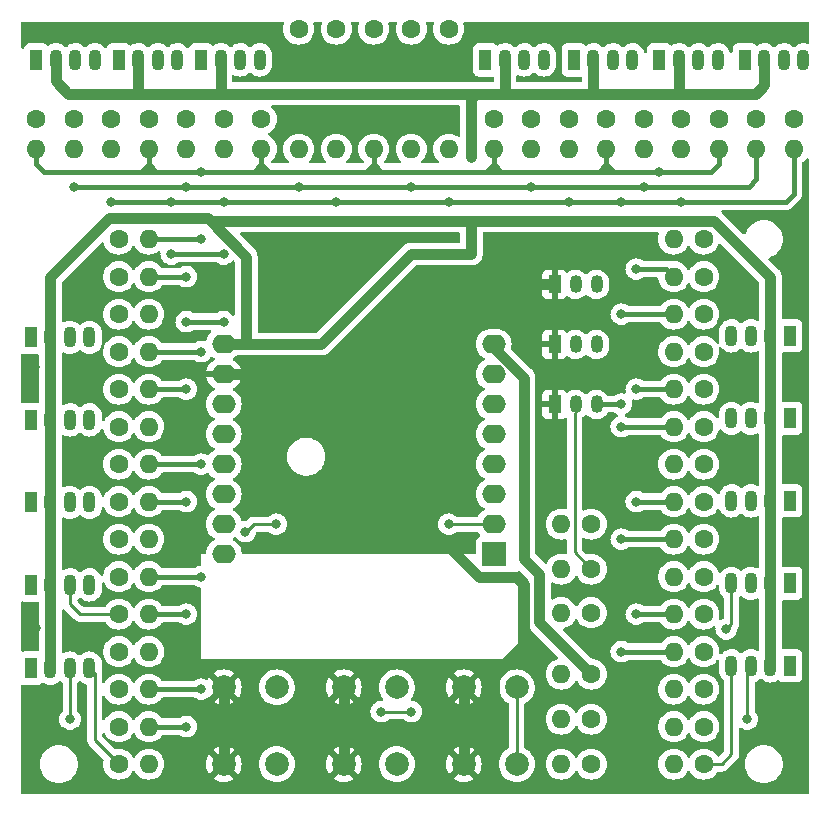
<source format=gbr>
%TF.GenerationSoftware,KiCad,Pcbnew,6.0.2-1.fc35*%
%TF.CreationDate,2022-04-11T21:16:46+02:00*%
%TF.ProjectId,lampe,6c616d70-652e-46b6-9963-61645f706362,v2*%
%TF.SameCoordinates,Original*%
%TF.FileFunction,Copper,L2,Bot*%
%TF.FilePolarity,Positive*%
%FSLAX46Y46*%
G04 Gerber Fmt 4.6, Leading zero omitted, Abs format (unit mm)*
G04 Created by KiCad (PCBNEW 6.0.2-1.fc35) date 2022-04-11 21:16:46*
%MOMM*%
%LPD*%
G01*
G04 APERTURE LIST*
%TA.AperFunction,ComponentPad*%
%ADD10R,1.070000X1.800000*%
%TD*%
%TA.AperFunction,ComponentPad*%
%ADD11O,1.070000X1.800000*%
%TD*%
%TA.AperFunction,ComponentPad*%
%ADD12R,1.050000X1.500000*%
%TD*%
%TA.AperFunction,ComponentPad*%
%ADD13O,1.050000X1.500000*%
%TD*%
%TA.AperFunction,ComponentPad*%
%ADD14C,1.600000*%
%TD*%
%TA.AperFunction,ComponentPad*%
%ADD15O,1.600000X1.600000*%
%TD*%
%TA.AperFunction,ComponentPad*%
%ADD16C,2.000000*%
%TD*%
%TA.AperFunction,ComponentPad*%
%ADD17R,2.000000X2.000000*%
%TD*%
%TA.AperFunction,ComponentPad*%
%ADD18O,2.000000X1.600000*%
%TD*%
%TA.AperFunction,ViaPad*%
%ADD19C,0.800000*%
%TD*%
%TA.AperFunction,Conductor*%
%ADD20C,0.900000*%
%TD*%
%TA.AperFunction,Conductor*%
%ADD21C,0.250000*%
%TD*%
%TA.AperFunction,Conductor*%
%ADD22C,0.400000*%
%TD*%
G04 APERTURE END LIST*
D10*
%TO.P,D1,1,RK*%
%TO.N,Net-(D1-Pad1)*%
X178308000Y-151575000D03*
D11*
%TO.P,D1,2,A*%
%TO.N,+5V*%
X179959000Y-151575000D03*
%TO.P,D1,3,GK*%
%TO.N,Net-(D1-Pad3)*%
X181610000Y-151575000D03*
%TO.P,D1,4,BK*%
%TO.N,Net-(B1-Pad1)*%
X183261000Y-151575000D03*
%TD*%
D10*
%TO.P,D2,1,RK*%
%TO.N,Net-(D2-Pad1)*%
X178308000Y-144526500D03*
D11*
%TO.P,D2,2,A*%
%TO.N,+5V*%
X179959000Y-144526500D03*
%TO.P,D2,3,GK*%
%TO.N,Net-(D2-Pad3)*%
X181610000Y-144526500D03*
%TO.P,D2,4,BK*%
%TO.N,Net-(B2-Pad1)*%
X183261000Y-144526500D03*
%TD*%
D10*
%TO.P,D3,1,RK*%
%TO.N,Net-(D3-Pad1)*%
X178308000Y-137541500D03*
D11*
%TO.P,D3,2,A*%
%TO.N,+5V*%
X179959000Y-137541500D03*
%TO.P,D3,3,GK*%
%TO.N,Net-(D3-Pad3)*%
X181610000Y-137541500D03*
%TO.P,D3,4,BK*%
%TO.N,Net-(B3-Pad1)*%
X183261000Y-137541500D03*
%TD*%
D10*
%TO.P,D4,1,RK*%
%TO.N,Net-(D4-Pad1)*%
X178308000Y-130556500D03*
D11*
%TO.P,D4,2,A*%
%TO.N,+5V*%
X179959000Y-130556500D03*
%TO.P,D4,3,GK*%
%TO.N,Net-(D4-Pad3)*%
X181610000Y-130556500D03*
%TO.P,D4,4,BK*%
%TO.N,Net-(B4-Pad1)*%
X183261000Y-130556500D03*
%TD*%
D10*
%TO.P,D5,1,RK*%
%TO.N,Net-(D5-Pad1)*%
X178308000Y-123571500D03*
D11*
%TO.P,D5,2,A*%
%TO.N,+5V*%
X179959000Y-123571500D03*
%TO.P,D5,3,GK*%
%TO.N,Net-(D5-Pad3)*%
X181610000Y-123571500D03*
%TO.P,D5,4,BK*%
%TO.N,Net-(B5-Pad1)*%
X183261000Y-123571500D03*
%TD*%
D10*
%TO.P,D7,1,RK*%
%TO.N,Net-(D7-Pad1)*%
X242570000Y-144398500D03*
D11*
%TO.P,D7,2,A*%
%TO.N,+5V*%
X240919000Y-144398500D03*
%TO.P,D7,3,GK*%
%TO.N,Net-(D7-Pad3)*%
X239268000Y-144398500D03*
%TO.P,D7,4,BK*%
%TO.N,Net-(B7-Pad1)*%
X237617000Y-144398500D03*
%TD*%
%TO.P,D8,4,BK*%
%TO.N,Net-(B8-Pad1)*%
X237617000Y-137413500D03*
%TO.P,D8,3,GK*%
%TO.N,Net-(D8-Pad3)*%
X239268000Y-137413500D03*
%TO.P,D8,2,A*%
%TO.N,+5V*%
X240919000Y-137413500D03*
D10*
%TO.P,D8,1,RK*%
%TO.N,Net-(D8-Pad1)*%
X242570000Y-137413500D03*
%TD*%
D11*
%TO.P,D9,4,BK*%
%TO.N,Net-(D9-Pad4)*%
X237617000Y-130428500D03*
%TO.P,D9,3,GK*%
%TO.N,Net-(D9-Pad3)*%
X239268000Y-130428500D03*
%TO.P,D9,2,A*%
%TO.N,+5V*%
X240919000Y-130428500D03*
D10*
%TO.P,D9,1,RK*%
%TO.N,Net-(D9-Pad1)*%
X242570000Y-130428500D03*
%TD*%
%TO.P,D10,1,RK*%
%TO.N,Net-(D10-Pad1)*%
X242570000Y-123443500D03*
D11*
%TO.P,D10,2,A*%
%TO.N,+5V*%
X240919000Y-123443500D03*
%TO.P,D10,3,GK*%
%TO.N,Net-(D10-Pad3)*%
X239268000Y-123443500D03*
%TO.P,D10,4,BK*%
%TO.N,Net-(B10-Pad1)*%
X237617000Y-123443500D03*
%TD*%
D10*
%TO.P,D11,1,RK*%
%TO.N,Net-(D11-Pad1)*%
X178752500Y-100076500D03*
D11*
%TO.P,D11,2,A*%
%TO.N,+5V*%
X180403500Y-100076500D03*
%TO.P,D11,3,GK*%
%TO.N,Net-(D11-Pad3)*%
X182054500Y-100076500D03*
%TO.P,D11,4,BK*%
%TO.N,Net-(B11-Pad1)*%
X183705500Y-100076500D03*
%TD*%
D10*
%TO.P,D12,1,RK*%
%TO.N,Net-(D12-Pad1)*%
X185737500Y-100076500D03*
D11*
%TO.P,D12,2,A*%
%TO.N,+5V*%
X187388500Y-100076500D03*
%TO.P,D12,3,GK*%
%TO.N,Net-(D12-Pad3)*%
X189039500Y-100076500D03*
%TO.P,D12,4,BK*%
%TO.N,Net-(B12-Pad1)*%
X190690500Y-100076500D03*
%TD*%
D10*
%TO.P,D13,1,RK*%
%TO.N,Net-(D13-Pad1)*%
X192722500Y-100076500D03*
D11*
%TO.P,D13,2,A*%
%TO.N,+5V*%
X194373500Y-100076500D03*
%TO.P,D13,3,GK*%
%TO.N,Net-(D13-Pad3)*%
X196024500Y-100076500D03*
%TO.P,D13,4,BK*%
%TO.N,Net-(B13-Pad1)*%
X197675500Y-100076500D03*
%TD*%
D10*
%TO.P,D14,1,RK*%
%TO.N,Net-(D14-Pad1)*%
X216789000Y-100076500D03*
D11*
%TO.P,D14,2,A*%
%TO.N,+5V*%
X218440000Y-100076500D03*
%TO.P,D14,3,GK*%
%TO.N,Net-(D14-Pad3)*%
X220091000Y-100076500D03*
%TO.P,D14,4,BK*%
%TO.N,Net-(B14-Pad1)*%
X221742000Y-100076500D03*
%TD*%
D10*
%TO.P,D15,1,RK*%
%TO.N,Net-(D15-Pad1)*%
X224282000Y-100076500D03*
D11*
%TO.P,D15,2,A*%
%TO.N,+5V*%
X225933000Y-100076500D03*
%TO.P,D15,3,GK*%
%TO.N,Net-(D15-Pad3)*%
X227584000Y-100076500D03*
%TO.P,D15,4,BK*%
%TO.N,Net-(B15-Pad1)*%
X229235000Y-100076500D03*
%TD*%
D10*
%TO.P,D16,1,RK*%
%TO.N,Net-(D16-Pad1)*%
X231521000Y-100076500D03*
D11*
%TO.P,D16,2,A*%
%TO.N,+5V*%
X233172000Y-100076500D03*
%TO.P,D16,3,GK*%
%TO.N,Net-(D16-Pad3)*%
X234823000Y-100076500D03*
%TO.P,D16,4,BK*%
%TO.N,Net-(B16-Pad1)*%
X236474000Y-100076500D03*
%TD*%
D10*
%TO.P,D17,1,RK*%
%TO.N,Net-(D17-Pad1)*%
X238760000Y-100076500D03*
D11*
%TO.P,D17,2,A*%
%TO.N,+5V*%
X240411000Y-100076500D03*
%TO.P,D17,3,GK*%
%TO.N,Net-(D17-Pad3)*%
X242062000Y-100076500D03*
%TO.P,D17,4,BK*%
%TO.N,Net-(B17-Pad1)*%
X243713000Y-100076500D03*
%TD*%
D12*
%TO.P,QB1,1,E*%
%TO.N,GND*%
X222635721Y-129244500D03*
D13*
%TO.P,QB1,2,B*%
%TO.N,Net-(CB1-Pad1)*%
X224413721Y-129244500D03*
%TO.P,QB1,3,C*%
%TO.N,/pB*%
X226191721Y-129244500D03*
%TD*%
D12*
%TO.P,QG1,1,E*%
%TO.N,GND*%
X222635721Y-124164500D03*
D13*
%TO.P,QG1,2,B*%
%TO.N,Net-(CG1-Pad1)*%
X224413721Y-124164500D03*
%TO.P,QG1,3,C*%
%TO.N,/pG*%
X226191721Y-124164500D03*
%TD*%
D12*
%TO.P,QR1,1,E*%
%TO.N,GND*%
X222635721Y-119084500D03*
D13*
%TO.P,QR1,2,B*%
%TO.N,Net-(CR1-Pad1)*%
X224413721Y-119084500D03*
%TO.P,QR1,3,C*%
%TO.N,/pR*%
X226191721Y-119084500D03*
%TD*%
D14*
%TO.P,CB1,1*%
%TO.N,Net-(CB1-Pad1)*%
X225742500Y-143192500D03*
D15*
%TO.P,CB1,2*%
%TO.N,/cB*%
X223202500Y-143192500D03*
%TD*%
D14*
%TO.P,CG1,1*%
%TO.N,Net-(CG1-Pad1)*%
X225742500Y-139382500D03*
D15*
%TO.P,CG1,2*%
%TO.N,/cG*%
X223202500Y-139382500D03*
%TD*%
D14*
%TO.P,CR1,1*%
%TO.N,Net-(CR1-Pad1)*%
X225742500Y-146875500D03*
D15*
%TO.P,CR1,2*%
%TO.N,/cR*%
X223202500Y-146875500D03*
%TD*%
D14*
%TO.P,RX1,1*%
%TO.N,+3V3*%
X225742500Y-152082500D03*
D15*
%TO.P,RX1,2*%
%TO.N,/iX*%
X223202500Y-152082500D03*
%TD*%
D14*
%TO.P,RY1,1*%
%TO.N,+3V3*%
X225742500Y-155892500D03*
D15*
%TO.P,RY1,2*%
%TO.N,/iY*%
X223202500Y-155892500D03*
%TD*%
D14*
%TO.P,RZ1,1*%
%TO.N,+3V3*%
X225742500Y-159702500D03*
D15*
%TO.P,RZ1,2*%
%TO.N,/iZ*%
X223202500Y-159702500D03*
%TD*%
D14*
%TO.P,B1,1*%
%TO.N,Net-(B1-Pad1)*%
X185737500Y-159702500D03*
D15*
%TO.P,B1,2*%
%TO.N,/pB*%
X188277500Y-159702500D03*
%TD*%
D14*
%TO.P,B2,1*%
%TO.N,Net-(B2-Pad1)*%
X185737500Y-150177500D03*
D15*
%TO.P,B2,2*%
%TO.N,/pB*%
X188277500Y-150177500D03*
%TD*%
D14*
%TO.P,B3,1*%
%TO.N,Net-(B3-Pad1)*%
X185737500Y-140652500D03*
D15*
%TO.P,B3,2*%
%TO.N,/pB*%
X188277500Y-140652500D03*
%TD*%
D14*
%TO.P,B4,1*%
%TO.N,Net-(B4-Pad1)*%
X185737500Y-131127500D03*
D15*
%TO.P,B4,2*%
%TO.N,/pB*%
X188277500Y-131127500D03*
%TD*%
D14*
%TO.P,B5,1*%
%TO.N,Net-(B5-Pad1)*%
X185737500Y-121602500D03*
D15*
%TO.P,B5,2*%
%TO.N,/pB*%
X188277500Y-121602500D03*
%TD*%
D14*
%TO.P,B7,1*%
%TO.N,Net-(B7-Pad1)*%
X235267500Y-150177500D03*
D15*
%TO.P,B7,2*%
%TO.N,/pB*%
X232727500Y-150177500D03*
%TD*%
D14*
%TO.P,B8,1*%
%TO.N,Net-(B8-Pad1)*%
X235267500Y-140652500D03*
D15*
%TO.P,B8,2*%
%TO.N,/pB*%
X232727500Y-140652500D03*
%TD*%
D14*
%TO.P,RpB9,1*%
%TO.N,Net-(D9-Pad4)*%
X235267500Y-131127500D03*
D15*
%TO.P,RpB9,2*%
%TO.N,/pB*%
X232727500Y-131127500D03*
%TD*%
D14*
%TO.P,B10,1*%
%TO.N,Net-(B10-Pad1)*%
X235267500Y-121602500D03*
D15*
%TO.P,B10,2*%
%TO.N,/pB*%
X232727500Y-121602500D03*
%TD*%
D14*
%TO.P,B11,1*%
%TO.N,Net-(B11-Pad1)*%
X185102500Y-105092500D03*
D15*
%TO.P,B11,2*%
%TO.N,/pB*%
X185102500Y-107632500D03*
%TD*%
D14*
%TO.P,B12,1*%
%TO.N,Net-(B12-Pad1)*%
X194627500Y-105092500D03*
D15*
%TO.P,B12,2*%
%TO.N,/pB*%
X194627500Y-107632500D03*
%TD*%
D14*
%TO.P,B13,1*%
%TO.N,Net-(B13-Pad1)*%
X204152500Y-97472500D03*
D15*
%TO.P,B13,2*%
%TO.N,/pB*%
X204152500Y-107632500D03*
%TD*%
D14*
%TO.P,B14,1*%
%TO.N,Net-(B14-Pad1)*%
X213677500Y-97472500D03*
D15*
%TO.P,B14,2*%
%TO.N,/pB*%
X213677500Y-107632500D03*
%TD*%
D14*
%TO.P,B15,1*%
%TO.N,Net-(B15-Pad1)*%
X223837500Y-105092500D03*
D15*
%TO.P,B15,2*%
%TO.N,/pB*%
X223837500Y-107632500D03*
%TD*%
D14*
%TO.P,B16,1*%
%TO.N,Net-(B16-Pad1)*%
X233362500Y-105092500D03*
D15*
%TO.P,B16,2*%
%TO.N,/pB*%
X233362500Y-107632500D03*
%TD*%
D14*
%TO.P,B17,1*%
%TO.N,Net-(B17-Pad1)*%
X242887500Y-105092500D03*
D15*
%TO.P,B17,2*%
%TO.N,/pB*%
X242887500Y-107632500D03*
%TD*%
D14*
%TO.P,G1,1*%
%TO.N,Net-(D1-Pad3)*%
X185737500Y-156527500D03*
D15*
%TO.P,G1,2*%
%TO.N,/pG*%
X188277500Y-156527500D03*
%TD*%
D14*
%TO.P,G2,1*%
%TO.N,Net-(D2-Pad3)*%
X185737500Y-147002500D03*
D15*
%TO.P,G2,2*%
%TO.N,/pG*%
X188277500Y-147002500D03*
%TD*%
D14*
%TO.P,G3,1*%
%TO.N,Net-(D3-Pad3)*%
X185737500Y-137477500D03*
D15*
%TO.P,G3,2*%
%TO.N,/pG*%
X188277500Y-137477500D03*
%TD*%
D14*
%TO.P,G4,1*%
%TO.N,Net-(D4-Pad3)*%
X185737500Y-127952500D03*
D15*
%TO.P,G4,2*%
%TO.N,/pG*%
X188277500Y-127952500D03*
%TD*%
D14*
%TO.P,G5,1*%
%TO.N,Net-(D5-Pad3)*%
X185737500Y-118427500D03*
D15*
%TO.P,G5,2*%
%TO.N,/pG*%
X188277500Y-118427500D03*
%TD*%
D14*
%TO.P,G7,1*%
%TO.N,Net-(D7-Pad3)*%
X235267500Y-147002500D03*
D15*
%TO.P,G7,2*%
%TO.N,/pG*%
X232727500Y-147002500D03*
%TD*%
D14*
%TO.P,G8,1*%
%TO.N,Net-(D8-Pad3)*%
X235267500Y-137477500D03*
D15*
%TO.P,G8,2*%
%TO.N,/pG*%
X232727500Y-137477500D03*
%TD*%
D14*
%TO.P,RpG9,1*%
%TO.N,Net-(D9-Pad3)*%
X235267500Y-127952500D03*
D15*
%TO.P,RpG9,2*%
%TO.N,/pG*%
X232727500Y-127952500D03*
%TD*%
D14*
%TO.P,G10,1*%
%TO.N,Net-(D10-Pad3)*%
X235267500Y-118427500D03*
D15*
%TO.P,G10,2*%
%TO.N,/pG*%
X232727500Y-118427500D03*
%TD*%
D14*
%TO.P,G11,1*%
%TO.N,Net-(D11-Pad3)*%
X181927500Y-105092500D03*
D15*
%TO.P,G11,2*%
%TO.N,/pG*%
X181927500Y-107632500D03*
%TD*%
D14*
%TO.P,G12,1*%
%TO.N,Net-(D12-Pad3)*%
X191452500Y-105092500D03*
D15*
%TO.P,G12,2*%
%TO.N,/pG*%
X191452500Y-107632500D03*
%TD*%
D14*
%TO.P,G13,1*%
%TO.N,Net-(D13-Pad3)*%
X200977500Y-97472500D03*
D15*
%TO.P,G13,2*%
%TO.N,/pG*%
X200977500Y-107632500D03*
%TD*%
D14*
%TO.P,G14,1*%
%TO.N,Net-(D14-Pad3)*%
X210502500Y-97472500D03*
D15*
%TO.P,G14,2*%
%TO.N,/pG*%
X210502500Y-107632500D03*
%TD*%
D14*
%TO.P,G15,1*%
%TO.N,Net-(D15-Pad3)*%
X220662500Y-105092500D03*
D15*
%TO.P,G15,2*%
%TO.N,/pG*%
X220662500Y-107632500D03*
%TD*%
D14*
%TO.P,G16,1*%
%TO.N,Net-(D16-Pad3)*%
X230187500Y-105092500D03*
D15*
%TO.P,G16,2*%
%TO.N,/pG*%
X230187500Y-107632500D03*
%TD*%
D14*
%TO.P,G17,1*%
%TO.N,Net-(D17-Pad3)*%
X239712500Y-105092500D03*
D15*
%TO.P,G17,2*%
%TO.N,/pG*%
X239712500Y-107632500D03*
%TD*%
D14*
%TO.P,R1,1*%
%TO.N,Net-(D1-Pad1)*%
X185737500Y-153352500D03*
D15*
%TO.P,R1,2*%
%TO.N,/pR*%
X188277500Y-153352500D03*
%TD*%
D14*
%TO.P,R2,1*%
%TO.N,Net-(D2-Pad1)*%
X185737500Y-143827500D03*
D15*
%TO.P,R2,2*%
%TO.N,/pR*%
X188277500Y-143827500D03*
%TD*%
D14*
%TO.P,R3,1*%
%TO.N,Net-(D3-Pad1)*%
X185737500Y-134302500D03*
D15*
%TO.P,R3,2*%
%TO.N,/pR*%
X188277500Y-134302500D03*
%TD*%
D14*
%TO.P,R4,1*%
%TO.N,Net-(D4-Pad1)*%
X185737500Y-124777500D03*
D15*
%TO.P,R4,2*%
%TO.N,/pR*%
X188277500Y-124777500D03*
%TD*%
D14*
%TO.P,R5,1*%
%TO.N,Net-(D5-Pad1)*%
X185737500Y-115252500D03*
D15*
%TO.P,R5,2*%
%TO.N,/pR*%
X188277500Y-115252500D03*
%TD*%
D14*
%TO.P,R7,1*%
%TO.N,Net-(D7-Pad1)*%
X235267500Y-143827500D03*
D15*
%TO.P,R7,2*%
%TO.N,/pR*%
X232727500Y-143827500D03*
%TD*%
D14*
%TO.P,R8,1*%
%TO.N,Net-(D8-Pad1)*%
X235267500Y-134302500D03*
D15*
%TO.P,R8,2*%
%TO.N,/pR*%
X232727500Y-134302500D03*
%TD*%
D14*
%TO.P,R9,1*%
%TO.N,Net-(D9-Pad1)*%
X235267500Y-124777500D03*
D15*
%TO.P,R9,2*%
%TO.N,/pR*%
X232727500Y-124777500D03*
%TD*%
D14*
%TO.P,R10,1*%
%TO.N,Net-(D10-Pad1)*%
X235267500Y-115252500D03*
D15*
%TO.P,R10,2*%
%TO.N,/pR*%
X232727500Y-115252500D03*
%TD*%
D14*
%TO.P,R11,1*%
%TO.N,Net-(D11-Pad1)*%
X178752500Y-105092500D03*
D15*
%TO.P,R11,2*%
%TO.N,/pR*%
X178752500Y-107632500D03*
%TD*%
D14*
%TO.P,R12,1*%
%TO.N,Net-(D12-Pad1)*%
X188277500Y-105092500D03*
D15*
%TO.P,R12,2*%
%TO.N,/pR*%
X188277500Y-107632500D03*
%TD*%
D14*
%TO.P,R13,1*%
%TO.N,Net-(D13-Pad1)*%
X197802500Y-105092500D03*
D15*
%TO.P,R13,2*%
%TO.N,/pR*%
X197802500Y-107632500D03*
%TD*%
D14*
%TO.P,R14,1*%
%TO.N,Net-(D14-Pad1)*%
X207327500Y-97472500D03*
D15*
%TO.P,R14,2*%
%TO.N,/pR*%
X207327500Y-107632500D03*
%TD*%
D14*
%TO.P,R15,1*%
%TO.N,Net-(D15-Pad1)*%
X217487500Y-105092500D03*
D15*
%TO.P,R15,2*%
%TO.N,/pR*%
X217487500Y-107632500D03*
%TD*%
D14*
%TO.P,R16,1*%
%TO.N,Net-(D16-Pad1)*%
X227012500Y-105092500D03*
D15*
%TO.P,R16,2*%
%TO.N,/pR*%
X227012500Y-107632500D03*
%TD*%
D14*
%TO.P,R17,1*%
%TO.N,Net-(D17-Pad1)*%
X236537500Y-105092500D03*
D15*
%TO.P,R17,2*%
%TO.N,/pR*%
X236537500Y-107632500D03*
%TD*%
D16*
%TO.P,X1,1,1*%
%TO.N,GND*%
X194627500Y-153202500D03*
X194627500Y-159702500D03*
%TO.P,X1,2,2*%
%TO.N,/iX*%
X199127500Y-153202500D03*
X199127500Y-159702500D03*
%TD*%
%TO.P,Y1,1,1*%
%TO.N,GND*%
X204787500Y-159702500D03*
X204787500Y-153202500D03*
%TO.P,Y1,2,2*%
%TO.N,/iY*%
X209287500Y-159702500D03*
X209287500Y-153202500D03*
%TD*%
%TO.P,Z1,1,1*%
%TO.N,GND*%
X214947500Y-153202500D03*
X214947500Y-159702500D03*
%TO.P,Z1,2,2*%
%TO.N,/iZ*%
X219447500Y-159702500D03*
X219447500Y-153202500D03*
%TD*%
D17*
%TO.P,U1,1,~{RST}*%
%TO.N,unconnected-(U1-Pad1)*%
X217487500Y-141922500D03*
D18*
%TO.P,U1,2,A0*%
%TO.N,/iX*%
X217487500Y-139382500D03*
%TO.P,U1,3,D0*%
%TO.N,unconnected-(U1-Pad3)*%
X217487500Y-136842500D03*
%TO.P,U1,4,SCK/D5*%
%TO.N,/cR*%
X217487500Y-134302500D03*
%TO.P,U1,5,MISO/D6*%
%TO.N,/cG*%
X217487500Y-131762500D03*
%TO.P,U1,6,MOSI/D7*%
%TO.N,/cB*%
X217487500Y-129222500D03*
%TO.P,U1,7,CS/D8*%
%TO.N,unconnected-(U1-Pad7)*%
X217487500Y-126682500D03*
%TO.P,U1,8,3V3*%
%TO.N,+3V3*%
X217487500Y-124142500D03*
%TO.P,U1,9,5V*%
%TO.N,+5V*%
X194627500Y-124142500D03*
%TO.P,U1,10,GND*%
%TO.N,GND*%
X194627500Y-126682500D03*
%TO.P,U1,11,D4*%
%TO.N,unconnected-(U1-Pad11)*%
X194627500Y-129222500D03*
%TO.P,U1,12,D3*%
%TO.N,unconnected-(U1-Pad12)*%
X194627500Y-131762500D03*
%TO.P,U1,13,SDA/D2*%
%TO.N,/iZ*%
X194627500Y-134302500D03*
%TO.P,U1,14,SCL/D1*%
%TO.N,/iY*%
X194627500Y-136842500D03*
%TO.P,U1,15,RX*%
%TO.N,unconnected-(U1-Pad15)*%
X194627500Y-139382500D03*
%TO.P,U1,16,TX*%
%TO.N,unconnected-(U1-Pad16)*%
X194627500Y-141922500D03*
%TD*%
D10*
%TO.P,D6,1,RK*%
%TO.N,Net-(D6-Pad1)*%
X242570000Y-151383500D03*
D11*
%TO.P,D6,2,A*%
%TO.N,+5V*%
X240919000Y-151383500D03*
%TO.P,D6,3,GK*%
%TO.N,Net-(D6-Pad3)*%
X239268000Y-151383500D03*
%TO.P,D6,4,BK*%
%TO.N,Net-(B6-Pad1)*%
X237617000Y-151383500D03*
%TD*%
D14*
%TO.P,R6,1*%
%TO.N,Net-(D6-Pad1)*%
X235267500Y-153352500D03*
D15*
%TO.P,R6,2*%
%TO.N,/pR*%
X232727500Y-153352500D03*
%TD*%
D14*
%TO.P,B6,1*%
%TO.N,Net-(B6-Pad1)*%
X235267500Y-159702500D03*
D15*
%TO.P,B6,2*%
%TO.N,/pB*%
X232727500Y-159702500D03*
%TD*%
D14*
%TO.P,G6,1*%
%TO.N,Net-(D6-Pad3)*%
X235267500Y-156527500D03*
D15*
%TO.P,G6,2*%
%TO.N,/pG*%
X232727500Y-156527500D03*
%TD*%
D19*
%TO.N,Net-(D1-Pad3)*%
X181610000Y-155892500D03*
%TO.N,+5V*%
X201612500Y-124142500D03*
X215582500Y-106997500D03*
X202882500Y-124142500D03*
X215582500Y-108267500D03*
X215582500Y-105727500D03*
X215582500Y-115252500D03*
X215582500Y-113728500D03*
X200342500Y-124142500D03*
%TO.N,Net-(D6-Pad3)*%
X238950500Y-155892500D03*
%TO.N,GND*%
X206946500Y-104584500D03*
X187007500Y-139128500D03*
X233997500Y-119951500D03*
X214947500Y-156527500D03*
X211772500Y-120332500D03*
X233997500Y-154749500D03*
X187007500Y-126301500D03*
X233997500Y-129476500D03*
X203390500Y-104584500D03*
X233870500Y-145478500D03*
X217487500Y-156527500D03*
X187007500Y-135953500D03*
X187007500Y-151828500D03*
X233997500Y-148526500D03*
X214312500Y-120332500D03*
X187007500Y-148653500D03*
X194627500Y-156527500D03*
X200850500Y-120078500D03*
X233997500Y-135699500D03*
X182054500Y-148272500D03*
X229552500Y-158432500D03*
X205295500Y-115125500D03*
X230822500Y-154622500D03*
X187007500Y-123126500D03*
X181927500Y-125920500D03*
X213042500Y-120332500D03*
X211772500Y-123507500D03*
X205295500Y-100774500D03*
X186880500Y-97980500D03*
X210502500Y-138112500D03*
X222567500Y-115252500D03*
X199580500Y-120078500D03*
X187007500Y-158178500D03*
X233997500Y-123253500D03*
X202247500Y-126682500D03*
X214312500Y-123507500D03*
X178752500Y-148145500D03*
X223837500Y-115252500D03*
X200977500Y-140652500D03*
X213042500Y-123507500D03*
X203390500Y-100774500D03*
X203517500Y-126682500D03*
X193611500Y-97853500D03*
X233997500Y-151828500D03*
X194246500Y-119443500D03*
X187007500Y-119951500D03*
X214185500Y-115125500D03*
X178625500Y-126047500D03*
X187007500Y-142176500D03*
X205295500Y-104584500D03*
X198310500Y-120078500D03*
X206565500Y-115125500D03*
X233997500Y-139001500D03*
X206946500Y-100774500D03*
X233870500Y-126301500D03*
X233997500Y-132651500D03*
X216217500Y-156527500D03*
X180403500Y-97980500D03*
X182816500Y-119824500D03*
X204025500Y-115125500D03*
X197167500Y-115252500D03*
X225107500Y-115252500D03*
X204787500Y-156527500D03*
X233997500Y-158178500D03*
X187007500Y-155003500D03*
X213360000Y-140970000D03*
X187007500Y-132778500D03*
X200977500Y-126682500D03*
X224345500Y-157797500D03*
X233997500Y-142176500D03*
X233870500Y-116903500D03*
X187007500Y-129603500D03*
X224472500Y-153987500D03*
X187007500Y-145351500D03*
X200977500Y-138112500D03*
%TO.N,/pB*%
X228282500Y-140652500D03*
X190182500Y-112077500D03*
X213677500Y-112077500D03*
X185102500Y-112077500D03*
X233362500Y-112077500D03*
X228282500Y-129222500D03*
X194627500Y-116522500D03*
X228282500Y-131127500D03*
X223837500Y-112077500D03*
X194627500Y-112077500D03*
X228282500Y-112077500D03*
X190182500Y-116522500D03*
X228282500Y-121602500D03*
X228282500Y-150177500D03*
X204152500Y-112077500D03*
%TO.N,/pG*%
X191452500Y-147002500D03*
X229552500Y-117792500D03*
X191452500Y-118427500D03*
X191452500Y-127952500D03*
X194627500Y-122237500D03*
X191452500Y-137477500D03*
X181927500Y-110807500D03*
X191452500Y-110807500D03*
X191452500Y-156527500D03*
X191452500Y-122237500D03*
X230187500Y-110807500D03*
X229552500Y-147002500D03*
X210502500Y-110807500D03*
X229552500Y-127952500D03*
X229552500Y-137477500D03*
X220662500Y-110807500D03*
X200977500Y-110807500D03*
%TO.N,/pR*%
X192722500Y-153352500D03*
X192722500Y-115252500D03*
X192722500Y-143827500D03*
X231457500Y-109537500D03*
X192722500Y-109537500D03*
X192722500Y-124777500D03*
X192722500Y-134302500D03*
%TO.N,Net-(B7-Pad1)*%
X237172500Y-148272500D03*
%TO.N,/iX*%
X196442500Y-140017500D03*
X210502500Y-155257500D03*
X207962500Y-155257500D03*
X213677500Y-139382500D03*
X199072500Y-139382500D03*
%TD*%
D20*
%TO.N,+5V*%
X217868500Y-102933500D02*
X218503500Y-102933500D01*
X218503500Y-102933500D02*
X225869500Y-102933500D01*
X218440000Y-100076500D02*
X218440000Y-102870000D01*
X218440000Y-102870000D02*
X218503500Y-102933500D01*
X225869500Y-102933500D02*
X233362500Y-102933500D01*
X233362500Y-102933500D02*
X239671500Y-102933500D01*
X233172000Y-100076500D02*
X233172000Y-102743000D01*
X233172000Y-102743000D02*
X233362500Y-102933500D01*
X225933000Y-100076500D02*
X225933000Y-102870000D01*
X225933000Y-102870000D02*
X225869500Y-102933500D01*
X215963500Y-102933500D02*
X217868500Y-102933500D01*
X239671500Y-102933500D02*
X240411000Y-102194000D01*
X240411000Y-102194000D02*
X240411000Y-100076500D01*
D21*
%TO.N,Net-(B7-Pad1)*%
X237617000Y-144398500D02*
X237617000Y-147828000D01*
X237617000Y-147828000D02*
X237172500Y-148272500D01*
%TO.N,Net-(B6-Pad1)*%
X237617000Y-151383500D02*
X237617000Y-158877000D01*
X237617000Y-158877000D02*
X236791500Y-159702500D01*
X236791500Y-159702500D02*
X235267500Y-159702500D01*
D20*
%TO.N,+5V*%
X240919000Y-123443500D02*
X240919000Y-118491000D01*
X240919000Y-118491000D02*
X236130499Y-113702499D01*
X236130499Y-113702499D02*
X216572499Y-113702499D01*
X240919000Y-123443500D02*
X240919000Y-151383500D01*
D21*
%TO.N,Net-(D6-Pad3)*%
X238950500Y-151701000D02*
X239268000Y-151383500D01*
X238950500Y-155892500D02*
X238950500Y-151701000D01*
%TO.N,Net-(D1-Pad3)*%
X181610000Y-151575000D02*
X181610000Y-155892500D01*
D20*
%TO.N,+5V*%
X215582500Y-106997500D02*
X215582500Y-108267500D01*
X215582500Y-105727500D02*
X215582500Y-106997500D01*
X179959000Y-130556500D02*
X179959000Y-123571500D01*
X184952409Y-113502499D02*
X193309501Y-113502499D01*
X215862501Y-113702499D02*
X215582500Y-113982500D01*
X187388500Y-102806500D02*
X187515500Y-102933500D01*
X210502500Y-116522500D02*
X202882500Y-124142500D01*
X215582500Y-113982500D02*
X215582500Y-115252500D01*
X215201500Y-102933500D02*
X194500500Y-102933500D01*
X216572499Y-113702499D02*
X215862501Y-113702499D01*
X215582500Y-105727500D02*
X215582500Y-103314500D01*
X194500500Y-102933500D02*
X187515500Y-102933500D01*
X181460500Y-102933500D02*
X180403500Y-101876500D01*
X216572499Y-113702499D02*
X193509501Y-113702499D01*
X215582500Y-103314500D02*
X215963500Y-102933500D01*
X194373500Y-102806500D02*
X194500500Y-102933500D01*
X179959000Y-123571500D02*
X179959000Y-118495908D01*
X179959000Y-137541500D02*
X179959000Y-130556500D01*
X202882500Y-124142500D02*
X196532500Y-124142500D01*
X187515500Y-102933500D02*
X181460500Y-102933500D01*
X215582500Y-103314500D02*
X215201500Y-102933500D01*
X196532500Y-124142500D02*
X196532500Y-116725498D01*
X215201500Y-102933500D02*
X215963500Y-102933500D01*
X179959000Y-151575000D02*
X179959000Y-144526500D01*
X180403500Y-101876500D02*
X180403500Y-100076500D01*
X187388500Y-100076500D02*
X187388500Y-102806500D01*
X194373500Y-100076500D02*
X194373500Y-102806500D01*
X179959000Y-118495908D02*
X184952409Y-113502499D01*
X196532500Y-124142500D02*
X194627500Y-124142500D01*
X179959000Y-144526500D02*
X179959000Y-137541500D01*
X215582500Y-115252500D02*
X215582500Y-116522500D01*
X215582500Y-116522500D02*
X210502500Y-116522500D01*
X193509501Y-113702499D02*
X193309501Y-113502499D01*
X196532500Y-116725498D02*
X193309501Y-113502499D01*
D21*
%TO.N,Net-(D2-Pad3)*%
X181610000Y-146177000D02*
X181610000Y-144526500D01*
X185737500Y-147002500D02*
X182435500Y-147002500D01*
X182435500Y-147002500D02*
X181610000Y-146177000D01*
D20*
%TO.N,GND*%
X194627500Y-156527500D02*
X214947500Y-156527500D01*
X204787500Y-156527500D02*
X204787500Y-153202500D01*
X216217500Y-156527500D02*
X214947500Y-156527500D01*
X210502500Y-138112500D02*
X213360000Y-140970000D01*
X213360000Y-140970000D02*
X216217500Y-143827500D01*
X204787500Y-127952500D02*
X204787500Y-132397500D01*
X216217500Y-143827500D02*
X219392500Y-143827500D01*
X197167500Y-115252500D02*
X203898500Y-115252500D01*
X200977500Y-126682500D02*
X203517500Y-126682500D01*
X206502000Y-123698000D02*
X209931000Y-120269000D01*
X194627500Y-153202500D02*
X194627500Y-156527500D01*
X200977500Y-126682500D02*
X194627500Y-126682500D01*
X203898500Y-115252500D02*
X204025500Y-115125500D01*
X200850500Y-120078500D02*
X200850500Y-118300500D01*
X206692500Y-123507500D02*
X206502000Y-123698000D01*
X220027500Y-144462500D02*
X220027500Y-149542500D01*
X204787500Y-159702500D02*
X204787500Y-156527500D01*
X203517500Y-126682500D02*
X204787500Y-127952500D01*
X206565500Y-115125500D02*
X204025500Y-115125500D01*
X209931000Y-120269000D02*
X214249000Y-120269000D01*
X204787500Y-132397500D02*
X210502500Y-138112500D01*
X214947500Y-156527500D02*
X214947500Y-153202500D01*
X194627500Y-159702500D02*
X194627500Y-156527500D01*
X217487500Y-152082500D02*
X217487500Y-156527500D01*
X214312500Y-123507500D02*
X206692500Y-123507500D01*
X217487500Y-156527500D02*
X216217500Y-156527500D01*
X200850500Y-118300500D02*
X204025500Y-115125500D01*
X203517500Y-126682500D02*
X206502000Y-123698000D01*
X211137500Y-119062500D02*
X222362490Y-119062500D01*
X219392500Y-143827500D02*
X220027500Y-144462500D01*
X220027500Y-149542500D02*
X217487500Y-152082500D01*
X209931000Y-120269000D02*
X211137500Y-119062500D01*
X214249000Y-120269000D02*
X214312500Y-120332500D01*
X214947500Y-159702500D02*
X214947500Y-156527500D01*
D22*
%TO.N,/pB*%
X204152500Y-112077500D02*
X213677500Y-112077500D01*
X213677500Y-112077500D02*
X223837500Y-112077500D01*
X223837500Y-112077500D02*
X233362500Y-112077500D01*
X233362500Y-112077500D02*
X242252500Y-112077500D01*
X242887500Y-111442500D02*
X242887500Y-107632500D01*
X194627500Y-116522500D02*
X190182500Y-116522500D01*
X232727500Y-121602500D02*
X228282500Y-121602500D01*
X190817500Y-112077500D02*
X194627500Y-112077500D01*
X226213721Y-129222500D02*
X226191721Y-129244500D01*
X232727500Y-150177500D02*
X228282500Y-150177500D01*
X232727500Y-140652500D02*
X228282500Y-140652500D01*
X190182500Y-112077500D02*
X185102500Y-112077500D01*
X194627500Y-112077500D02*
X204152500Y-112077500D01*
X228282500Y-129222500D02*
X226213721Y-129222500D01*
X232727500Y-131127500D02*
X228282500Y-131127500D01*
X242252500Y-112077500D02*
X242887500Y-111442500D01*
X190182500Y-112077500D02*
X190817500Y-112077500D01*
%TO.N,/pG*%
X191452500Y-110807500D02*
X200977500Y-110807500D01*
X200977500Y-110807500D02*
X210502500Y-110807500D01*
X210502500Y-110807500D02*
X211772500Y-110807500D01*
X220662500Y-110807500D02*
X230187500Y-110807500D01*
X230187500Y-110807500D02*
X239077500Y-110807500D01*
X191452500Y-147002500D02*
X188277500Y-147002500D01*
X211772500Y-110807500D02*
X220662500Y-110807500D01*
X191452500Y-118427500D02*
X188277500Y-118427500D01*
X191452500Y-156527500D02*
X188277500Y-156527500D01*
X191452500Y-110807500D02*
X181927500Y-110807500D01*
X232092500Y-117792500D02*
X232727500Y-118427500D01*
X239712500Y-110172500D02*
X239712500Y-107632500D01*
X229552500Y-137477500D02*
X232727500Y-137477500D01*
X229552500Y-117792500D02*
X232092500Y-117792500D01*
X191452500Y-137477500D02*
X188277500Y-137477500D01*
X232727500Y-127952500D02*
X229552500Y-127952500D01*
X239077500Y-110807500D02*
X239712500Y-110172500D01*
X188277500Y-127952500D02*
X191452500Y-127952500D01*
X194627500Y-122237500D02*
X191452500Y-122237500D01*
X232727500Y-147002500D02*
X229552500Y-147002500D01*
%TO.N,/pR*%
X192722500Y-109537500D02*
X192087500Y-109537500D01*
X231457500Y-109537500D02*
X235902500Y-109537500D01*
X207327500Y-107632500D02*
X207327500Y-108902500D01*
X235902500Y-109537500D02*
X236537500Y-108902500D01*
X197167500Y-109537500D02*
X197802500Y-109537500D01*
X217487500Y-108902500D02*
X217487500Y-109537500D01*
X226377500Y-109537500D02*
X227012500Y-109537500D01*
X197802500Y-109537500D02*
X198437500Y-109537500D01*
X227647500Y-109537500D02*
X231457500Y-109537500D01*
X192722500Y-124777500D02*
X188277500Y-124777500D01*
X198437500Y-109537500D02*
X207962500Y-109537500D01*
X227012500Y-109537500D02*
X227012500Y-108902500D01*
X197802500Y-107632500D02*
X197802500Y-108902500D01*
X188277500Y-108902500D02*
X187642500Y-109537500D01*
X217487500Y-107632500D02*
X217487500Y-108902500D01*
X192722500Y-153352500D02*
X188277500Y-153352500D01*
X227012500Y-108902500D02*
X227012500Y-107632500D01*
X227012500Y-108902500D02*
X227647500Y-109537500D01*
X178752500Y-107632500D02*
X178752500Y-108902500D01*
X207327500Y-108902500D02*
X207962500Y-109537500D01*
X188277500Y-108902500D02*
X188912500Y-109537500D01*
X188277500Y-109537500D02*
X187642500Y-109537500D01*
X217487500Y-109537500D02*
X218122500Y-109537500D01*
X178752500Y-108902500D02*
X179387500Y-109537500D01*
X192087500Y-109537500D02*
X188912500Y-109537500D01*
X188277500Y-134302500D02*
X192722500Y-134302500D01*
X192722500Y-109537500D02*
X193357500Y-109537500D01*
X188277500Y-108902500D02*
X188277500Y-109537500D01*
X192722500Y-143827500D02*
X188277500Y-143827500D01*
X197802500Y-108902500D02*
X197802500Y-109537500D01*
X197802500Y-108902500D02*
X197167500Y-109537500D01*
X188912500Y-109537500D02*
X188277500Y-109537500D01*
X207327500Y-108902500D02*
X207327500Y-109537500D01*
X187642500Y-109537500D02*
X179387500Y-109537500D01*
X227012500Y-108902500D02*
X226377500Y-109537500D01*
X192722500Y-115252500D02*
X188277500Y-115252500D01*
X218122500Y-109537500D02*
X226377500Y-109537500D01*
X197802500Y-108902500D02*
X198437500Y-109537500D01*
X236537500Y-108902500D02*
X236537500Y-107632500D01*
X227012500Y-109537500D02*
X227647500Y-109537500D01*
X207962500Y-109537500D02*
X217487500Y-109537500D01*
X217487500Y-108902500D02*
X216852500Y-109537500D01*
X207327500Y-108902500D02*
X206692500Y-109537500D01*
X188277500Y-107632500D02*
X188277500Y-108902500D01*
X217487500Y-108902500D02*
X218122500Y-109537500D01*
X193357500Y-109537500D02*
X197167500Y-109537500D01*
D20*
%TO.N,+3V3*%
X220027500Y-142303500D02*
X220027500Y-126971877D01*
X225742500Y-152082500D02*
X221361000Y-147701000D01*
X221361000Y-143637000D02*
X220027500Y-142303500D01*
X221361000Y-147701000D02*
X221361000Y-143637000D01*
X220027500Y-126971877D02*
X217487500Y-124431877D01*
X217487500Y-124431877D02*
X217487500Y-124142500D01*
D21*
%TO.N,Net-(B1-Pad1)*%
X183705500Y-152019500D02*
X183261000Y-151575000D01*
X183705500Y-157670500D02*
X183705500Y-152019500D01*
X185737500Y-159702500D02*
X183705500Y-157670500D01*
%TO.N,/iX*%
X199072500Y-139382500D02*
X197167500Y-139382500D01*
X217487500Y-139382500D02*
X213677500Y-139382500D01*
X207962500Y-155257500D02*
X210502500Y-155257500D01*
X196532500Y-140017500D02*
X196442500Y-140017500D01*
X197167500Y-139382500D02*
X196532500Y-140017500D01*
%TO.N,/iZ*%
X219447500Y-159702500D02*
X219447500Y-153202500D01*
%TO.N,Net-(CB1-Pad1)*%
X225742500Y-143192500D02*
X224327501Y-141777501D01*
X224327501Y-130002499D02*
X224413721Y-129916279D01*
X224327501Y-141777501D02*
X224327501Y-130002499D01*
X224413721Y-129916279D02*
X224413721Y-129244500D01*
%TD*%
%TA.AperFunction,Conductor*%
%TO.N,GND*%
G36*
X244117724Y-108407796D02*
G01*
X244153709Y-108468997D01*
X244157500Y-108499673D01*
X244157500Y-162116500D01*
X244137498Y-162184621D01*
X244083842Y-162231114D01*
X244031500Y-162242500D01*
X177608500Y-162242500D01*
X177540379Y-162222498D01*
X177493886Y-162168842D01*
X177482500Y-162116500D01*
X177482500Y-159702500D01*
X179044026Y-159702500D01*
X179063891Y-159954903D01*
X179122995Y-160201091D01*
X179124888Y-160205662D01*
X179124889Y-160205664D01*
X179199127Y-160384889D01*
X179219884Y-160435002D01*
X179352172Y-160650876D01*
X179516602Y-160843398D01*
X179709124Y-161007828D01*
X179924998Y-161140116D01*
X179929568Y-161142009D01*
X179929572Y-161142011D01*
X180154336Y-161235111D01*
X180158909Y-161237005D01*
X180243532Y-161257321D01*
X180400284Y-161294954D01*
X180400290Y-161294955D01*
X180405097Y-161296109D01*
X180504916Y-161303965D01*
X180591845Y-161310807D01*
X180591852Y-161310807D01*
X180594301Y-161311000D01*
X180720699Y-161311000D01*
X180723148Y-161310807D01*
X180723155Y-161310807D01*
X180810084Y-161303965D01*
X180909903Y-161296109D01*
X180914710Y-161294955D01*
X180914716Y-161294954D01*
X181071468Y-161257321D01*
X181156091Y-161237005D01*
X181160664Y-161235111D01*
X181385428Y-161142011D01*
X181385432Y-161142009D01*
X181390002Y-161140116D01*
X181605876Y-161007828D01*
X181798398Y-160843398D01*
X181962828Y-160650876D01*
X182095116Y-160435002D01*
X182115874Y-160384889D01*
X182190111Y-160205664D01*
X182190112Y-160205662D01*
X182192005Y-160201091D01*
X182251109Y-159954903D01*
X182270974Y-159702500D01*
X182251109Y-159450097D01*
X182224844Y-159340692D01*
X182203852Y-159253257D01*
X182192005Y-159203909D01*
X182190111Y-159199336D01*
X182097011Y-158974572D01*
X182097009Y-158974568D01*
X182095116Y-158969998D01*
X181962828Y-158754124D01*
X181798398Y-158561602D01*
X181605876Y-158397172D01*
X181390002Y-158264884D01*
X181385432Y-158262991D01*
X181385428Y-158262989D01*
X181160664Y-158169889D01*
X181160662Y-158169888D01*
X181156091Y-158167995D01*
X181055261Y-158143788D01*
X180914716Y-158110046D01*
X180914710Y-158110045D01*
X180909903Y-158108891D01*
X180810084Y-158101035D01*
X180723155Y-158094193D01*
X180723148Y-158094193D01*
X180720699Y-158094000D01*
X180594301Y-158094000D01*
X180591852Y-158094193D01*
X180591845Y-158094193D01*
X180504916Y-158101035D01*
X180405097Y-158108891D01*
X180400290Y-158110045D01*
X180400284Y-158110046D01*
X180259739Y-158143788D01*
X180158909Y-158167995D01*
X180154338Y-158169888D01*
X180154336Y-158169889D01*
X179929572Y-158262989D01*
X179929568Y-158262991D01*
X179924998Y-158264884D01*
X179709124Y-158397172D01*
X179516602Y-158561602D01*
X179352172Y-158754124D01*
X179219884Y-158969998D01*
X179217991Y-158974568D01*
X179217989Y-158974572D01*
X179124889Y-159199336D01*
X179122995Y-159203909D01*
X179111148Y-159253257D01*
X179090157Y-159340692D01*
X179063891Y-159450097D01*
X179044026Y-159702500D01*
X177482500Y-159702500D01*
X177482500Y-153090995D01*
X177502502Y-153022874D01*
X177556158Y-152976381D01*
X177626432Y-152966277D01*
X177652735Y-152973015D01*
X177662684Y-152976745D01*
X177724866Y-152983500D01*
X178891134Y-152983500D01*
X178953316Y-152976745D01*
X179089705Y-152925615D01*
X179206261Y-152838261D01*
X179211643Y-152831080D01*
X179216505Y-152826218D01*
X179278817Y-152792192D01*
X179349632Y-152797257D01*
X179372080Y-152808808D01*
X179372659Y-152809287D01*
X179378081Y-152812219D01*
X179378083Y-152812220D01*
X179425933Y-152838092D01*
X179552671Y-152906619D01*
X179748160Y-152967133D01*
X179754282Y-152967776D01*
X179754285Y-152967777D01*
X179945551Y-152987879D01*
X179945553Y-152987879D01*
X179951680Y-152988523D01*
X180037066Y-152980752D01*
X180149339Y-152970535D01*
X180149342Y-152970534D01*
X180155478Y-152969976D01*
X180161384Y-152968238D01*
X180161388Y-152968237D01*
X180288938Y-152930697D01*
X180351793Y-152912198D01*
X180357251Y-152909345D01*
X180357255Y-152909343D01*
X180482928Y-152843642D01*
X180533147Y-152817388D01*
X180539579Y-152812217D01*
X180629003Y-152740318D01*
X180692631Y-152689160D01*
X180696406Y-152684661D01*
X180758982Y-152651337D01*
X180829741Y-152657142D01*
X180864936Y-152680106D01*
X180865980Y-152678843D01*
X180930816Y-152732481D01*
X180970554Y-152791315D01*
X180976500Y-152829565D01*
X180976500Y-155189976D01*
X180956498Y-155258097D01*
X180944142Y-155274279D01*
X180870960Y-155355556D01*
X180775473Y-155520944D01*
X180716458Y-155702572D01*
X180715768Y-155709133D01*
X180715768Y-155709135D01*
X180709868Y-155765271D01*
X180696496Y-155892500D01*
X180697186Y-155899065D01*
X180713187Y-156051303D01*
X180716458Y-156082428D01*
X180775473Y-156264056D01*
X180870960Y-156429444D01*
X180875378Y-156434351D01*
X180875379Y-156434352D01*
X180965161Y-156534065D01*
X180998747Y-156571366D01*
X181153248Y-156683618D01*
X181159276Y-156686302D01*
X181159278Y-156686303D01*
X181321681Y-156758609D01*
X181327712Y-156761294D01*
X181421112Y-156781147D01*
X181508056Y-156799628D01*
X181508061Y-156799628D01*
X181514513Y-156801000D01*
X181705487Y-156801000D01*
X181711939Y-156799628D01*
X181711944Y-156799628D01*
X181798888Y-156781147D01*
X181892288Y-156761294D01*
X181898319Y-156758609D01*
X182060722Y-156686303D01*
X182060724Y-156686302D01*
X182066752Y-156683618D01*
X182221253Y-156571366D01*
X182254839Y-156534065D01*
X182344621Y-156434352D01*
X182344622Y-156434351D01*
X182349040Y-156429444D01*
X182444527Y-156264056D01*
X182503542Y-156082428D01*
X182506814Y-156051303D01*
X182522814Y-155899065D01*
X182523504Y-155892500D01*
X182510132Y-155765271D01*
X182504232Y-155709135D01*
X182504232Y-155709133D01*
X182503542Y-155702572D01*
X182444527Y-155520944D01*
X182349040Y-155355556D01*
X182275863Y-155274285D01*
X182245147Y-155210279D01*
X182243500Y-155189976D01*
X182243500Y-152830037D01*
X182263502Y-152761916D01*
X182290548Y-152731841D01*
X182338825Y-152693025D01*
X182338831Y-152693019D01*
X182343631Y-152689160D01*
X182347406Y-152684661D01*
X182409982Y-152651337D01*
X182480741Y-152657142D01*
X182515936Y-152680106D01*
X182516980Y-152678843D01*
X182674659Y-152809287D01*
X182854671Y-152906619D01*
X182976087Y-152944204D01*
X182983260Y-152946424D01*
X183042419Y-152985676D01*
X183070966Y-153050680D01*
X183072000Y-153066789D01*
X183072000Y-157591733D01*
X183071473Y-157602916D01*
X183069798Y-157610409D01*
X183070047Y-157618335D01*
X183070047Y-157618336D01*
X183071938Y-157678486D01*
X183072000Y-157682445D01*
X183072000Y-157710356D01*
X183072497Y-157714290D01*
X183072497Y-157714291D01*
X183072505Y-157714356D01*
X183073438Y-157726193D01*
X183074827Y-157770389D01*
X183080478Y-157789839D01*
X183084487Y-157809200D01*
X183087026Y-157829297D01*
X183089945Y-157836668D01*
X183089945Y-157836670D01*
X183103304Y-157870412D01*
X183107149Y-157881642D01*
X183119482Y-157924093D01*
X183123515Y-157930912D01*
X183123517Y-157930917D01*
X183129793Y-157941528D01*
X183138488Y-157959276D01*
X183145948Y-157978117D01*
X183150610Y-157984533D01*
X183150610Y-157984534D01*
X183171936Y-158013887D01*
X183178452Y-158023807D01*
X183200958Y-158061862D01*
X183215279Y-158076183D01*
X183228119Y-158091216D01*
X183240028Y-158107607D01*
X183246134Y-158112658D01*
X183274105Y-158135798D01*
X183282884Y-158143788D01*
X184428348Y-159289252D01*
X184462374Y-159351564D01*
X184460959Y-159410959D01*
X184445382Y-159469091D01*
X184445381Y-159469098D01*
X184443957Y-159474413D01*
X184424002Y-159702500D01*
X184443957Y-159930587D01*
X184445381Y-159935900D01*
X184445381Y-159935902D01*
X184498434Y-160133895D01*
X184503216Y-160151743D01*
X184505539Y-160156724D01*
X184505539Y-160156725D01*
X184597651Y-160354262D01*
X184597654Y-160354267D01*
X184599977Y-160359249D01*
X184731302Y-160546800D01*
X184893200Y-160708698D01*
X184897708Y-160711855D01*
X184897711Y-160711857D01*
X184975889Y-160766598D01*
X185080751Y-160840023D01*
X185085733Y-160842346D01*
X185085738Y-160842349D01*
X185259694Y-160923465D01*
X185288257Y-160936784D01*
X185293565Y-160938206D01*
X185293567Y-160938207D01*
X185504098Y-160994619D01*
X185504100Y-160994619D01*
X185509413Y-160996043D01*
X185737500Y-161015998D01*
X185965587Y-160996043D01*
X185970900Y-160994619D01*
X185970902Y-160994619D01*
X186181433Y-160938207D01*
X186181435Y-160938206D01*
X186186743Y-160936784D01*
X186215306Y-160923465D01*
X186389262Y-160842349D01*
X186389267Y-160842346D01*
X186394249Y-160840023D01*
X186499111Y-160766598D01*
X186577289Y-160711857D01*
X186577292Y-160711855D01*
X186581800Y-160708698D01*
X186743698Y-160546800D01*
X186875023Y-160359249D01*
X186877346Y-160354267D01*
X186877349Y-160354262D01*
X186893305Y-160320043D01*
X186940222Y-160266758D01*
X187008499Y-160247297D01*
X187076459Y-160267839D01*
X187121695Y-160320043D01*
X187137651Y-160354262D01*
X187137654Y-160354267D01*
X187139977Y-160359249D01*
X187271302Y-160546800D01*
X187433200Y-160708698D01*
X187437708Y-160711855D01*
X187437711Y-160711857D01*
X187515889Y-160766598D01*
X187620751Y-160840023D01*
X187625733Y-160842346D01*
X187625738Y-160842349D01*
X187799694Y-160923465D01*
X187828257Y-160936784D01*
X187833565Y-160938206D01*
X187833567Y-160938207D01*
X188044098Y-160994619D01*
X188044100Y-160994619D01*
X188049413Y-160996043D01*
X188277500Y-161015998D01*
X188505587Y-160996043D01*
X188510900Y-160994619D01*
X188510902Y-160994619D01*
X188721433Y-160938207D01*
X188721435Y-160938206D01*
X188726743Y-160936784D01*
X188730204Y-160935170D01*
X193759660Y-160935170D01*
X193765387Y-160942820D01*
X193936542Y-161047705D01*
X193945337Y-161052187D01*
X194155488Y-161139234D01*
X194164873Y-161142283D01*
X194386054Y-161195385D01*
X194395801Y-161196928D01*
X194622570Y-161214775D01*
X194632430Y-161214775D01*
X194859199Y-161196928D01*
X194868946Y-161195385D01*
X195090127Y-161142283D01*
X195099512Y-161139234D01*
X195309663Y-161052187D01*
X195318458Y-161047705D01*
X195485945Y-160945068D01*
X195495407Y-160934610D01*
X195491624Y-160925834D01*
X194640312Y-160074522D01*
X194626368Y-160066908D01*
X194624535Y-160067039D01*
X194617920Y-160071290D01*
X193766420Y-160922790D01*
X193759660Y-160935170D01*
X188730204Y-160935170D01*
X188755306Y-160923465D01*
X188929262Y-160842349D01*
X188929267Y-160842346D01*
X188934249Y-160840023D01*
X189039111Y-160766598D01*
X189117289Y-160711857D01*
X189117292Y-160711855D01*
X189121800Y-160708698D01*
X189283698Y-160546800D01*
X189415023Y-160359249D01*
X189417346Y-160354267D01*
X189417349Y-160354262D01*
X189509461Y-160156725D01*
X189509461Y-160156724D01*
X189511784Y-160151743D01*
X189516567Y-160133895D01*
X189569619Y-159935902D01*
X189569619Y-159935900D01*
X189571043Y-159930587D01*
X189590567Y-159707430D01*
X193115225Y-159707430D01*
X193133072Y-159934199D01*
X193134615Y-159943946D01*
X193187717Y-160165127D01*
X193190766Y-160174512D01*
X193277813Y-160384663D01*
X193282295Y-160393458D01*
X193384932Y-160560945D01*
X193395390Y-160570407D01*
X193404166Y-160566624D01*
X194255478Y-159715312D01*
X194261856Y-159703632D01*
X194991908Y-159703632D01*
X194992039Y-159705465D01*
X194996290Y-159712080D01*
X195847790Y-160563580D01*
X195860170Y-160570340D01*
X195867820Y-160564613D01*
X195972705Y-160393458D01*
X195977187Y-160384663D01*
X196064234Y-160174512D01*
X196067283Y-160165127D01*
X196120385Y-159943946D01*
X196121928Y-159934199D01*
X196139775Y-159707430D01*
X196139775Y-159702500D01*
X197614335Y-159702500D01*
X197632965Y-159939211D01*
X197634119Y-159944018D01*
X197634120Y-159944024D01*
X197663622Y-160066908D01*
X197688395Y-160170094D01*
X197690288Y-160174665D01*
X197690289Y-160174667D01*
X197777272Y-160384663D01*
X197779260Y-160389463D01*
X197781846Y-160393683D01*
X197900741Y-160587702D01*
X197900745Y-160587708D01*
X197903324Y-160591916D01*
X198057531Y-160772469D01*
X198238084Y-160926676D01*
X198242292Y-160929255D01*
X198242298Y-160929259D01*
X198435584Y-161047705D01*
X198440537Y-161050740D01*
X198445107Y-161052633D01*
X198445111Y-161052635D01*
X198655333Y-161139711D01*
X198659906Y-161141605D01*
X198740109Y-161160860D01*
X198885976Y-161195880D01*
X198885982Y-161195881D01*
X198890789Y-161197035D01*
X199127500Y-161215665D01*
X199364211Y-161197035D01*
X199369018Y-161195881D01*
X199369024Y-161195880D01*
X199514891Y-161160860D01*
X199595094Y-161141605D01*
X199599667Y-161139711D01*
X199809889Y-161052635D01*
X199809893Y-161052633D01*
X199814463Y-161050740D01*
X199819416Y-161047705D01*
X200003056Y-160935170D01*
X203919660Y-160935170D01*
X203925387Y-160942820D01*
X204096542Y-161047705D01*
X204105337Y-161052187D01*
X204315488Y-161139234D01*
X204324873Y-161142283D01*
X204546054Y-161195385D01*
X204555801Y-161196928D01*
X204782570Y-161214775D01*
X204792430Y-161214775D01*
X205019199Y-161196928D01*
X205028946Y-161195385D01*
X205250127Y-161142283D01*
X205259512Y-161139234D01*
X205469663Y-161052187D01*
X205478458Y-161047705D01*
X205645945Y-160945068D01*
X205655407Y-160934610D01*
X205651624Y-160925834D01*
X204800312Y-160074522D01*
X204786368Y-160066908D01*
X204784535Y-160067039D01*
X204777920Y-160071290D01*
X203926420Y-160922790D01*
X203919660Y-160935170D01*
X200003056Y-160935170D01*
X200012702Y-160929259D01*
X200012708Y-160929255D01*
X200016916Y-160926676D01*
X200197469Y-160772469D01*
X200351676Y-160591916D01*
X200354255Y-160587708D01*
X200354259Y-160587702D01*
X200473154Y-160393683D01*
X200475740Y-160389463D01*
X200477729Y-160384663D01*
X200564711Y-160174667D01*
X200564712Y-160174665D01*
X200566605Y-160170094D01*
X200591378Y-160066908D01*
X200620880Y-159944024D01*
X200620881Y-159944018D01*
X200622035Y-159939211D01*
X200640277Y-159707430D01*
X203275225Y-159707430D01*
X203293072Y-159934199D01*
X203294615Y-159943946D01*
X203347717Y-160165127D01*
X203350766Y-160174512D01*
X203437813Y-160384663D01*
X203442295Y-160393458D01*
X203544932Y-160560945D01*
X203555390Y-160570407D01*
X203564166Y-160566624D01*
X204415478Y-159715312D01*
X204421856Y-159703632D01*
X205151908Y-159703632D01*
X205152039Y-159705465D01*
X205156290Y-159712080D01*
X206007790Y-160563580D01*
X206020170Y-160570340D01*
X206027820Y-160564613D01*
X206132705Y-160393458D01*
X206137187Y-160384663D01*
X206224234Y-160174512D01*
X206227283Y-160165127D01*
X206280385Y-159943946D01*
X206281928Y-159934199D01*
X206299775Y-159707430D01*
X206299775Y-159702500D01*
X207774335Y-159702500D01*
X207792965Y-159939211D01*
X207794119Y-159944018D01*
X207794120Y-159944024D01*
X207823622Y-160066908D01*
X207848395Y-160170094D01*
X207850288Y-160174665D01*
X207850289Y-160174667D01*
X207937272Y-160384663D01*
X207939260Y-160389463D01*
X207941846Y-160393683D01*
X208060741Y-160587702D01*
X208060745Y-160587708D01*
X208063324Y-160591916D01*
X208217531Y-160772469D01*
X208398084Y-160926676D01*
X208402292Y-160929255D01*
X208402298Y-160929259D01*
X208595584Y-161047705D01*
X208600537Y-161050740D01*
X208605107Y-161052633D01*
X208605111Y-161052635D01*
X208815333Y-161139711D01*
X208819906Y-161141605D01*
X208900109Y-161160860D01*
X209045976Y-161195880D01*
X209045982Y-161195881D01*
X209050789Y-161197035D01*
X209287500Y-161215665D01*
X209524211Y-161197035D01*
X209529018Y-161195881D01*
X209529024Y-161195880D01*
X209674891Y-161160860D01*
X209755094Y-161141605D01*
X209759667Y-161139711D01*
X209969889Y-161052635D01*
X209969893Y-161052633D01*
X209974463Y-161050740D01*
X209979416Y-161047705D01*
X210163056Y-160935170D01*
X214079660Y-160935170D01*
X214085387Y-160942820D01*
X214256542Y-161047705D01*
X214265337Y-161052187D01*
X214475488Y-161139234D01*
X214484873Y-161142283D01*
X214706054Y-161195385D01*
X214715801Y-161196928D01*
X214942570Y-161214775D01*
X214952430Y-161214775D01*
X215179199Y-161196928D01*
X215188946Y-161195385D01*
X215410127Y-161142283D01*
X215419512Y-161139234D01*
X215629663Y-161052187D01*
X215638458Y-161047705D01*
X215805945Y-160945068D01*
X215815407Y-160934610D01*
X215811624Y-160925834D01*
X214960312Y-160074522D01*
X214946368Y-160066908D01*
X214944535Y-160067039D01*
X214937920Y-160071290D01*
X214086420Y-160922790D01*
X214079660Y-160935170D01*
X210163056Y-160935170D01*
X210172702Y-160929259D01*
X210172708Y-160929255D01*
X210176916Y-160926676D01*
X210357469Y-160772469D01*
X210511676Y-160591916D01*
X210514255Y-160587708D01*
X210514259Y-160587702D01*
X210633154Y-160393683D01*
X210635740Y-160389463D01*
X210637729Y-160384663D01*
X210724711Y-160174667D01*
X210724712Y-160174665D01*
X210726605Y-160170094D01*
X210751378Y-160066908D01*
X210780880Y-159944024D01*
X210780881Y-159944018D01*
X210782035Y-159939211D01*
X210800277Y-159707430D01*
X213435225Y-159707430D01*
X213453072Y-159934199D01*
X213454615Y-159943946D01*
X213507717Y-160165127D01*
X213510766Y-160174512D01*
X213597813Y-160384663D01*
X213602295Y-160393458D01*
X213704932Y-160560945D01*
X213715390Y-160570407D01*
X213724166Y-160566624D01*
X214575478Y-159715312D01*
X214581856Y-159703632D01*
X215311908Y-159703632D01*
X215312039Y-159705465D01*
X215316290Y-159712080D01*
X216167790Y-160563580D01*
X216180170Y-160570340D01*
X216187820Y-160564613D01*
X216292705Y-160393458D01*
X216297187Y-160384663D01*
X216384234Y-160174512D01*
X216387283Y-160165127D01*
X216440385Y-159943946D01*
X216441928Y-159934199D01*
X216459775Y-159707430D01*
X216459775Y-159702500D01*
X217934335Y-159702500D01*
X217952965Y-159939211D01*
X217954119Y-159944018D01*
X217954120Y-159944024D01*
X217983622Y-160066908D01*
X218008395Y-160170094D01*
X218010288Y-160174665D01*
X218010289Y-160174667D01*
X218097272Y-160384663D01*
X218099260Y-160389463D01*
X218101846Y-160393683D01*
X218220741Y-160587702D01*
X218220745Y-160587708D01*
X218223324Y-160591916D01*
X218377531Y-160772469D01*
X218558084Y-160926676D01*
X218562292Y-160929255D01*
X218562298Y-160929259D01*
X218755584Y-161047705D01*
X218760537Y-161050740D01*
X218765107Y-161052633D01*
X218765111Y-161052635D01*
X218975333Y-161139711D01*
X218979906Y-161141605D01*
X219060109Y-161160860D01*
X219205976Y-161195880D01*
X219205982Y-161195881D01*
X219210789Y-161197035D01*
X219447500Y-161215665D01*
X219684211Y-161197035D01*
X219689018Y-161195881D01*
X219689024Y-161195880D01*
X219834891Y-161160860D01*
X219915094Y-161141605D01*
X219919667Y-161139711D01*
X220129889Y-161052635D01*
X220129893Y-161052633D01*
X220134463Y-161050740D01*
X220139416Y-161047705D01*
X220332702Y-160929259D01*
X220332708Y-160929255D01*
X220336916Y-160926676D01*
X220517469Y-160772469D01*
X220671676Y-160591916D01*
X220674255Y-160587708D01*
X220674259Y-160587702D01*
X220793154Y-160393683D01*
X220795740Y-160389463D01*
X220797729Y-160384663D01*
X220884711Y-160174667D01*
X220884712Y-160174665D01*
X220886605Y-160170094D01*
X220911378Y-160066908D01*
X220940880Y-159944024D01*
X220940881Y-159944018D01*
X220942035Y-159939211D01*
X220960665Y-159702500D01*
X221889002Y-159702500D01*
X221908957Y-159930587D01*
X221910381Y-159935900D01*
X221910381Y-159935902D01*
X221963434Y-160133895D01*
X221968216Y-160151743D01*
X221970539Y-160156724D01*
X221970539Y-160156725D01*
X222062651Y-160354262D01*
X222062654Y-160354267D01*
X222064977Y-160359249D01*
X222196302Y-160546800D01*
X222358200Y-160708698D01*
X222362708Y-160711855D01*
X222362711Y-160711857D01*
X222440889Y-160766598D01*
X222545751Y-160840023D01*
X222550733Y-160842346D01*
X222550738Y-160842349D01*
X222724694Y-160923465D01*
X222753257Y-160936784D01*
X222758565Y-160938206D01*
X222758567Y-160938207D01*
X222969098Y-160994619D01*
X222969100Y-160994619D01*
X222974413Y-160996043D01*
X223202500Y-161015998D01*
X223430587Y-160996043D01*
X223435900Y-160994619D01*
X223435902Y-160994619D01*
X223646433Y-160938207D01*
X223646435Y-160938206D01*
X223651743Y-160936784D01*
X223680306Y-160923465D01*
X223854262Y-160842349D01*
X223854267Y-160842346D01*
X223859249Y-160840023D01*
X223964111Y-160766598D01*
X224042289Y-160711857D01*
X224042292Y-160711855D01*
X224046800Y-160708698D01*
X224208698Y-160546800D01*
X224340023Y-160359249D01*
X224342346Y-160354267D01*
X224342349Y-160354262D01*
X224358305Y-160320043D01*
X224405222Y-160266758D01*
X224473499Y-160247297D01*
X224541459Y-160267839D01*
X224586695Y-160320043D01*
X224602651Y-160354262D01*
X224602654Y-160354267D01*
X224604977Y-160359249D01*
X224736302Y-160546800D01*
X224898200Y-160708698D01*
X224902708Y-160711855D01*
X224902711Y-160711857D01*
X224980889Y-160766598D01*
X225085751Y-160840023D01*
X225090733Y-160842346D01*
X225090738Y-160842349D01*
X225264694Y-160923465D01*
X225293257Y-160936784D01*
X225298565Y-160938206D01*
X225298567Y-160938207D01*
X225509098Y-160994619D01*
X225509100Y-160994619D01*
X225514413Y-160996043D01*
X225742500Y-161015998D01*
X225970587Y-160996043D01*
X225975900Y-160994619D01*
X225975902Y-160994619D01*
X226186433Y-160938207D01*
X226186435Y-160938206D01*
X226191743Y-160936784D01*
X226220306Y-160923465D01*
X226394262Y-160842349D01*
X226394267Y-160842346D01*
X226399249Y-160840023D01*
X226504111Y-160766598D01*
X226582289Y-160711857D01*
X226582292Y-160711855D01*
X226586800Y-160708698D01*
X226748698Y-160546800D01*
X226880023Y-160359249D01*
X226882346Y-160354267D01*
X226882349Y-160354262D01*
X226974461Y-160156725D01*
X226974461Y-160156724D01*
X226976784Y-160151743D01*
X226981567Y-160133895D01*
X227034619Y-159935902D01*
X227034619Y-159935900D01*
X227036043Y-159930587D01*
X227055998Y-159702500D01*
X227036043Y-159474413D01*
X227033732Y-159465789D01*
X226978207Y-159258567D01*
X226978206Y-159258565D01*
X226976784Y-159253257D01*
X226966167Y-159230488D01*
X226882349Y-159050738D01*
X226882346Y-159050733D01*
X226880023Y-159045751D01*
X226748698Y-158858200D01*
X226586800Y-158696302D01*
X226582292Y-158693145D01*
X226582289Y-158693143D01*
X226491144Y-158629323D01*
X226399249Y-158564977D01*
X226394267Y-158562654D01*
X226394262Y-158562651D01*
X226196725Y-158470539D01*
X226196724Y-158470539D01*
X226191743Y-158468216D01*
X226186435Y-158466794D01*
X226186433Y-158466793D01*
X225975902Y-158410381D01*
X225975900Y-158410381D01*
X225970587Y-158408957D01*
X225742500Y-158389002D01*
X225514413Y-158408957D01*
X225509100Y-158410381D01*
X225509098Y-158410381D01*
X225298567Y-158466793D01*
X225298565Y-158466794D01*
X225293257Y-158468216D01*
X225288276Y-158470539D01*
X225288275Y-158470539D01*
X225090738Y-158562651D01*
X225090733Y-158562654D01*
X225085751Y-158564977D01*
X224993856Y-158629323D01*
X224902711Y-158693143D01*
X224902708Y-158693145D01*
X224898200Y-158696302D01*
X224736302Y-158858200D01*
X224604977Y-159045751D01*
X224602654Y-159050733D01*
X224602651Y-159050738D01*
X224586695Y-159084957D01*
X224539778Y-159138242D01*
X224471501Y-159157703D01*
X224403541Y-159137161D01*
X224358305Y-159084957D01*
X224342349Y-159050738D01*
X224342346Y-159050733D01*
X224340023Y-159045751D01*
X224208698Y-158858200D01*
X224046800Y-158696302D01*
X224042292Y-158693145D01*
X224042289Y-158693143D01*
X223951144Y-158629323D01*
X223859249Y-158564977D01*
X223854267Y-158562654D01*
X223854262Y-158562651D01*
X223656725Y-158470539D01*
X223656724Y-158470539D01*
X223651743Y-158468216D01*
X223646435Y-158466794D01*
X223646433Y-158466793D01*
X223435902Y-158410381D01*
X223435900Y-158410381D01*
X223430587Y-158408957D01*
X223202500Y-158389002D01*
X222974413Y-158408957D01*
X222969100Y-158410381D01*
X222969098Y-158410381D01*
X222758567Y-158466793D01*
X222758565Y-158466794D01*
X222753257Y-158468216D01*
X222748276Y-158470539D01*
X222748275Y-158470539D01*
X222550738Y-158562651D01*
X222550733Y-158562654D01*
X222545751Y-158564977D01*
X222453856Y-158629323D01*
X222362711Y-158693143D01*
X222362708Y-158693145D01*
X222358200Y-158696302D01*
X222196302Y-158858200D01*
X222064977Y-159045751D01*
X222062654Y-159050733D01*
X222062651Y-159050738D01*
X221978833Y-159230488D01*
X221968216Y-159253257D01*
X221966794Y-159258565D01*
X221966793Y-159258567D01*
X221911268Y-159465789D01*
X221908957Y-159474413D01*
X221889002Y-159702500D01*
X220960665Y-159702500D01*
X220942035Y-159465789D01*
X220939453Y-159455031D01*
X220892285Y-159258567D01*
X220886605Y-159234906D01*
X220869978Y-159194765D01*
X220797635Y-159020111D01*
X220797633Y-159020107D01*
X220795740Y-159015537D01*
X220786131Y-158999856D01*
X220674259Y-158817298D01*
X220674255Y-158817292D01*
X220671676Y-158813084D01*
X220517469Y-158632531D01*
X220336916Y-158478324D01*
X220332708Y-158475745D01*
X220332702Y-158475741D01*
X220141165Y-158358367D01*
X220093534Y-158305719D01*
X220081000Y-158250934D01*
X220081000Y-155892500D01*
X221889002Y-155892500D01*
X221908957Y-156120587D01*
X221910381Y-156125900D01*
X221910381Y-156125902D01*
X221956874Y-156299413D01*
X221968216Y-156341743D01*
X221970539Y-156346724D01*
X221970539Y-156346725D01*
X222062651Y-156544262D01*
X222062654Y-156544267D01*
X222064977Y-156549249D01*
X222121141Y-156629459D01*
X222182738Y-156717428D01*
X222196302Y-156736800D01*
X222358200Y-156898698D01*
X222362708Y-156901855D01*
X222362711Y-156901857D01*
X222440889Y-156956598D01*
X222545751Y-157030023D01*
X222550733Y-157032346D01*
X222550738Y-157032349D01*
X222748275Y-157124461D01*
X222753257Y-157126784D01*
X222758565Y-157128206D01*
X222758567Y-157128207D01*
X222969098Y-157184619D01*
X222969100Y-157184619D01*
X222974413Y-157186043D01*
X223202500Y-157205998D01*
X223430587Y-157186043D01*
X223435900Y-157184619D01*
X223435902Y-157184619D01*
X223646433Y-157128207D01*
X223646435Y-157128206D01*
X223651743Y-157126784D01*
X223656725Y-157124461D01*
X223854262Y-157032349D01*
X223854267Y-157032346D01*
X223859249Y-157030023D01*
X223964111Y-156956598D01*
X224042289Y-156901857D01*
X224042292Y-156901855D01*
X224046800Y-156898698D01*
X224208698Y-156736800D01*
X224222263Y-156717428D01*
X224283859Y-156629459D01*
X224340023Y-156549249D01*
X224342346Y-156544267D01*
X224342349Y-156544262D01*
X224358305Y-156510043D01*
X224405222Y-156456758D01*
X224473499Y-156437297D01*
X224541459Y-156457839D01*
X224586695Y-156510043D01*
X224602651Y-156544262D01*
X224602654Y-156544267D01*
X224604977Y-156549249D01*
X224661141Y-156629459D01*
X224722738Y-156717428D01*
X224736302Y-156736800D01*
X224898200Y-156898698D01*
X224902708Y-156901855D01*
X224902711Y-156901857D01*
X224980889Y-156956598D01*
X225085751Y-157030023D01*
X225090733Y-157032346D01*
X225090738Y-157032349D01*
X225288275Y-157124461D01*
X225293257Y-157126784D01*
X225298565Y-157128206D01*
X225298567Y-157128207D01*
X225509098Y-157184619D01*
X225509100Y-157184619D01*
X225514413Y-157186043D01*
X225742500Y-157205998D01*
X225970587Y-157186043D01*
X225975900Y-157184619D01*
X225975902Y-157184619D01*
X226186433Y-157128207D01*
X226186435Y-157128206D01*
X226191743Y-157126784D01*
X226196725Y-157124461D01*
X226394262Y-157032349D01*
X226394267Y-157032346D01*
X226399249Y-157030023D01*
X226504111Y-156956598D01*
X226582289Y-156901857D01*
X226582292Y-156901855D01*
X226586800Y-156898698D01*
X226748698Y-156736800D01*
X226762263Y-156717428D01*
X226823859Y-156629459D01*
X226880023Y-156549249D01*
X226882346Y-156544267D01*
X226882349Y-156544262D01*
X226890165Y-156527500D01*
X231414002Y-156527500D01*
X231433957Y-156755587D01*
X231435381Y-156760900D01*
X231435381Y-156760902D01*
X231471260Y-156894801D01*
X231493216Y-156976743D01*
X231495539Y-156981724D01*
X231495539Y-156981725D01*
X231587651Y-157179262D01*
X231587654Y-157179267D01*
X231589977Y-157184249D01*
X231663402Y-157289111D01*
X231685944Y-157321303D01*
X231721302Y-157371800D01*
X231883200Y-157533698D01*
X231887708Y-157536855D01*
X231887711Y-157536857D01*
X231965889Y-157591598D01*
X232070751Y-157665023D01*
X232075733Y-157667346D01*
X232075738Y-157667349D01*
X232201944Y-157726199D01*
X232278257Y-157761784D01*
X232283565Y-157763206D01*
X232283567Y-157763207D01*
X232494098Y-157819619D01*
X232494100Y-157819619D01*
X232499413Y-157821043D01*
X232727500Y-157840998D01*
X232955587Y-157821043D01*
X232960900Y-157819619D01*
X232960902Y-157819619D01*
X233171433Y-157763207D01*
X233171435Y-157763206D01*
X233176743Y-157761784D01*
X233253056Y-157726199D01*
X233379262Y-157667349D01*
X233379267Y-157667346D01*
X233384249Y-157665023D01*
X233489111Y-157591598D01*
X233567289Y-157536857D01*
X233567292Y-157536855D01*
X233571800Y-157533698D01*
X233733698Y-157371800D01*
X233769057Y-157321303D01*
X233791598Y-157289111D01*
X233865023Y-157184249D01*
X233867346Y-157179267D01*
X233867349Y-157179262D01*
X233883305Y-157145043D01*
X233930222Y-157091758D01*
X233998499Y-157072297D01*
X234066459Y-157092839D01*
X234111695Y-157145043D01*
X234127651Y-157179262D01*
X234127654Y-157179267D01*
X234129977Y-157184249D01*
X234203402Y-157289111D01*
X234225944Y-157321303D01*
X234261302Y-157371800D01*
X234423200Y-157533698D01*
X234427708Y-157536855D01*
X234427711Y-157536857D01*
X234505889Y-157591598D01*
X234610751Y-157665023D01*
X234615733Y-157667346D01*
X234615738Y-157667349D01*
X234741944Y-157726199D01*
X234818257Y-157761784D01*
X234823565Y-157763206D01*
X234823567Y-157763207D01*
X235034098Y-157819619D01*
X235034100Y-157819619D01*
X235039413Y-157821043D01*
X235267500Y-157840998D01*
X235495587Y-157821043D01*
X235500900Y-157819619D01*
X235500902Y-157819619D01*
X235711433Y-157763207D01*
X235711435Y-157763206D01*
X235716743Y-157761784D01*
X235793056Y-157726199D01*
X235919262Y-157667349D01*
X235919267Y-157667346D01*
X235924249Y-157665023D01*
X236029111Y-157591598D01*
X236107289Y-157536857D01*
X236107292Y-157536855D01*
X236111800Y-157533698D01*
X236273698Y-157371800D01*
X236309057Y-157321303D01*
X236331598Y-157289111D01*
X236405023Y-157184249D01*
X236407346Y-157179267D01*
X236407349Y-157179262D01*
X236499461Y-156981725D01*
X236499461Y-156981724D01*
X236501784Y-156976743D01*
X236523741Y-156894801D01*
X236559619Y-156760902D01*
X236559619Y-156760900D01*
X236561043Y-156755587D01*
X236580998Y-156527500D01*
X236561043Y-156299413D01*
X236537500Y-156211550D01*
X236503207Y-156083567D01*
X236503206Y-156083565D01*
X236501784Y-156078257D01*
X236487963Y-156048618D01*
X236407349Y-155875738D01*
X236407346Y-155875733D01*
X236405023Y-155870751D01*
X236310937Y-155736382D01*
X236276857Y-155687711D01*
X236276855Y-155687708D01*
X236273698Y-155683200D01*
X236111800Y-155521302D01*
X236107292Y-155518145D01*
X236107289Y-155518143D01*
X236006297Y-155447428D01*
X235924249Y-155389977D01*
X235919267Y-155387654D01*
X235919262Y-155387651D01*
X235721725Y-155295539D01*
X235721724Y-155295539D01*
X235716743Y-155293216D01*
X235711435Y-155291794D01*
X235711433Y-155291793D01*
X235500902Y-155235381D01*
X235500900Y-155235381D01*
X235495587Y-155233957D01*
X235267500Y-155214002D01*
X235039413Y-155233957D01*
X235034100Y-155235381D01*
X235034098Y-155235381D01*
X234823567Y-155291793D01*
X234823565Y-155291794D01*
X234818257Y-155293216D01*
X234813276Y-155295539D01*
X234813275Y-155295539D01*
X234615738Y-155387651D01*
X234615733Y-155387654D01*
X234610751Y-155389977D01*
X234528703Y-155447428D01*
X234427711Y-155518143D01*
X234427708Y-155518145D01*
X234423200Y-155521302D01*
X234261302Y-155683200D01*
X234258145Y-155687708D01*
X234258143Y-155687711D01*
X234224063Y-155736382D01*
X234129977Y-155870751D01*
X234127654Y-155875733D01*
X234127651Y-155875738D01*
X234111695Y-155909957D01*
X234064778Y-155963242D01*
X233996501Y-155982703D01*
X233928541Y-155962161D01*
X233883305Y-155909957D01*
X233867349Y-155875738D01*
X233867346Y-155875733D01*
X233865023Y-155870751D01*
X233770937Y-155736382D01*
X233736857Y-155687711D01*
X233736855Y-155687708D01*
X233733698Y-155683200D01*
X233571800Y-155521302D01*
X233567292Y-155518145D01*
X233567289Y-155518143D01*
X233466297Y-155447428D01*
X233384249Y-155389977D01*
X233379267Y-155387654D01*
X233379262Y-155387651D01*
X233181725Y-155295539D01*
X233181724Y-155295539D01*
X233176743Y-155293216D01*
X233171435Y-155291794D01*
X233171433Y-155291793D01*
X232960902Y-155235381D01*
X232960900Y-155235381D01*
X232955587Y-155233957D01*
X232727500Y-155214002D01*
X232499413Y-155233957D01*
X232494100Y-155235381D01*
X232494098Y-155235381D01*
X232283567Y-155291793D01*
X232283565Y-155291794D01*
X232278257Y-155293216D01*
X232273276Y-155295539D01*
X232273275Y-155295539D01*
X232075738Y-155387651D01*
X232075733Y-155387654D01*
X232070751Y-155389977D01*
X231988703Y-155447428D01*
X231887711Y-155518143D01*
X231887708Y-155518145D01*
X231883200Y-155521302D01*
X231721302Y-155683200D01*
X231718145Y-155687708D01*
X231718143Y-155687711D01*
X231684063Y-155736382D01*
X231589977Y-155870751D01*
X231587654Y-155875733D01*
X231587651Y-155875738D01*
X231507037Y-156048618D01*
X231493216Y-156078257D01*
X231491794Y-156083565D01*
X231491793Y-156083567D01*
X231457500Y-156211550D01*
X231433957Y-156299413D01*
X231414002Y-156527500D01*
X226890165Y-156527500D01*
X226974461Y-156346725D01*
X226974461Y-156346724D01*
X226976784Y-156341743D01*
X226988127Y-156299413D01*
X227034619Y-156125902D01*
X227034619Y-156125900D01*
X227036043Y-156120587D01*
X227055998Y-155892500D01*
X227036043Y-155664413D01*
X227012500Y-155576550D01*
X226978207Y-155448567D01*
X226978206Y-155448565D01*
X226976784Y-155443257D01*
X226974461Y-155438275D01*
X226882349Y-155240738D01*
X226882346Y-155240733D01*
X226880023Y-155235751D01*
X226766858Y-155074135D01*
X226751857Y-155052711D01*
X226751855Y-155052708D01*
X226748698Y-155048200D01*
X226586800Y-154886302D01*
X226582292Y-154883145D01*
X226582289Y-154883143D01*
X226504111Y-154828402D01*
X226399249Y-154754977D01*
X226394267Y-154752654D01*
X226394262Y-154752651D01*
X226196725Y-154660539D01*
X226196724Y-154660539D01*
X226191743Y-154658216D01*
X226186435Y-154656794D01*
X226186433Y-154656793D01*
X225975902Y-154600381D01*
X225975900Y-154600381D01*
X225970587Y-154598957D01*
X225742500Y-154579002D01*
X225514413Y-154598957D01*
X225509100Y-154600381D01*
X225509098Y-154600381D01*
X225298567Y-154656793D01*
X225298565Y-154656794D01*
X225293257Y-154658216D01*
X225288276Y-154660539D01*
X225288275Y-154660539D01*
X225090738Y-154752651D01*
X225090733Y-154752654D01*
X225085751Y-154754977D01*
X224980889Y-154828402D01*
X224902711Y-154883143D01*
X224902708Y-154883145D01*
X224898200Y-154886302D01*
X224736302Y-155048200D01*
X224733145Y-155052708D01*
X224733143Y-155052711D01*
X224718142Y-155074135D01*
X224604977Y-155235751D01*
X224602654Y-155240733D01*
X224602651Y-155240738D01*
X224586695Y-155274957D01*
X224539778Y-155328242D01*
X224471501Y-155347703D01*
X224403541Y-155327161D01*
X224358305Y-155274957D01*
X224342349Y-155240738D01*
X224342346Y-155240733D01*
X224340023Y-155235751D01*
X224226858Y-155074135D01*
X224211857Y-155052711D01*
X224211855Y-155052708D01*
X224208698Y-155048200D01*
X224046800Y-154886302D01*
X224042292Y-154883145D01*
X224042289Y-154883143D01*
X223964111Y-154828402D01*
X223859249Y-154754977D01*
X223854267Y-154752654D01*
X223854262Y-154752651D01*
X223656725Y-154660539D01*
X223656724Y-154660539D01*
X223651743Y-154658216D01*
X223646435Y-154656794D01*
X223646433Y-154656793D01*
X223435902Y-154600381D01*
X223435900Y-154600381D01*
X223430587Y-154598957D01*
X223202500Y-154579002D01*
X222974413Y-154598957D01*
X222969100Y-154600381D01*
X222969098Y-154600381D01*
X222758567Y-154656793D01*
X222758565Y-154656794D01*
X222753257Y-154658216D01*
X222748276Y-154660539D01*
X222748275Y-154660539D01*
X222550738Y-154752651D01*
X222550733Y-154752654D01*
X222545751Y-154754977D01*
X222440889Y-154828402D01*
X222362711Y-154883143D01*
X222362708Y-154883145D01*
X222358200Y-154886302D01*
X222196302Y-155048200D01*
X222193145Y-155052708D01*
X222193143Y-155052711D01*
X222178142Y-155074135D01*
X222064977Y-155235751D01*
X222062654Y-155240733D01*
X222062651Y-155240738D01*
X221970539Y-155438275D01*
X221968216Y-155443257D01*
X221966794Y-155448565D01*
X221966793Y-155448567D01*
X221932500Y-155576550D01*
X221908957Y-155664413D01*
X221889002Y-155892500D01*
X220081000Y-155892500D01*
X220081000Y-154654066D01*
X220101002Y-154585945D01*
X220141165Y-154546633D01*
X220332702Y-154429259D01*
X220332708Y-154429255D01*
X220336916Y-154426676D01*
X220517469Y-154272469D01*
X220527265Y-154261000D01*
X220578768Y-154200697D01*
X220671676Y-154091916D01*
X220674255Y-154087708D01*
X220674259Y-154087702D01*
X220793154Y-153893683D01*
X220795740Y-153889463D01*
X220797729Y-153884663D01*
X220884711Y-153674667D01*
X220884712Y-153674665D01*
X220886605Y-153670094D01*
X220942035Y-153439211D01*
X220960665Y-153202500D01*
X220942035Y-152965789D01*
X220933611Y-152930697D01*
X220900223Y-152791631D01*
X220886605Y-152734906D01*
X220884711Y-152730333D01*
X220797635Y-152520111D01*
X220797633Y-152520107D01*
X220795740Y-152515537D01*
X220776234Y-152483706D01*
X220674259Y-152317298D01*
X220674255Y-152317292D01*
X220671676Y-152313084D01*
X220517469Y-152132531D01*
X220336916Y-151978324D01*
X220332708Y-151975745D01*
X220332702Y-151975741D01*
X220138683Y-151856846D01*
X220134463Y-151854260D01*
X220129893Y-151852367D01*
X220129889Y-151852365D01*
X219919667Y-151765289D01*
X219919665Y-151765288D01*
X219915094Y-151763395D01*
X219834891Y-151744140D01*
X219689024Y-151709120D01*
X219689018Y-151709119D01*
X219684211Y-151707965D01*
X219447500Y-151689335D01*
X219210789Y-151707965D01*
X219205982Y-151709119D01*
X219205976Y-151709120D01*
X219060109Y-151744140D01*
X218979906Y-151763395D01*
X218975335Y-151765288D01*
X218975333Y-151765289D01*
X218765111Y-151852365D01*
X218765107Y-151852367D01*
X218760537Y-151854260D01*
X218756317Y-151856846D01*
X218562298Y-151975741D01*
X218562292Y-151975745D01*
X218558084Y-151978324D01*
X218377531Y-152132531D01*
X218223324Y-152313084D01*
X218220745Y-152317292D01*
X218220741Y-152317298D01*
X218118766Y-152483706D01*
X218099260Y-152515537D01*
X218097367Y-152520107D01*
X218097365Y-152520111D01*
X218010289Y-152730333D01*
X218008395Y-152734906D01*
X217994777Y-152791631D01*
X217961390Y-152930697D01*
X217952965Y-152965789D01*
X217934335Y-153202500D01*
X217952965Y-153439211D01*
X218008395Y-153670094D01*
X218010288Y-153674665D01*
X218010289Y-153674667D01*
X218097272Y-153884663D01*
X218099260Y-153889463D01*
X218101846Y-153893683D01*
X218220741Y-154087702D01*
X218220745Y-154087708D01*
X218223324Y-154091916D01*
X218316232Y-154200697D01*
X218367736Y-154261000D01*
X218377531Y-154272469D01*
X218558084Y-154426676D01*
X218562292Y-154429255D01*
X218562298Y-154429259D01*
X218753835Y-154546633D01*
X218801466Y-154599281D01*
X218814000Y-154654066D01*
X218814000Y-158250934D01*
X218793998Y-158319055D01*
X218753835Y-158358367D01*
X218562298Y-158475741D01*
X218562292Y-158475745D01*
X218558084Y-158478324D01*
X218377531Y-158632531D01*
X218223324Y-158813084D01*
X218220745Y-158817292D01*
X218220741Y-158817298D01*
X218108869Y-158999856D01*
X218099260Y-159015537D01*
X218097367Y-159020107D01*
X218097365Y-159020111D01*
X218025022Y-159194765D01*
X218008395Y-159234906D01*
X218002715Y-159258567D01*
X217955548Y-159455031D01*
X217952965Y-159465789D01*
X217934335Y-159702500D01*
X216459775Y-159702500D01*
X216459775Y-159697570D01*
X216441928Y-159470801D01*
X216440385Y-159461054D01*
X216387283Y-159239873D01*
X216384234Y-159230488D01*
X216297187Y-159020337D01*
X216292705Y-159011542D01*
X216190068Y-158844055D01*
X216179610Y-158834593D01*
X216170834Y-158838376D01*
X215319522Y-159689688D01*
X215311908Y-159703632D01*
X214581856Y-159703632D01*
X214583092Y-159701368D01*
X214582961Y-159699535D01*
X214578710Y-159692920D01*
X213727210Y-158841420D01*
X213714830Y-158834660D01*
X213707180Y-158840387D01*
X213602295Y-159011542D01*
X213597813Y-159020337D01*
X213510766Y-159230488D01*
X213507717Y-159239873D01*
X213454615Y-159461054D01*
X213453072Y-159470801D01*
X213435225Y-159697570D01*
X213435225Y-159707430D01*
X210800277Y-159707430D01*
X210800665Y-159702500D01*
X210782035Y-159465789D01*
X210779453Y-159455031D01*
X210732285Y-159258567D01*
X210726605Y-159234906D01*
X210709978Y-159194765D01*
X210637635Y-159020111D01*
X210637633Y-159020107D01*
X210635740Y-159015537D01*
X210626131Y-158999856D01*
X210514259Y-158817298D01*
X210514255Y-158817292D01*
X210511676Y-158813084D01*
X210357469Y-158632531D01*
X210176916Y-158478324D01*
X210172708Y-158475745D01*
X210172702Y-158475741D01*
X210163970Y-158470390D01*
X214079593Y-158470390D01*
X214083376Y-158479166D01*
X214934688Y-159330478D01*
X214948632Y-159338092D01*
X214950465Y-159337961D01*
X214957080Y-159333710D01*
X215808580Y-158482210D01*
X215815340Y-158469830D01*
X215809613Y-158462180D01*
X215638458Y-158357295D01*
X215629663Y-158352813D01*
X215419512Y-158265766D01*
X215410127Y-158262717D01*
X215188946Y-158209615D01*
X215179199Y-158208072D01*
X214952430Y-158190225D01*
X214942570Y-158190225D01*
X214715801Y-158208072D01*
X214706054Y-158209615D01*
X214484873Y-158262717D01*
X214475488Y-158265766D01*
X214265337Y-158352813D01*
X214256542Y-158357295D01*
X214089055Y-158459932D01*
X214079593Y-158470390D01*
X210163970Y-158470390D01*
X209978683Y-158356846D01*
X209974463Y-158354260D01*
X209969893Y-158352367D01*
X209969889Y-158352365D01*
X209759667Y-158265289D01*
X209759665Y-158265288D01*
X209755094Y-158263395D01*
X209674891Y-158244140D01*
X209529024Y-158209120D01*
X209529018Y-158209119D01*
X209524211Y-158207965D01*
X209287500Y-158189335D01*
X209050789Y-158207965D01*
X209045982Y-158209119D01*
X209045976Y-158209120D01*
X208900109Y-158244140D01*
X208819906Y-158263395D01*
X208815335Y-158265288D01*
X208815333Y-158265289D01*
X208605111Y-158352365D01*
X208605107Y-158352367D01*
X208600537Y-158354260D01*
X208596317Y-158356846D01*
X208402298Y-158475741D01*
X208402292Y-158475745D01*
X208398084Y-158478324D01*
X208217531Y-158632531D01*
X208063324Y-158813084D01*
X208060745Y-158817292D01*
X208060741Y-158817298D01*
X207948869Y-158999856D01*
X207939260Y-159015537D01*
X207937367Y-159020107D01*
X207937365Y-159020111D01*
X207865022Y-159194765D01*
X207848395Y-159234906D01*
X207842715Y-159258567D01*
X207795548Y-159455031D01*
X207792965Y-159465789D01*
X207774335Y-159702500D01*
X206299775Y-159702500D01*
X206299775Y-159697570D01*
X206281928Y-159470801D01*
X206280385Y-159461054D01*
X206227283Y-159239873D01*
X206224234Y-159230488D01*
X206137187Y-159020337D01*
X206132705Y-159011542D01*
X206030068Y-158844055D01*
X206019610Y-158834593D01*
X206010834Y-158838376D01*
X205159522Y-159689688D01*
X205151908Y-159703632D01*
X204421856Y-159703632D01*
X204423092Y-159701368D01*
X204422961Y-159699535D01*
X204418710Y-159692920D01*
X203567210Y-158841420D01*
X203554830Y-158834660D01*
X203547180Y-158840387D01*
X203442295Y-159011542D01*
X203437813Y-159020337D01*
X203350766Y-159230488D01*
X203347717Y-159239873D01*
X203294615Y-159461054D01*
X203293072Y-159470801D01*
X203275225Y-159697570D01*
X203275225Y-159707430D01*
X200640277Y-159707430D01*
X200640665Y-159702500D01*
X200622035Y-159465789D01*
X200619453Y-159455031D01*
X200572285Y-159258567D01*
X200566605Y-159234906D01*
X200549978Y-159194765D01*
X200477635Y-159020111D01*
X200477633Y-159020107D01*
X200475740Y-159015537D01*
X200466131Y-158999856D01*
X200354259Y-158817298D01*
X200354255Y-158817292D01*
X200351676Y-158813084D01*
X200197469Y-158632531D01*
X200016916Y-158478324D01*
X200012708Y-158475745D01*
X200012702Y-158475741D01*
X200003970Y-158470390D01*
X203919593Y-158470390D01*
X203923376Y-158479166D01*
X204774688Y-159330478D01*
X204788632Y-159338092D01*
X204790465Y-159337961D01*
X204797080Y-159333710D01*
X205648580Y-158482210D01*
X205655340Y-158469830D01*
X205649613Y-158462180D01*
X205478458Y-158357295D01*
X205469663Y-158352813D01*
X205259512Y-158265766D01*
X205250127Y-158262717D01*
X205028946Y-158209615D01*
X205019199Y-158208072D01*
X204792430Y-158190225D01*
X204782570Y-158190225D01*
X204555801Y-158208072D01*
X204546054Y-158209615D01*
X204324873Y-158262717D01*
X204315488Y-158265766D01*
X204105337Y-158352813D01*
X204096542Y-158357295D01*
X203929055Y-158459932D01*
X203919593Y-158470390D01*
X200003970Y-158470390D01*
X199818683Y-158356846D01*
X199814463Y-158354260D01*
X199809893Y-158352367D01*
X199809889Y-158352365D01*
X199599667Y-158265289D01*
X199599665Y-158265288D01*
X199595094Y-158263395D01*
X199514891Y-158244140D01*
X199369024Y-158209120D01*
X199369018Y-158209119D01*
X199364211Y-158207965D01*
X199127500Y-158189335D01*
X198890789Y-158207965D01*
X198885982Y-158209119D01*
X198885976Y-158209120D01*
X198740109Y-158244140D01*
X198659906Y-158263395D01*
X198655335Y-158265288D01*
X198655333Y-158265289D01*
X198445111Y-158352365D01*
X198445107Y-158352367D01*
X198440537Y-158354260D01*
X198436317Y-158356846D01*
X198242298Y-158475741D01*
X198242292Y-158475745D01*
X198238084Y-158478324D01*
X198057531Y-158632531D01*
X197903324Y-158813084D01*
X197900745Y-158817292D01*
X197900741Y-158817298D01*
X197788869Y-158999856D01*
X197779260Y-159015537D01*
X197777367Y-159020107D01*
X197777365Y-159020111D01*
X197705022Y-159194765D01*
X197688395Y-159234906D01*
X197682715Y-159258567D01*
X197635548Y-159455031D01*
X197632965Y-159465789D01*
X197614335Y-159702500D01*
X196139775Y-159702500D01*
X196139775Y-159697570D01*
X196121928Y-159470801D01*
X196120385Y-159461054D01*
X196067283Y-159239873D01*
X196064234Y-159230488D01*
X195977187Y-159020337D01*
X195972705Y-159011542D01*
X195870068Y-158844055D01*
X195859610Y-158834593D01*
X195850834Y-158838376D01*
X194999522Y-159689688D01*
X194991908Y-159703632D01*
X194261856Y-159703632D01*
X194263092Y-159701368D01*
X194262961Y-159699535D01*
X194258710Y-159692920D01*
X193407210Y-158841420D01*
X193394830Y-158834660D01*
X193387180Y-158840387D01*
X193282295Y-159011542D01*
X193277813Y-159020337D01*
X193190766Y-159230488D01*
X193187717Y-159239873D01*
X193134615Y-159461054D01*
X193133072Y-159470801D01*
X193115225Y-159697570D01*
X193115225Y-159707430D01*
X189590567Y-159707430D01*
X189590998Y-159702500D01*
X189571043Y-159474413D01*
X189568732Y-159465789D01*
X189513207Y-159258567D01*
X189513206Y-159258565D01*
X189511784Y-159253257D01*
X189501167Y-159230488D01*
X189417349Y-159050738D01*
X189417346Y-159050733D01*
X189415023Y-159045751D01*
X189283698Y-158858200D01*
X189121800Y-158696302D01*
X189117292Y-158693145D01*
X189117289Y-158693143D01*
X189026144Y-158629323D01*
X188934249Y-158564977D01*
X188929267Y-158562654D01*
X188929262Y-158562651D01*
X188731725Y-158470539D01*
X188731724Y-158470539D01*
X188731405Y-158470390D01*
X193759593Y-158470390D01*
X193763376Y-158479166D01*
X194614688Y-159330478D01*
X194628632Y-159338092D01*
X194630465Y-159337961D01*
X194637080Y-159333710D01*
X195488580Y-158482210D01*
X195495340Y-158469830D01*
X195489613Y-158462180D01*
X195318458Y-158357295D01*
X195309663Y-158352813D01*
X195099512Y-158265766D01*
X195090127Y-158262717D01*
X194868946Y-158209615D01*
X194859199Y-158208072D01*
X194632430Y-158190225D01*
X194622570Y-158190225D01*
X194395801Y-158208072D01*
X194386054Y-158209615D01*
X194164873Y-158262717D01*
X194155488Y-158265766D01*
X193945337Y-158352813D01*
X193936542Y-158357295D01*
X193769055Y-158459932D01*
X193759593Y-158470390D01*
X188731405Y-158470390D01*
X188726743Y-158468216D01*
X188721435Y-158466794D01*
X188721433Y-158466793D01*
X188510902Y-158410381D01*
X188510900Y-158410381D01*
X188505587Y-158408957D01*
X188277500Y-158389002D01*
X188049413Y-158408957D01*
X188044100Y-158410381D01*
X188044098Y-158410381D01*
X187833567Y-158466793D01*
X187833565Y-158466794D01*
X187828257Y-158468216D01*
X187823276Y-158470539D01*
X187823275Y-158470539D01*
X187625738Y-158562651D01*
X187625733Y-158562654D01*
X187620751Y-158564977D01*
X187528856Y-158629323D01*
X187437711Y-158693143D01*
X187437708Y-158693145D01*
X187433200Y-158696302D01*
X187271302Y-158858200D01*
X187139977Y-159045751D01*
X187137654Y-159050733D01*
X187137651Y-159050738D01*
X187121695Y-159084957D01*
X187074778Y-159138242D01*
X187006501Y-159157703D01*
X186938541Y-159137161D01*
X186893305Y-159084957D01*
X186877349Y-159050738D01*
X186877346Y-159050733D01*
X186875023Y-159045751D01*
X186743698Y-158858200D01*
X186581800Y-158696302D01*
X186577292Y-158693145D01*
X186577289Y-158693143D01*
X186486144Y-158629323D01*
X186394249Y-158564977D01*
X186389267Y-158562654D01*
X186389262Y-158562651D01*
X186191725Y-158470539D01*
X186191724Y-158470539D01*
X186186743Y-158468216D01*
X186181435Y-158466794D01*
X186181433Y-158466793D01*
X185970902Y-158410381D01*
X185970900Y-158410381D01*
X185965587Y-158408957D01*
X185737500Y-158389002D01*
X185509413Y-158408957D01*
X185504102Y-158410380D01*
X185504091Y-158410382D01*
X185445959Y-158425959D01*
X185374983Y-158424270D01*
X185324254Y-158393350D01*
X184375903Y-157444998D01*
X184341879Y-157382688D01*
X184339000Y-157355905D01*
X184339000Y-157192932D01*
X184359002Y-157124811D01*
X184412658Y-157078318D01*
X184482932Y-157068214D01*
X184547512Y-157097708D01*
X184579195Y-157139682D01*
X184597651Y-157179262D01*
X184597654Y-157179267D01*
X184599977Y-157184249D01*
X184673402Y-157289111D01*
X184695944Y-157321303D01*
X184731302Y-157371800D01*
X184893200Y-157533698D01*
X184897708Y-157536855D01*
X184897711Y-157536857D01*
X184975889Y-157591598D01*
X185080751Y-157665023D01*
X185085733Y-157667346D01*
X185085738Y-157667349D01*
X185211944Y-157726199D01*
X185288257Y-157761784D01*
X185293565Y-157763206D01*
X185293567Y-157763207D01*
X185504098Y-157819619D01*
X185504100Y-157819619D01*
X185509413Y-157821043D01*
X185737500Y-157840998D01*
X185965587Y-157821043D01*
X185970900Y-157819619D01*
X185970902Y-157819619D01*
X186181433Y-157763207D01*
X186181435Y-157763206D01*
X186186743Y-157761784D01*
X186263056Y-157726199D01*
X186389262Y-157667349D01*
X186389267Y-157667346D01*
X186394249Y-157665023D01*
X186499111Y-157591598D01*
X186577289Y-157536857D01*
X186577292Y-157536855D01*
X186581800Y-157533698D01*
X186743698Y-157371800D01*
X186779057Y-157321303D01*
X186801598Y-157289111D01*
X186875023Y-157184249D01*
X186877346Y-157179267D01*
X186877349Y-157179262D01*
X186893305Y-157145043D01*
X186940222Y-157091758D01*
X187008499Y-157072297D01*
X187076459Y-157092839D01*
X187121695Y-157145043D01*
X187137651Y-157179262D01*
X187137654Y-157179267D01*
X187139977Y-157184249D01*
X187213402Y-157289111D01*
X187235944Y-157321303D01*
X187271302Y-157371800D01*
X187433200Y-157533698D01*
X187437708Y-157536855D01*
X187437711Y-157536857D01*
X187515889Y-157591598D01*
X187620751Y-157665023D01*
X187625733Y-157667346D01*
X187625738Y-157667349D01*
X187751944Y-157726199D01*
X187828257Y-157761784D01*
X187833565Y-157763206D01*
X187833567Y-157763207D01*
X188044098Y-157819619D01*
X188044100Y-157819619D01*
X188049413Y-157821043D01*
X188277500Y-157840998D01*
X188505587Y-157821043D01*
X188510900Y-157819619D01*
X188510902Y-157819619D01*
X188721433Y-157763207D01*
X188721435Y-157763206D01*
X188726743Y-157761784D01*
X188803056Y-157726199D01*
X188929262Y-157667349D01*
X188929267Y-157667346D01*
X188934249Y-157665023D01*
X189039111Y-157591598D01*
X189117289Y-157536857D01*
X189117292Y-157536855D01*
X189121800Y-157533698D01*
X189283698Y-157371800D01*
X189294828Y-157355905D01*
X189341165Y-157289729D01*
X189396622Y-157245401D01*
X189444378Y-157236000D01*
X190841095Y-157236000D01*
X190909216Y-157256002D01*
X190915156Y-157260064D01*
X190995748Y-157318618D01*
X191001776Y-157321302D01*
X191001778Y-157321303D01*
X191079496Y-157355905D01*
X191170212Y-157396294D01*
X191263612Y-157416147D01*
X191350556Y-157434628D01*
X191350561Y-157434628D01*
X191357013Y-157436000D01*
X191547987Y-157436000D01*
X191554439Y-157434628D01*
X191554444Y-157434628D01*
X191641388Y-157416147D01*
X191734788Y-157396294D01*
X191825504Y-157355905D01*
X191903222Y-157321303D01*
X191903224Y-157321302D01*
X191909252Y-157318618D01*
X192063753Y-157206366D01*
X192088158Y-157179262D01*
X192187121Y-157069352D01*
X192187122Y-157069351D01*
X192191540Y-157064444D01*
X192287027Y-156899056D01*
X192346042Y-156717428D01*
X192349314Y-156686303D01*
X192365314Y-156534065D01*
X192366004Y-156527500D01*
X192346042Y-156337572D01*
X192287027Y-156155944D01*
X192191540Y-155990556D01*
X192171774Y-155968603D01*
X192068175Y-155853545D01*
X192068174Y-155853544D01*
X192063753Y-155848634D01*
X191909252Y-155736382D01*
X191903224Y-155733698D01*
X191903222Y-155733697D01*
X191740819Y-155661391D01*
X191740818Y-155661391D01*
X191734788Y-155658706D01*
X191622221Y-155634779D01*
X191554444Y-155620372D01*
X191554439Y-155620372D01*
X191547987Y-155619000D01*
X191357013Y-155619000D01*
X191350561Y-155620372D01*
X191350556Y-155620372D01*
X191282779Y-155634779D01*
X191170212Y-155658706D01*
X191164182Y-155661391D01*
X191164181Y-155661391D01*
X191001778Y-155733697D01*
X191001776Y-155733698D01*
X190995748Y-155736382D01*
X190990407Y-155740262D01*
X190990406Y-155740263D01*
X190915156Y-155794936D01*
X190848289Y-155818794D01*
X190841095Y-155819000D01*
X189444378Y-155819000D01*
X189376257Y-155798998D01*
X189341165Y-155765271D01*
X189286857Y-155687711D01*
X189286855Y-155687708D01*
X189283698Y-155683200D01*
X189121800Y-155521302D01*
X189117292Y-155518145D01*
X189117289Y-155518143D01*
X189016297Y-155447428D01*
X188934249Y-155389977D01*
X188929267Y-155387654D01*
X188929262Y-155387651D01*
X188731725Y-155295539D01*
X188731724Y-155295539D01*
X188726743Y-155293216D01*
X188721435Y-155291794D01*
X188721433Y-155291793D01*
X188593451Y-155257500D01*
X207048996Y-155257500D01*
X207049686Y-155264065D01*
X207063252Y-155393134D01*
X207068958Y-155447428D01*
X207127973Y-155629056D01*
X207223460Y-155794444D01*
X207227878Y-155799351D01*
X207227879Y-155799352D01*
X207317661Y-155899065D01*
X207351247Y-155936366D01*
X207505748Y-156048618D01*
X207511776Y-156051302D01*
X207511778Y-156051303D01*
X207674181Y-156123609D01*
X207680212Y-156126294D01*
X207773612Y-156146147D01*
X207860556Y-156164628D01*
X207860561Y-156164628D01*
X207867013Y-156166000D01*
X208057987Y-156166000D01*
X208064439Y-156164628D01*
X208064444Y-156164628D01*
X208151388Y-156146147D01*
X208244788Y-156126294D01*
X208250819Y-156123609D01*
X208413222Y-156051303D01*
X208413224Y-156051302D01*
X208419252Y-156048618D01*
X208505923Y-155985648D01*
X208552171Y-155952046D01*
X208573753Y-155936366D01*
X208578168Y-155931463D01*
X208583080Y-155927040D01*
X208584205Y-155928289D01*
X208637514Y-155895449D01*
X208670700Y-155891000D01*
X209794300Y-155891000D01*
X209862421Y-155911002D01*
X209881647Y-155927343D01*
X209881920Y-155927040D01*
X209886832Y-155931463D01*
X209891247Y-155936366D01*
X209912829Y-155952046D01*
X209959078Y-155985648D01*
X210045748Y-156048618D01*
X210051776Y-156051302D01*
X210051778Y-156051303D01*
X210214181Y-156123609D01*
X210220212Y-156126294D01*
X210313612Y-156146147D01*
X210400556Y-156164628D01*
X210400561Y-156164628D01*
X210407013Y-156166000D01*
X210597987Y-156166000D01*
X210604439Y-156164628D01*
X210604444Y-156164628D01*
X210691388Y-156146147D01*
X210784788Y-156126294D01*
X210790819Y-156123609D01*
X210953222Y-156051303D01*
X210953224Y-156051302D01*
X210959252Y-156048618D01*
X211113753Y-155936366D01*
X211147339Y-155899065D01*
X211237121Y-155799352D01*
X211237122Y-155799351D01*
X211241540Y-155794444D01*
X211337027Y-155629056D01*
X211396042Y-155447428D01*
X211401749Y-155393134D01*
X211415314Y-155264065D01*
X211416004Y-155257500D01*
X211396042Y-155067572D01*
X211337027Y-154885944D01*
X211241540Y-154720556D01*
X211168318Y-154639234D01*
X211118175Y-154583545D01*
X211118174Y-154583544D01*
X211113753Y-154578634D01*
X210959252Y-154466382D01*
X210953224Y-154463698D01*
X210953222Y-154463697D01*
X210889149Y-154435170D01*
X214079660Y-154435170D01*
X214085387Y-154442820D01*
X214256542Y-154547705D01*
X214265337Y-154552187D01*
X214475488Y-154639234D01*
X214484873Y-154642283D01*
X214706054Y-154695385D01*
X214715801Y-154696928D01*
X214942570Y-154714775D01*
X214952430Y-154714775D01*
X215179199Y-154696928D01*
X215188946Y-154695385D01*
X215410127Y-154642283D01*
X215419512Y-154639234D01*
X215629663Y-154552187D01*
X215638458Y-154547705D01*
X215805945Y-154445068D01*
X215815407Y-154434610D01*
X215811624Y-154425834D01*
X214960312Y-153574522D01*
X214946368Y-153566908D01*
X214944535Y-153567039D01*
X214937920Y-153571290D01*
X214086420Y-154422790D01*
X214079660Y-154435170D01*
X210889149Y-154435170D01*
X210790819Y-154391391D01*
X210790818Y-154391391D01*
X210784788Y-154388706D01*
X210691388Y-154368853D01*
X210604444Y-154350372D01*
X210604439Y-154350372D01*
X210597987Y-154349000D01*
X210565421Y-154349000D01*
X210497300Y-154328998D01*
X210450807Y-154275342D01*
X210440703Y-154205068D01*
X210469610Y-154141170D01*
X210508461Y-154095682D01*
X210508469Y-154095670D01*
X210511676Y-154091916D01*
X210514255Y-154087708D01*
X210514259Y-154087702D01*
X210633154Y-153893683D01*
X210635740Y-153889463D01*
X210637729Y-153884663D01*
X210724711Y-153674667D01*
X210724712Y-153674665D01*
X210726605Y-153670094D01*
X210782035Y-153439211D01*
X210800277Y-153207430D01*
X213435225Y-153207430D01*
X213453072Y-153434199D01*
X213454615Y-153443946D01*
X213507717Y-153665127D01*
X213510766Y-153674512D01*
X213597813Y-153884663D01*
X213602295Y-153893458D01*
X213704932Y-154060945D01*
X213715390Y-154070407D01*
X213724166Y-154066624D01*
X214575478Y-153215312D01*
X214581856Y-153203632D01*
X215311908Y-153203632D01*
X215312039Y-153205465D01*
X215316290Y-153212080D01*
X216167790Y-154063580D01*
X216180170Y-154070340D01*
X216187820Y-154064613D01*
X216292705Y-153893458D01*
X216297187Y-153884663D01*
X216384234Y-153674512D01*
X216387283Y-153665127D01*
X216440385Y-153443946D01*
X216441928Y-153434199D01*
X216459775Y-153207430D01*
X216459775Y-153197570D01*
X216441928Y-152970801D01*
X216440385Y-152961054D01*
X216387283Y-152739873D01*
X216384234Y-152730488D01*
X216297187Y-152520337D01*
X216292705Y-152511542D01*
X216190068Y-152344055D01*
X216179610Y-152334593D01*
X216170834Y-152338376D01*
X215319522Y-153189688D01*
X215311908Y-153203632D01*
X214581856Y-153203632D01*
X214583092Y-153201368D01*
X214582961Y-153199535D01*
X214578710Y-153192920D01*
X213727210Y-152341420D01*
X213714830Y-152334660D01*
X213707180Y-152340387D01*
X213602295Y-152511542D01*
X213597813Y-152520337D01*
X213510766Y-152730488D01*
X213507717Y-152739873D01*
X213454615Y-152961054D01*
X213453072Y-152970801D01*
X213435225Y-153197570D01*
X213435225Y-153207430D01*
X210800277Y-153207430D01*
X210800665Y-153202500D01*
X210782035Y-152965789D01*
X210773611Y-152930697D01*
X210740223Y-152791631D01*
X210726605Y-152734906D01*
X210724711Y-152730333D01*
X210637635Y-152520111D01*
X210637633Y-152520107D01*
X210635740Y-152515537D01*
X210616234Y-152483706D01*
X210514259Y-152317298D01*
X210514255Y-152317292D01*
X210511676Y-152313084D01*
X210357469Y-152132531D01*
X210176916Y-151978324D01*
X210172708Y-151975745D01*
X210172702Y-151975741D01*
X210163970Y-151970390D01*
X214079593Y-151970390D01*
X214083376Y-151979166D01*
X214934688Y-152830478D01*
X214948632Y-152838092D01*
X214950465Y-152837961D01*
X214957080Y-152833710D01*
X215808580Y-151982210D01*
X215815340Y-151969830D01*
X215809613Y-151962180D01*
X215638458Y-151857295D01*
X215629663Y-151852813D01*
X215419512Y-151765766D01*
X215410127Y-151762717D01*
X215188946Y-151709615D01*
X215179199Y-151708072D01*
X214952430Y-151690225D01*
X214942570Y-151690225D01*
X214715801Y-151708072D01*
X214706054Y-151709615D01*
X214484873Y-151762717D01*
X214475488Y-151765766D01*
X214265337Y-151852813D01*
X214256542Y-151857295D01*
X214089055Y-151959932D01*
X214079593Y-151970390D01*
X210163970Y-151970390D01*
X209978683Y-151856846D01*
X209974463Y-151854260D01*
X209969893Y-151852367D01*
X209969889Y-151852365D01*
X209759667Y-151765289D01*
X209759665Y-151765288D01*
X209755094Y-151763395D01*
X209674891Y-151744140D01*
X209529024Y-151709120D01*
X209529018Y-151709119D01*
X209524211Y-151707965D01*
X209287500Y-151689335D01*
X209050789Y-151707965D01*
X209045982Y-151709119D01*
X209045976Y-151709120D01*
X208900109Y-151744140D01*
X208819906Y-151763395D01*
X208815335Y-151765288D01*
X208815333Y-151765289D01*
X208605111Y-151852365D01*
X208605107Y-151852367D01*
X208600537Y-151854260D01*
X208596317Y-151856846D01*
X208402298Y-151975741D01*
X208402292Y-151975745D01*
X208398084Y-151978324D01*
X208217531Y-152132531D01*
X208063324Y-152313084D01*
X208060745Y-152317292D01*
X208060741Y-152317298D01*
X207958766Y-152483706D01*
X207939260Y-152515537D01*
X207937367Y-152520107D01*
X207937365Y-152520111D01*
X207850289Y-152730333D01*
X207848395Y-152734906D01*
X207834777Y-152791631D01*
X207801390Y-152930697D01*
X207792965Y-152965789D01*
X207774335Y-153202500D01*
X207792965Y-153439211D01*
X207848395Y-153670094D01*
X207850288Y-153674665D01*
X207850289Y-153674667D01*
X207937272Y-153884663D01*
X207939260Y-153889463D01*
X207941846Y-153893683D01*
X208060741Y-154087702D01*
X208060745Y-154087708D01*
X208063324Y-154091916D01*
X208066531Y-154095670D01*
X208066539Y-154095682D01*
X208105390Y-154141170D01*
X208134421Y-154205959D01*
X208123816Y-154276159D01*
X208076941Y-154329482D01*
X208009579Y-154349000D01*
X207867013Y-154349000D01*
X207860561Y-154350372D01*
X207860556Y-154350372D01*
X207773612Y-154368853D01*
X207680212Y-154388706D01*
X207674182Y-154391391D01*
X207674181Y-154391391D01*
X207511778Y-154463697D01*
X207511776Y-154463698D01*
X207505748Y-154466382D01*
X207351247Y-154578634D01*
X207346826Y-154583544D01*
X207346825Y-154583545D01*
X207296683Y-154639234D01*
X207223460Y-154720556D01*
X207127973Y-154885944D01*
X207068958Y-155067572D01*
X207048996Y-155257500D01*
X188593451Y-155257500D01*
X188510902Y-155235381D01*
X188510900Y-155235381D01*
X188505587Y-155233957D01*
X188277500Y-155214002D01*
X188049413Y-155233957D01*
X188044100Y-155235381D01*
X188044098Y-155235381D01*
X187833567Y-155291793D01*
X187833565Y-155291794D01*
X187828257Y-155293216D01*
X187823276Y-155295539D01*
X187823275Y-155295539D01*
X187625738Y-155387651D01*
X187625733Y-155387654D01*
X187620751Y-155389977D01*
X187538703Y-155447428D01*
X187437711Y-155518143D01*
X187437708Y-155518145D01*
X187433200Y-155521302D01*
X187271302Y-155683200D01*
X187268145Y-155687708D01*
X187268143Y-155687711D01*
X187234063Y-155736382D01*
X187139977Y-155870751D01*
X187137654Y-155875733D01*
X187137651Y-155875738D01*
X187121695Y-155909957D01*
X187074778Y-155963242D01*
X187006501Y-155982703D01*
X186938541Y-155962161D01*
X186893305Y-155909957D01*
X186877349Y-155875738D01*
X186877346Y-155875733D01*
X186875023Y-155870751D01*
X186780937Y-155736382D01*
X186746857Y-155687711D01*
X186746855Y-155687708D01*
X186743698Y-155683200D01*
X186581800Y-155521302D01*
X186577292Y-155518145D01*
X186577289Y-155518143D01*
X186476297Y-155447428D01*
X186394249Y-155389977D01*
X186389267Y-155387654D01*
X186389262Y-155387651D01*
X186191725Y-155295539D01*
X186191724Y-155295539D01*
X186186743Y-155293216D01*
X186181435Y-155291794D01*
X186181433Y-155291793D01*
X185970902Y-155235381D01*
X185970900Y-155235381D01*
X185965587Y-155233957D01*
X185737500Y-155214002D01*
X185509413Y-155233957D01*
X185504100Y-155235381D01*
X185504098Y-155235381D01*
X185293567Y-155291793D01*
X185293565Y-155291794D01*
X185288257Y-155293216D01*
X185283276Y-155295539D01*
X185283275Y-155295539D01*
X185085738Y-155387651D01*
X185085733Y-155387654D01*
X185080751Y-155389977D01*
X184998703Y-155447428D01*
X184897711Y-155518143D01*
X184897708Y-155518145D01*
X184893200Y-155521302D01*
X184731302Y-155683200D01*
X184728145Y-155687708D01*
X184728143Y-155687711D01*
X184694063Y-155736382D01*
X184599977Y-155870751D01*
X184597654Y-155875733D01*
X184597651Y-155875738D01*
X184579195Y-155915318D01*
X184532278Y-155968603D01*
X184464000Y-155988064D01*
X184396040Y-155967522D01*
X184349975Y-155913499D01*
X184339000Y-155862068D01*
X184339000Y-154017932D01*
X184359002Y-153949811D01*
X184412658Y-153903318D01*
X184482932Y-153893214D01*
X184547512Y-153922708D01*
X184579195Y-153964682D01*
X184597651Y-154004262D01*
X184597654Y-154004267D01*
X184599977Y-154009249D01*
X184654911Y-154087702D01*
X184695944Y-154146303D01*
X184731302Y-154196800D01*
X184893200Y-154358698D01*
X184897708Y-154361855D01*
X184897711Y-154361857D01*
X184939890Y-154391391D01*
X185080751Y-154490023D01*
X185085733Y-154492346D01*
X185085738Y-154492349D01*
X185281311Y-154583545D01*
X185288257Y-154586784D01*
X185293565Y-154588206D01*
X185293567Y-154588207D01*
X185504098Y-154644619D01*
X185504100Y-154644619D01*
X185509413Y-154646043D01*
X185737500Y-154665998D01*
X185965587Y-154646043D01*
X185970900Y-154644619D01*
X185970902Y-154644619D01*
X186181433Y-154588207D01*
X186181435Y-154588206D01*
X186186743Y-154586784D01*
X186193689Y-154583545D01*
X186389262Y-154492349D01*
X186389267Y-154492346D01*
X186394249Y-154490023D01*
X186535110Y-154391391D01*
X186577289Y-154361857D01*
X186577292Y-154361855D01*
X186581800Y-154358698D01*
X186743698Y-154196800D01*
X186779057Y-154146303D01*
X186820089Y-154087702D01*
X186875023Y-154009249D01*
X186877346Y-154004267D01*
X186877349Y-154004262D01*
X186893305Y-153970043D01*
X186940222Y-153916758D01*
X187008499Y-153897297D01*
X187076459Y-153917839D01*
X187121695Y-153970043D01*
X187137651Y-154004262D01*
X187137654Y-154004267D01*
X187139977Y-154009249D01*
X187194911Y-154087702D01*
X187235944Y-154146303D01*
X187271302Y-154196800D01*
X187433200Y-154358698D01*
X187437708Y-154361855D01*
X187437711Y-154361857D01*
X187479890Y-154391391D01*
X187620751Y-154490023D01*
X187625733Y-154492346D01*
X187625738Y-154492349D01*
X187821311Y-154583545D01*
X187828257Y-154586784D01*
X187833565Y-154588206D01*
X187833567Y-154588207D01*
X188044098Y-154644619D01*
X188044100Y-154644619D01*
X188049413Y-154646043D01*
X188277500Y-154665998D01*
X188505587Y-154646043D01*
X188510900Y-154644619D01*
X188510902Y-154644619D01*
X188721433Y-154588207D01*
X188721435Y-154588206D01*
X188726743Y-154586784D01*
X188733689Y-154583545D01*
X188929262Y-154492349D01*
X188929267Y-154492346D01*
X188934249Y-154490023D01*
X189012587Y-154435170D01*
X193759660Y-154435170D01*
X193765387Y-154442820D01*
X193936542Y-154547705D01*
X193945337Y-154552187D01*
X194155488Y-154639234D01*
X194164873Y-154642283D01*
X194386054Y-154695385D01*
X194395801Y-154696928D01*
X194622570Y-154714775D01*
X194632430Y-154714775D01*
X194859199Y-154696928D01*
X194868946Y-154695385D01*
X195090127Y-154642283D01*
X195099512Y-154639234D01*
X195309663Y-154552187D01*
X195318458Y-154547705D01*
X195485945Y-154445068D01*
X195495407Y-154434610D01*
X195491624Y-154425834D01*
X194640312Y-153574522D01*
X194626368Y-153566908D01*
X194624535Y-153567039D01*
X194617920Y-153571290D01*
X193766420Y-154422790D01*
X193759660Y-154435170D01*
X189012587Y-154435170D01*
X189075110Y-154391391D01*
X189117289Y-154361857D01*
X189117292Y-154361855D01*
X189121800Y-154358698D01*
X189283698Y-154196800D01*
X189286857Y-154192289D01*
X189341165Y-154114729D01*
X189396622Y-154070401D01*
X189444378Y-154061000D01*
X192111095Y-154061000D01*
X192179216Y-154081002D01*
X192185156Y-154085064D01*
X192265748Y-154143618D01*
X192271776Y-154146302D01*
X192271778Y-154146303D01*
X192434181Y-154218609D01*
X192440212Y-154221294D01*
X192533612Y-154241147D01*
X192620556Y-154259628D01*
X192620561Y-154259628D01*
X192627013Y-154261000D01*
X192817987Y-154261000D01*
X192824439Y-154259628D01*
X192824444Y-154259628D01*
X192911388Y-154241147D01*
X193004788Y-154221294D01*
X193010819Y-154218609D01*
X193173222Y-154146303D01*
X193173224Y-154146302D01*
X193179252Y-154143618D01*
X193250414Y-154091916D01*
X193261258Y-154084037D01*
X193328126Y-154060179D01*
X193359879Y-154067563D01*
X193360212Y-154065554D01*
X193393753Y-154071112D01*
X193404167Y-154066623D01*
X194255478Y-153215312D01*
X194261856Y-153203632D01*
X194991908Y-153203632D01*
X194992039Y-153205465D01*
X194996290Y-153212080D01*
X195847790Y-154063580D01*
X195860170Y-154070340D01*
X195867820Y-154064613D01*
X195972705Y-153893458D01*
X195977187Y-153884663D01*
X196064234Y-153674512D01*
X196067283Y-153665127D01*
X196120385Y-153443946D01*
X196121928Y-153434199D01*
X196139775Y-153207430D01*
X196139775Y-153202500D01*
X197614335Y-153202500D01*
X197632965Y-153439211D01*
X197688395Y-153670094D01*
X197690288Y-153674665D01*
X197690289Y-153674667D01*
X197777272Y-153884663D01*
X197779260Y-153889463D01*
X197781846Y-153893683D01*
X197900741Y-154087702D01*
X197900745Y-154087708D01*
X197903324Y-154091916D01*
X197996232Y-154200697D01*
X198047736Y-154261000D01*
X198057531Y-154272469D01*
X198238084Y-154426676D01*
X198242292Y-154429255D01*
X198242298Y-154429259D01*
X198341456Y-154490023D01*
X198440537Y-154550740D01*
X198445107Y-154552633D01*
X198445111Y-154552635D01*
X198655333Y-154639711D01*
X198659906Y-154641605D01*
X198711810Y-154654066D01*
X198885976Y-154695880D01*
X198885982Y-154695881D01*
X198890789Y-154697035D01*
X199127500Y-154715665D01*
X199364211Y-154697035D01*
X199369018Y-154695881D01*
X199369024Y-154695880D01*
X199543190Y-154654066D01*
X199595094Y-154641605D01*
X199599667Y-154639711D01*
X199809889Y-154552635D01*
X199809893Y-154552633D01*
X199814463Y-154550740D01*
X199913544Y-154490023D01*
X200003056Y-154435170D01*
X203919660Y-154435170D01*
X203925387Y-154442820D01*
X204096542Y-154547705D01*
X204105337Y-154552187D01*
X204315488Y-154639234D01*
X204324873Y-154642283D01*
X204546054Y-154695385D01*
X204555801Y-154696928D01*
X204782570Y-154714775D01*
X204792430Y-154714775D01*
X205019199Y-154696928D01*
X205028946Y-154695385D01*
X205250127Y-154642283D01*
X205259512Y-154639234D01*
X205469663Y-154552187D01*
X205478458Y-154547705D01*
X205645945Y-154445068D01*
X205655407Y-154434610D01*
X205651624Y-154425834D01*
X204800312Y-153574522D01*
X204786368Y-153566908D01*
X204784535Y-153567039D01*
X204777920Y-153571290D01*
X203926420Y-154422790D01*
X203919660Y-154435170D01*
X200003056Y-154435170D01*
X200012702Y-154429259D01*
X200012708Y-154429255D01*
X200016916Y-154426676D01*
X200197469Y-154272469D01*
X200207265Y-154261000D01*
X200258768Y-154200697D01*
X200351676Y-154091916D01*
X200354255Y-154087708D01*
X200354259Y-154087702D01*
X200473154Y-153893683D01*
X200475740Y-153889463D01*
X200477729Y-153884663D01*
X200564711Y-153674667D01*
X200564712Y-153674665D01*
X200566605Y-153670094D01*
X200622035Y-153439211D01*
X200640277Y-153207430D01*
X203275225Y-153207430D01*
X203293072Y-153434199D01*
X203294615Y-153443946D01*
X203347717Y-153665127D01*
X203350766Y-153674512D01*
X203437813Y-153884663D01*
X203442295Y-153893458D01*
X203544932Y-154060945D01*
X203555390Y-154070407D01*
X203564166Y-154066624D01*
X204415478Y-153215312D01*
X204421856Y-153203632D01*
X205151908Y-153203632D01*
X205152039Y-153205465D01*
X205156290Y-153212080D01*
X206007790Y-154063580D01*
X206020170Y-154070340D01*
X206027820Y-154064613D01*
X206132705Y-153893458D01*
X206137187Y-153884663D01*
X206224234Y-153674512D01*
X206227283Y-153665127D01*
X206280385Y-153443946D01*
X206281928Y-153434199D01*
X206299775Y-153207430D01*
X206299775Y-153197570D01*
X206281928Y-152970801D01*
X206280385Y-152961054D01*
X206227283Y-152739873D01*
X206224234Y-152730488D01*
X206137187Y-152520337D01*
X206132705Y-152511542D01*
X206030068Y-152344055D01*
X206019610Y-152334593D01*
X206010834Y-152338376D01*
X205159522Y-153189688D01*
X205151908Y-153203632D01*
X204421856Y-153203632D01*
X204423092Y-153201368D01*
X204422961Y-153199535D01*
X204418710Y-153192920D01*
X203567210Y-152341420D01*
X203554830Y-152334660D01*
X203547180Y-152340387D01*
X203442295Y-152511542D01*
X203437813Y-152520337D01*
X203350766Y-152730488D01*
X203347717Y-152739873D01*
X203294615Y-152961054D01*
X203293072Y-152970801D01*
X203275225Y-153197570D01*
X203275225Y-153207430D01*
X200640277Y-153207430D01*
X200640665Y-153202500D01*
X200622035Y-152965789D01*
X200613611Y-152930697D01*
X200580223Y-152791631D01*
X200566605Y-152734906D01*
X200564711Y-152730333D01*
X200477635Y-152520111D01*
X200477633Y-152520107D01*
X200475740Y-152515537D01*
X200456234Y-152483706D01*
X200354259Y-152317298D01*
X200354255Y-152317292D01*
X200351676Y-152313084D01*
X200197469Y-152132531D01*
X200016916Y-151978324D01*
X200012708Y-151975745D01*
X200012702Y-151975741D01*
X200003970Y-151970390D01*
X203919593Y-151970390D01*
X203923376Y-151979166D01*
X204774688Y-152830478D01*
X204788632Y-152838092D01*
X204790465Y-152837961D01*
X204797080Y-152833710D01*
X205648580Y-151982210D01*
X205655340Y-151969830D01*
X205649613Y-151962180D01*
X205478458Y-151857295D01*
X205469663Y-151852813D01*
X205259512Y-151765766D01*
X205250127Y-151762717D01*
X205028946Y-151709615D01*
X205019199Y-151708072D01*
X204792430Y-151690225D01*
X204782570Y-151690225D01*
X204555801Y-151708072D01*
X204546054Y-151709615D01*
X204324873Y-151762717D01*
X204315488Y-151765766D01*
X204105337Y-151852813D01*
X204096542Y-151857295D01*
X203929055Y-151959932D01*
X203919593Y-151970390D01*
X200003970Y-151970390D01*
X199818683Y-151856846D01*
X199814463Y-151854260D01*
X199809893Y-151852367D01*
X199809889Y-151852365D01*
X199599667Y-151765289D01*
X199599665Y-151765288D01*
X199595094Y-151763395D01*
X199514891Y-151744140D01*
X199369024Y-151709120D01*
X199369018Y-151709119D01*
X199364211Y-151707965D01*
X199127500Y-151689335D01*
X198890789Y-151707965D01*
X198885982Y-151709119D01*
X198885976Y-151709120D01*
X198740109Y-151744140D01*
X198659906Y-151763395D01*
X198655335Y-151765288D01*
X198655333Y-151765289D01*
X198445111Y-151852365D01*
X198445107Y-151852367D01*
X198440537Y-151854260D01*
X198436317Y-151856846D01*
X198242298Y-151975741D01*
X198242292Y-151975745D01*
X198238084Y-151978324D01*
X198057531Y-152132531D01*
X197903324Y-152313084D01*
X197900745Y-152317292D01*
X197900741Y-152317298D01*
X197798766Y-152483706D01*
X197779260Y-152515537D01*
X197777367Y-152520107D01*
X197777365Y-152520111D01*
X197690289Y-152730333D01*
X197688395Y-152734906D01*
X197674777Y-152791631D01*
X197641390Y-152930697D01*
X197632965Y-152965789D01*
X197614335Y-153202500D01*
X196139775Y-153202500D01*
X196139775Y-153197570D01*
X196121928Y-152970801D01*
X196120385Y-152961054D01*
X196067283Y-152739873D01*
X196064234Y-152730488D01*
X195977187Y-152520337D01*
X195972705Y-152511542D01*
X195870068Y-152344055D01*
X195859610Y-152334593D01*
X195850834Y-152338376D01*
X194999522Y-153189688D01*
X194991908Y-153203632D01*
X194261856Y-153203632D01*
X194263092Y-153201368D01*
X194262961Y-153199535D01*
X194258710Y-153192920D01*
X193407210Y-152341420D01*
X193394830Y-152334660D01*
X193387182Y-152340385D01*
X193293949Y-152492527D01*
X193241301Y-152540158D01*
X193171260Y-152551765D01*
X193135269Y-152541799D01*
X193044797Y-152501519D01*
X193010819Y-152486391D01*
X193010818Y-152486391D01*
X193004788Y-152483706D01*
X192892494Y-152459837D01*
X192824444Y-152445372D01*
X192824439Y-152445372D01*
X192817987Y-152444000D01*
X192627013Y-152444000D01*
X192620561Y-152445372D01*
X192620556Y-152445372D01*
X192552506Y-152459837D01*
X192440212Y-152483706D01*
X192434182Y-152486391D01*
X192434181Y-152486391D01*
X192271778Y-152558697D01*
X192271776Y-152558698D01*
X192265748Y-152561382D01*
X192260407Y-152565262D01*
X192260406Y-152565263D01*
X192185156Y-152619936D01*
X192118289Y-152643794D01*
X192111095Y-152644000D01*
X189444378Y-152644000D01*
X189376257Y-152623998D01*
X189341165Y-152590271D01*
X189286857Y-152512711D01*
X189286855Y-152512708D01*
X189283698Y-152508200D01*
X189121800Y-152346302D01*
X189117292Y-152343145D01*
X189117289Y-152343143D01*
X189039111Y-152288402D01*
X188934249Y-152214977D01*
X188929267Y-152212654D01*
X188929262Y-152212651D01*
X188731725Y-152120539D01*
X188731724Y-152120539D01*
X188726743Y-152118216D01*
X188721435Y-152116794D01*
X188721433Y-152116793D01*
X188510902Y-152060381D01*
X188510900Y-152060381D01*
X188505587Y-152058957D01*
X188277500Y-152039002D01*
X188049413Y-152058957D01*
X188044100Y-152060381D01*
X188044098Y-152060381D01*
X187833567Y-152116793D01*
X187833565Y-152116794D01*
X187828257Y-152118216D01*
X187823276Y-152120539D01*
X187823275Y-152120539D01*
X187625738Y-152212651D01*
X187625733Y-152212654D01*
X187620751Y-152214977D01*
X187515889Y-152288402D01*
X187437711Y-152343143D01*
X187437708Y-152343145D01*
X187433200Y-152346302D01*
X187271302Y-152508200D01*
X187268145Y-152512708D01*
X187268143Y-152512711D01*
X187234063Y-152561382D01*
X187139977Y-152695751D01*
X187137654Y-152700733D01*
X187137651Y-152700738D01*
X187121695Y-152734957D01*
X187074778Y-152788242D01*
X187006501Y-152807703D01*
X186938541Y-152787161D01*
X186893305Y-152734957D01*
X186877349Y-152700738D01*
X186877346Y-152700733D01*
X186875023Y-152695751D01*
X186780937Y-152561382D01*
X186746857Y-152512711D01*
X186746855Y-152512708D01*
X186743698Y-152508200D01*
X186581800Y-152346302D01*
X186577292Y-152343145D01*
X186577289Y-152343143D01*
X186499111Y-152288402D01*
X186394249Y-152214977D01*
X186389267Y-152212654D01*
X186389262Y-152212651D01*
X186191725Y-152120539D01*
X186191724Y-152120539D01*
X186186743Y-152118216D01*
X186181435Y-152116794D01*
X186181433Y-152116793D01*
X185970902Y-152060381D01*
X185970900Y-152060381D01*
X185965587Y-152058957D01*
X185737500Y-152039002D01*
X185509413Y-152058957D01*
X185504100Y-152060381D01*
X185504098Y-152060381D01*
X185293567Y-152116793D01*
X185293565Y-152116794D01*
X185288257Y-152118216D01*
X185283276Y-152120539D01*
X185283275Y-152120539D01*
X185085738Y-152212651D01*
X185085733Y-152212654D01*
X185080751Y-152214977D01*
X184975889Y-152288402D01*
X184897711Y-152343143D01*
X184897708Y-152343145D01*
X184893200Y-152346302D01*
X184731302Y-152508200D01*
X184728145Y-152512708D01*
X184728143Y-152512711D01*
X184694063Y-152561382D01*
X184599977Y-152695751D01*
X184597654Y-152700733D01*
X184597651Y-152700738D01*
X184579195Y-152740318D01*
X184532278Y-152793603D01*
X184464000Y-152813064D01*
X184396040Y-152792522D01*
X184349975Y-152738499D01*
X184339000Y-152687068D01*
X184339000Y-152098267D01*
X184339527Y-152087084D01*
X184341202Y-152079591D01*
X184340554Y-152058957D01*
X184339062Y-152011501D01*
X184339000Y-152007543D01*
X184339000Y-151979644D01*
X184338496Y-151975653D01*
X184338081Y-151970390D01*
X193759593Y-151970390D01*
X193763376Y-151979166D01*
X194614688Y-152830478D01*
X194628632Y-152838092D01*
X194630465Y-152837961D01*
X194637080Y-152833710D01*
X195488580Y-151982210D01*
X195495340Y-151969830D01*
X195489613Y-151962180D01*
X195318458Y-151857295D01*
X195309663Y-151852813D01*
X195099512Y-151765766D01*
X195090127Y-151762717D01*
X194868946Y-151709615D01*
X194859199Y-151708072D01*
X194632430Y-151690225D01*
X194622570Y-151690225D01*
X194395801Y-151708072D01*
X194386054Y-151709615D01*
X194164873Y-151762717D01*
X194155488Y-151765766D01*
X193945337Y-151852813D01*
X193936542Y-151857295D01*
X193769055Y-151959932D01*
X193759593Y-151970390D01*
X184338081Y-151970390D01*
X184337563Y-151963811D01*
X184337383Y-151958066D01*
X184336174Y-151919611D01*
X184333962Y-151911997D01*
X184333961Y-151911992D01*
X184330523Y-151900159D01*
X184326512Y-151880795D01*
X184324967Y-151868564D01*
X184323974Y-151860703D01*
X184313348Y-151833864D01*
X184304500Y-151787481D01*
X184304500Y-151158505D01*
X184289580Y-151006336D01*
X184230432Y-150810429D01*
X184134359Y-150629742D01*
X184130469Y-150624972D01*
X184130466Y-150624968D01*
X184008915Y-150475932D01*
X184008912Y-150475929D01*
X184005020Y-150471157D01*
X183997931Y-150465292D01*
X183890237Y-150376200D01*
X183847341Y-150340713D01*
X183667329Y-150243381D01*
X183471840Y-150182867D01*
X183465718Y-150182224D01*
X183465715Y-150182223D01*
X183420777Y-150177500D01*
X184424002Y-150177500D01*
X184443957Y-150405587D01*
X184445381Y-150410900D01*
X184445381Y-150410902D01*
X184480716Y-150542771D01*
X184503216Y-150626743D01*
X184505539Y-150631724D01*
X184505539Y-150631725D01*
X184597651Y-150829262D01*
X184597654Y-150829267D01*
X184599977Y-150834249D01*
X184660713Y-150920989D01*
X184695944Y-150971303D01*
X184731302Y-151021800D01*
X184893200Y-151183698D01*
X184897708Y-151186855D01*
X184897711Y-151186857D01*
X184965471Y-151234303D01*
X185080751Y-151315023D01*
X185085733Y-151317346D01*
X185085738Y-151317349D01*
X185283275Y-151409461D01*
X185288257Y-151411784D01*
X185293565Y-151413206D01*
X185293567Y-151413207D01*
X185504098Y-151469619D01*
X185504100Y-151469619D01*
X185509413Y-151471043D01*
X185737500Y-151490998D01*
X185965587Y-151471043D01*
X185970900Y-151469619D01*
X185970902Y-151469619D01*
X186181433Y-151413207D01*
X186181435Y-151413206D01*
X186186743Y-151411784D01*
X186191725Y-151409461D01*
X186389262Y-151317349D01*
X186389267Y-151317346D01*
X186394249Y-151315023D01*
X186509529Y-151234303D01*
X186577289Y-151186857D01*
X186577292Y-151186855D01*
X186581800Y-151183698D01*
X186743698Y-151021800D01*
X186779057Y-150971303D01*
X186814287Y-150920989D01*
X186875023Y-150834249D01*
X186877346Y-150829267D01*
X186877349Y-150829262D01*
X186893305Y-150795043D01*
X186940222Y-150741758D01*
X187008499Y-150722297D01*
X187076459Y-150742839D01*
X187121695Y-150795043D01*
X187137651Y-150829262D01*
X187137654Y-150829267D01*
X187139977Y-150834249D01*
X187200713Y-150920989D01*
X187235944Y-150971303D01*
X187271302Y-151021800D01*
X187433200Y-151183698D01*
X187437708Y-151186855D01*
X187437711Y-151186857D01*
X187505471Y-151234303D01*
X187620751Y-151315023D01*
X187625733Y-151317346D01*
X187625738Y-151317349D01*
X187823275Y-151409461D01*
X187828257Y-151411784D01*
X187833565Y-151413206D01*
X187833567Y-151413207D01*
X188044098Y-151469619D01*
X188044100Y-151469619D01*
X188049413Y-151471043D01*
X188277500Y-151490998D01*
X188505587Y-151471043D01*
X188510900Y-151469619D01*
X188510902Y-151469619D01*
X188721433Y-151413207D01*
X188721435Y-151413206D01*
X188726743Y-151411784D01*
X188731725Y-151409461D01*
X188929262Y-151317349D01*
X188929267Y-151317346D01*
X188934249Y-151315023D01*
X189049529Y-151234303D01*
X189117289Y-151186857D01*
X189117292Y-151186855D01*
X189121800Y-151183698D01*
X189283698Y-151021800D01*
X189319057Y-150971303D01*
X189354287Y-150920989D01*
X189415023Y-150834249D01*
X189417346Y-150829267D01*
X189417349Y-150829262D01*
X189509461Y-150631725D01*
X189509461Y-150631724D01*
X189511784Y-150626743D01*
X189534285Y-150542771D01*
X189569619Y-150410902D01*
X189569619Y-150410900D01*
X189571043Y-150405587D01*
X189590998Y-150177500D01*
X189571043Y-149949413D01*
X189544137Y-149849000D01*
X189513207Y-149733567D01*
X189513206Y-149733565D01*
X189511784Y-149728257D01*
X189433305Y-149559957D01*
X189417349Y-149525738D01*
X189417346Y-149525733D01*
X189415023Y-149520751D01*
X189320937Y-149386382D01*
X189286857Y-149337711D01*
X189286855Y-149337708D01*
X189283698Y-149333200D01*
X189121800Y-149171302D01*
X189117292Y-149168145D01*
X189117289Y-149168143D01*
X188971846Y-149066303D01*
X188934249Y-149039977D01*
X188929267Y-149037654D01*
X188929262Y-149037651D01*
X188731725Y-148945539D01*
X188731724Y-148945539D01*
X188726743Y-148943216D01*
X188721435Y-148941794D01*
X188721433Y-148941793D01*
X188510902Y-148885381D01*
X188510900Y-148885381D01*
X188505587Y-148883957D01*
X188277500Y-148864002D01*
X188049413Y-148883957D01*
X188044100Y-148885381D01*
X188044098Y-148885381D01*
X187833567Y-148941793D01*
X187833565Y-148941794D01*
X187828257Y-148943216D01*
X187823276Y-148945539D01*
X187823275Y-148945539D01*
X187625738Y-149037651D01*
X187625733Y-149037654D01*
X187620751Y-149039977D01*
X187583154Y-149066303D01*
X187437711Y-149168143D01*
X187437708Y-149168145D01*
X187433200Y-149171302D01*
X187271302Y-149333200D01*
X187268145Y-149337708D01*
X187268143Y-149337711D01*
X187234063Y-149386382D01*
X187139977Y-149520751D01*
X187137654Y-149525733D01*
X187137651Y-149525738D01*
X187121695Y-149559957D01*
X187074778Y-149613242D01*
X187006501Y-149632703D01*
X186938541Y-149612161D01*
X186893305Y-149559957D01*
X186877349Y-149525738D01*
X186877346Y-149525733D01*
X186875023Y-149520751D01*
X186780937Y-149386382D01*
X186746857Y-149337711D01*
X186746855Y-149337708D01*
X186743698Y-149333200D01*
X186581800Y-149171302D01*
X186577292Y-149168145D01*
X186577289Y-149168143D01*
X186431846Y-149066303D01*
X186394249Y-149039977D01*
X186389267Y-149037654D01*
X186389262Y-149037651D01*
X186191725Y-148945539D01*
X186191724Y-148945539D01*
X186186743Y-148943216D01*
X186181435Y-148941794D01*
X186181433Y-148941793D01*
X185970902Y-148885381D01*
X185970900Y-148885381D01*
X185965587Y-148883957D01*
X185737500Y-148864002D01*
X185509413Y-148883957D01*
X185504100Y-148885381D01*
X185504098Y-148885381D01*
X185293567Y-148941793D01*
X185293565Y-148941794D01*
X185288257Y-148943216D01*
X185283276Y-148945539D01*
X185283275Y-148945539D01*
X185085738Y-149037651D01*
X185085733Y-149037654D01*
X185080751Y-149039977D01*
X185043154Y-149066303D01*
X184897711Y-149168143D01*
X184897708Y-149168145D01*
X184893200Y-149171302D01*
X184731302Y-149333200D01*
X184728145Y-149337708D01*
X184728143Y-149337711D01*
X184694063Y-149386382D01*
X184599977Y-149520751D01*
X184597654Y-149525733D01*
X184597651Y-149525738D01*
X184581695Y-149559957D01*
X184503216Y-149728257D01*
X184501794Y-149733565D01*
X184501793Y-149733567D01*
X184470863Y-149849000D01*
X184443957Y-149949413D01*
X184424002Y-150177500D01*
X183420777Y-150177500D01*
X183274449Y-150162121D01*
X183274447Y-150162121D01*
X183268320Y-150161477D01*
X183209072Y-150166869D01*
X183070661Y-150179465D01*
X183070658Y-150179466D01*
X183064522Y-150180024D01*
X183058616Y-150181762D01*
X183058612Y-150181763D01*
X182949985Y-150213734D01*
X182868207Y-150237802D01*
X182862749Y-150240655D01*
X182862745Y-150240657D01*
X182776166Y-150285920D01*
X182686853Y-150332612D01*
X182682055Y-150336470D01*
X182682053Y-150336471D01*
X182607111Y-150396726D01*
X182527369Y-150460840D01*
X182523594Y-150465339D01*
X182461018Y-150498663D01*
X182390259Y-150492858D01*
X182355064Y-150469894D01*
X182354020Y-150471157D01*
X182301574Y-150427770D01*
X182196341Y-150340713D01*
X182016329Y-150243381D01*
X181820840Y-150182867D01*
X181814718Y-150182224D01*
X181814715Y-150182223D01*
X181623449Y-150162121D01*
X181623447Y-150162121D01*
X181617320Y-150161477D01*
X181558072Y-150166869D01*
X181419661Y-150179465D01*
X181419658Y-150179466D01*
X181413522Y-150180024D01*
X181407616Y-150181762D01*
X181407612Y-150181763D01*
X181298985Y-150213734D01*
X181217207Y-150237802D01*
X181211743Y-150240659D01*
X181211737Y-150240661D01*
X181101876Y-150298095D01*
X181032240Y-150311930D01*
X180966179Y-150285920D01*
X180924667Y-150228324D01*
X180917500Y-150186434D01*
X180917500Y-146689135D01*
X180937502Y-146621014D01*
X180991158Y-146574521D01*
X181061432Y-146564417D01*
X181126012Y-146593911D01*
X181135352Y-146602884D01*
X181139868Y-146607693D01*
X181144528Y-146614107D01*
X181172478Y-146637229D01*
X181178605Y-146642298D01*
X181187384Y-146650288D01*
X181931843Y-147394747D01*
X181939387Y-147403037D01*
X181943500Y-147409518D01*
X181949277Y-147414943D01*
X181993167Y-147456158D01*
X181996009Y-147458913D01*
X182015730Y-147478634D01*
X182018925Y-147481112D01*
X182027947Y-147488818D01*
X182060179Y-147519086D01*
X182067128Y-147522906D01*
X182077932Y-147528846D01*
X182094456Y-147539699D01*
X182110459Y-147552113D01*
X182151043Y-147569676D01*
X182161673Y-147574883D01*
X182200440Y-147596195D01*
X182208117Y-147598166D01*
X182208122Y-147598168D01*
X182220058Y-147601232D01*
X182238766Y-147607637D01*
X182257355Y-147615681D01*
X182265183Y-147616921D01*
X182265190Y-147616923D01*
X182301024Y-147622599D01*
X182312644Y-147625005D01*
X182347789Y-147634028D01*
X182355470Y-147636000D01*
X182375724Y-147636000D01*
X182395434Y-147637551D01*
X182415443Y-147640720D01*
X182423335Y-147639974D01*
X182459461Y-147636559D01*
X182471319Y-147636000D01*
X184518106Y-147636000D01*
X184586227Y-147656002D01*
X184621319Y-147689729D01*
X184697219Y-147798125D01*
X184731302Y-147846800D01*
X184893200Y-148008698D01*
X184897708Y-148011855D01*
X184897711Y-148011857D01*
X184929098Y-148033834D01*
X185080751Y-148140023D01*
X185085733Y-148142346D01*
X185085738Y-148142349D01*
X185283275Y-148234461D01*
X185288257Y-148236784D01*
X185293565Y-148238206D01*
X185293567Y-148238207D01*
X185504098Y-148294619D01*
X185504100Y-148294619D01*
X185509413Y-148296043D01*
X185737500Y-148315998D01*
X185965587Y-148296043D01*
X185970900Y-148294619D01*
X185970902Y-148294619D01*
X186181433Y-148238207D01*
X186181435Y-148238206D01*
X186186743Y-148236784D01*
X186191725Y-148234461D01*
X186389262Y-148142349D01*
X186389267Y-148142346D01*
X186394249Y-148140023D01*
X186545902Y-148033834D01*
X186577289Y-148011857D01*
X186577292Y-148011855D01*
X186581800Y-148008698D01*
X186743698Y-147846800D01*
X186779057Y-147796303D01*
X186821592Y-147735556D01*
X186875023Y-147659249D01*
X186877346Y-147654267D01*
X186877349Y-147654262D01*
X186893305Y-147620043D01*
X186940222Y-147566758D01*
X187008499Y-147547297D01*
X187076459Y-147567839D01*
X187121695Y-147620043D01*
X187137651Y-147654262D01*
X187137654Y-147654267D01*
X187139977Y-147659249D01*
X187193408Y-147735556D01*
X187235944Y-147796303D01*
X187271302Y-147846800D01*
X187433200Y-148008698D01*
X187437708Y-148011855D01*
X187437711Y-148011857D01*
X187469098Y-148033834D01*
X187620751Y-148140023D01*
X187625733Y-148142346D01*
X187625738Y-148142349D01*
X187823275Y-148234461D01*
X187828257Y-148236784D01*
X187833565Y-148238206D01*
X187833567Y-148238207D01*
X188044098Y-148294619D01*
X188044100Y-148294619D01*
X188049413Y-148296043D01*
X188277500Y-148315998D01*
X188505587Y-148296043D01*
X188510900Y-148294619D01*
X188510902Y-148294619D01*
X188721433Y-148238207D01*
X188721435Y-148238206D01*
X188726743Y-148236784D01*
X188731725Y-148234461D01*
X188929262Y-148142349D01*
X188929267Y-148142346D01*
X188934249Y-148140023D01*
X189085902Y-148033834D01*
X189117289Y-148011857D01*
X189117292Y-148011855D01*
X189121800Y-148008698D01*
X189283698Y-147846800D01*
X189317781Y-147798125D01*
X189341165Y-147764729D01*
X189396622Y-147720401D01*
X189444378Y-147711000D01*
X190841095Y-147711000D01*
X190909216Y-147731002D01*
X190915156Y-147735064D01*
X190995748Y-147793618D01*
X191001776Y-147796302D01*
X191001778Y-147796303D01*
X191164181Y-147868609D01*
X191170212Y-147871294D01*
X191263612Y-147891147D01*
X191350556Y-147909628D01*
X191350561Y-147909628D01*
X191357013Y-147911000D01*
X191547987Y-147911000D01*
X191554439Y-147909628D01*
X191554444Y-147909628D01*
X191641388Y-147891147D01*
X191734788Y-147871294D01*
X191740819Y-147868609D01*
X191903222Y-147796303D01*
X191903224Y-147796302D01*
X191909252Y-147793618D01*
X192063753Y-147681366D01*
X192100351Y-147640720D01*
X192187121Y-147544352D01*
X192187122Y-147544351D01*
X192191540Y-147539444D01*
X192269909Y-147403706D01*
X192283723Y-147379779D01*
X192283724Y-147379778D01*
X192287027Y-147374056D01*
X192346042Y-147192428D01*
X192355380Y-147103587D01*
X192365314Y-147009065D01*
X192366004Y-147002500D01*
X192352656Y-146875500D01*
X192346732Y-146819135D01*
X192346732Y-146819133D01*
X192346042Y-146812572D01*
X192287027Y-146630944D01*
X192191540Y-146465556D01*
X192166947Y-146438242D01*
X192068175Y-146328545D01*
X192068174Y-146328544D01*
X192063753Y-146323634D01*
X191919395Y-146218751D01*
X191914594Y-146215263D01*
X191914593Y-146215262D01*
X191909252Y-146211382D01*
X191903224Y-146208698D01*
X191903222Y-146208697D01*
X191740819Y-146136391D01*
X191740818Y-146136391D01*
X191734788Y-146133706D01*
X191641388Y-146113853D01*
X191554444Y-146095372D01*
X191554439Y-146095372D01*
X191547987Y-146094000D01*
X191357013Y-146094000D01*
X191350561Y-146095372D01*
X191350556Y-146095372D01*
X191263612Y-146113853D01*
X191170212Y-146133706D01*
X191164182Y-146136391D01*
X191164181Y-146136391D01*
X191001778Y-146208697D01*
X191001776Y-146208698D01*
X190995748Y-146211382D01*
X190990407Y-146215262D01*
X190990406Y-146215263D01*
X190915156Y-146269936D01*
X190848289Y-146293794D01*
X190841095Y-146294000D01*
X189444378Y-146294000D01*
X189376257Y-146273998D01*
X189341165Y-146240271D01*
X189286857Y-146162711D01*
X189286855Y-146162708D01*
X189283698Y-146158200D01*
X189121800Y-145996302D01*
X189117292Y-145993145D01*
X189117289Y-145993143D01*
X189008275Y-145916811D01*
X188934249Y-145864977D01*
X188929267Y-145862654D01*
X188929262Y-145862651D01*
X188731725Y-145770539D01*
X188731724Y-145770539D01*
X188726743Y-145768216D01*
X188721435Y-145766794D01*
X188721433Y-145766793D01*
X188510902Y-145710381D01*
X188510900Y-145710381D01*
X188505587Y-145708957D01*
X188277500Y-145689002D01*
X188049413Y-145708957D01*
X188044100Y-145710381D01*
X188044098Y-145710381D01*
X187833567Y-145766793D01*
X187833565Y-145766794D01*
X187828257Y-145768216D01*
X187823276Y-145770539D01*
X187823275Y-145770539D01*
X187625738Y-145862651D01*
X187625733Y-145862654D01*
X187620751Y-145864977D01*
X187546725Y-145916811D01*
X187437711Y-145993143D01*
X187437708Y-145993145D01*
X187433200Y-145996302D01*
X187271302Y-146158200D01*
X187268145Y-146162708D01*
X187268143Y-146162711D01*
X187228904Y-146218751D01*
X187139977Y-146345751D01*
X187137654Y-146350733D01*
X187137651Y-146350738D01*
X187121695Y-146384957D01*
X187074778Y-146438242D01*
X187006501Y-146457703D01*
X186938541Y-146437161D01*
X186893305Y-146384957D01*
X186877349Y-146350738D01*
X186877346Y-146350733D01*
X186875023Y-146345751D01*
X186786096Y-146218751D01*
X186746857Y-146162711D01*
X186746855Y-146162708D01*
X186743698Y-146158200D01*
X186581800Y-145996302D01*
X186577292Y-145993145D01*
X186577289Y-145993143D01*
X186468275Y-145916811D01*
X186394249Y-145864977D01*
X186389267Y-145862654D01*
X186389262Y-145862651D01*
X186191725Y-145770539D01*
X186191724Y-145770539D01*
X186186743Y-145768216D01*
X186181435Y-145766794D01*
X186181433Y-145766793D01*
X185970902Y-145710381D01*
X185970900Y-145710381D01*
X185965587Y-145708957D01*
X185737500Y-145689002D01*
X185509413Y-145708957D01*
X185504100Y-145710381D01*
X185504098Y-145710381D01*
X185293567Y-145766793D01*
X185293565Y-145766794D01*
X185288257Y-145768216D01*
X185283276Y-145770539D01*
X185283275Y-145770539D01*
X185085738Y-145862651D01*
X185085733Y-145862654D01*
X185080751Y-145864977D01*
X185006725Y-145916811D01*
X184897711Y-145993143D01*
X184897708Y-145993145D01*
X184893200Y-145996302D01*
X184731302Y-146158200D01*
X184728145Y-146162708D01*
X184728143Y-146162711D01*
X184621319Y-146315271D01*
X184565862Y-146359599D01*
X184518106Y-146369000D01*
X182750095Y-146369000D01*
X182681974Y-146348998D01*
X182661000Y-146332095D01*
X182280405Y-145951500D01*
X182246379Y-145889188D01*
X182243500Y-145862405D01*
X182243500Y-145781537D01*
X182263502Y-145713416D01*
X182290548Y-145683341D01*
X182338825Y-145644525D01*
X182338830Y-145644520D01*
X182343631Y-145640660D01*
X182347406Y-145636161D01*
X182409982Y-145602837D01*
X182480741Y-145608642D01*
X182515936Y-145631606D01*
X182516980Y-145630343D01*
X182674659Y-145760787D01*
X182854671Y-145858119D01*
X183050160Y-145918633D01*
X183056282Y-145919276D01*
X183056285Y-145919277D01*
X183247551Y-145939379D01*
X183247553Y-145939379D01*
X183253680Y-145940023D01*
X183339066Y-145932252D01*
X183451339Y-145922035D01*
X183451342Y-145922034D01*
X183457478Y-145921476D01*
X183463384Y-145919738D01*
X183463388Y-145919737D01*
X183608205Y-145877115D01*
X183653793Y-145863698D01*
X183659251Y-145860845D01*
X183659255Y-145860843D01*
X183787045Y-145794035D01*
X183835147Y-145768888D01*
X183841579Y-145763717D01*
X183989824Y-145644525D01*
X183994631Y-145640660D01*
X184126172Y-145483896D01*
X184224758Y-145304567D01*
X184286636Y-145109506D01*
X184304500Y-144950244D01*
X184304500Y-144418946D01*
X184324502Y-144350825D01*
X184378158Y-144304332D01*
X184448432Y-144294228D01*
X184513012Y-144323722D01*
X184544695Y-144365696D01*
X184597651Y-144479262D01*
X184597654Y-144479267D01*
X184599977Y-144484249D01*
X184660713Y-144570989D01*
X184695944Y-144621303D01*
X184731302Y-144671800D01*
X184893200Y-144833698D01*
X184897708Y-144836855D01*
X184897711Y-144836857D01*
X184928378Y-144858330D01*
X185080751Y-144965023D01*
X185085733Y-144967346D01*
X185085738Y-144967349D01*
X185283275Y-145059461D01*
X185288257Y-145061784D01*
X185293565Y-145063206D01*
X185293567Y-145063207D01*
X185504098Y-145119619D01*
X185504100Y-145119619D01*
X185509413Y-145121043D01*
X185737500Y-145140998D01*
X185965587Y-145121043D01*
X185970900Y-145119619D01*
X185970902Y-145119619D01*
X186181433Y-145063207D01*
X186181435Y-145063206D01*
X186186743Y-145061784D01*
X186191725Y-145059461D01*
X186389262Y-144967349D01*
X186389267Y-144967346D01*
X186394249Y-144965023D01*
X186546622Y-144858330D01*
X186577289Y-144836857D01*
X186577292Y-144836855D01*
X186581800Y-144833698D01*
X186743698Y-144671800D01*
X186779057Y-144621303D01*
X186814287Y-144570989D01*
X186875023Y-144484249D01*
X186877346Y-144479267D01*
X186877349Y-144479262D01*
X186893305Y-144445043D01*
X186940222Y-144391758D01*
X187008499Y-144372297D01*
X187076459Y-144392839D01*
X187121695Y-144445043D01*
X187137651Y-144479262D01*
X187137654Y-144479267D01*
X187139977Y-144484249D01*
X187200713Y-144570989D01*
X187235944Y-144621303D01*
X187271302Y-144671800D01*
X187433200Y-144833698D01*
X187437708Y-144836855D01*
X187437711Y-144836857D01*
X187468378Y-144858330D01*
X187620751Y-144965023D01*
X187625733Y-144967346D01*
X187625738Y-144967349D01*
X187823275Y-145059461D01*
X187828257Y-145061784D01*
X187833565Y-145063206D01*
X187833567Y-145063207D01*
X188044098Y-145119619D01*
X188044100Y-145119619D01*
X188049413Y-145121043D01*
X188277500Y-145140998D01*
X188505587Y-145121043D01*
X188510900Y-145119619D01*
X188510902Y-145119619D01*
X188721433Y-145063207D01*
X188721435Y-145063206D01*
X188726743Y-145061784D01*
X188731725Y-145059461D01*
X188929262Y-144967349D01*
X188929267Y-144967346D01*
X188934249Y-144965023D01*
X189086622Y-144858330D01*
X189117289Y-144836857D01*
X189117292Y-144836855D01*
X189121800Y-144833698D01*
X189283698Y-144671800D01*
X189303682Y-144643260D01*
X189341165Y-144589729D01*
X189396622Y-144545401D01*
X189444378Y-144536000D01*
X192111095Y-144536000D01*
X192179216Y-144556002D01*
X192185156Y-144560064D01*
X192265748Y-144618618D01*
X192271776Y-144621302D01*
X192271778Y-144621303D01*
X192321095Y-144643260D01*
X192440212Y-144696294D01*
X192543253Y-144718196D01*
X192622697Y-144735083D01*
X192685171Y-144768812D01*
X192719492Y-144830961D01*
X192722500Y-144858330D01*
X192722500Y-150812500D01*
X219519500Y-150812500D01*
X219519500Y-143455214D01*
X219539502Y-143387093D01*
X219593158Y-143340600D01*
X219663432Y-143330496D01*
X219728012Y-143359990D01*
X219734595Y-143366119D01*
X220365595Y-143997119D01*
X220399621Y-144059431D01*
X220402500Y-144086214D01*
X220402500Y-147685451D01*
X220402451Y-147688969D01*
X220400144Y-147771561D01*
X220401253Y-147777850D01*
X220410146Y-147828287D01*
X220411415Y-147837432D01*
X220412367Y-147846800D01*
X220417235Y-147894727D01*
X220425380Y-147920717D01*
X220429230Y-147936512D01*
X220432774Y-147956611D01*
X220433958Y-147963327D01*
X220436308Y-147969262D01*
X220436309Y-147969266D01*
X220455159Y-148016875D01*
X220458236Y-148025562D01*
X220475465Y-148080541D01*
X220478558Y-148086120D01*
X220488670Y-148104363D01*
X220495620Y-148119066D01*
X220503289Y-148138437D01*
X220503291Y-148138442D01*
X220505641Y-148144376D01*
X220509140Y-148149723D01*
X220537174Y-148192563D01*
X220541942Y-148200467D01*
X220569870Y-148250850D01*
X220574021Y-148255693D01*
X220587591Y-148271526D01*
X220597352Y-148284527D01*
X220605202Y-148296522D01*
X220612264Y-148307314D01*
X220616547Y-148312071D01*
X220653682Y-148349206D01*
X220660255Y-148356304D01*
X220696591Y-148398698D01*
X220701628Y-148402605D01*
X220701630Y-148402607D01*
X220719679Y-148416607D01*
X220731547Y-148427071D01*
X222913963Y-150609487D01*
X222947989Y-150671799D01*
X222942924Y-150742614D01*
X222900377Y-150799450D01*
X222857480Y-150820288D01*
X222758575Y-150846790D01*
X222758564Y-150846794D01*
X222753257Y-150848216D01*
X222748276Y-150850539D01*
X222748275Y-150850539D01*
X222550738Y-150942651D01*
X222550733Y-150942654D01*
X222545751Y-150944977D01*
X222458122Y-151006336D01*
X222362711Y-151073143D01*
X222362708Y-151073145D01*
X222358200Y-151076302D01*
X222196302Y-151238200D01*
X222064977Y-151425751D01*
X222062654Y-151430733D01*
X222062651Y-151430738D01*
X222034775Y-151490519D01*
X221968216Y-151633257D01*
X221966794Y-151638565D01*
X221966793Y-151638567D01*
X221924364Y-151796912D01*
X221908957Y-151854413D01*
X221889002Y-152082500D01*
X221908957Y-152310587D01*
X221910381Y-152315900D01*
X221910381Y-152315902D01*
X221963874Y-152515537D01*
X221968216Y-152531743D01*
X221970539Y-152536724D01*
X221970539Y-152536725D01*
X222062651Y-152734262D01*
X222062654Y-152734267D01*
X222064977Y-152739249D01*
X222132768Y-152836064D01*
X222186078Y-152912198D01*
X222196302Y-152926800D01*
X222358200Y-153088698D01*
X222362708Y-153091855D01*
X222362711Y-153091857D01*
X222409206Y-153124413D01*
X222545751Y-153220023D01*
X222550733Y-153222346D01*
X222550738Y-153222349D01*
X222748275Y-153314461D01*
X222753257Y-153316784D01*
X222758565Y-153318206D01*
X222758567Y-153318207D01*
X222969098Y-153374619D01*
X222969100Y-153374619D01*
X222974413Y-153376043D01*
X223202500Y-153395998D01*
X223430587Y-153376043D01*
X223435900Y-153374619D01*
X223435902Y-153374619D01*
X223646433Y-153318207D01*
X223646435Y-153318206D01*
X223651743Y-153316784D01*
X223656725Y-153314461D01*
X223854262Y-153222349D01*
X223854267Y-153222346D01*
X223859249Y-153220023D01*
X223995794Y-153124413D01*
X224042289Y-153091857D01*
X224042292Y-153091855D01*
X224046800Y-153088698D01*
X224208698Y-152926800D01*
X224218923Y-152912198D01*
X224272232Y-152836064D01*
X224340023Y-152739249D01*
X224342346Y-152734267D01*
X224342349Y-152734262D01*
X224358305Y-152700043D01*
X224405222Y-152646758D01*
X224473499Y-152627297D01*
X224541459Y-152647839D01*
X224586695Y-152700043D01*
X224602651Y-152734262D01*
X224602654Y-152734267D01*
X224604977Y-152739249D01*
X224672768Y-152836064D01*
X224726078Y-152912198D01*
X224736302Y-152926800D01*
X224898200Y-153088698D01*
X224902708Y-153091855D01*
X224902711Y-153091857D01*
X224949206Y-153124413D01*
X225085751Y-153220023D01*
X225090733Y-153222346D01*
X225090738Y-153222349D01*
X225288275Y-153314461D01*
X225293257Y-153316784D01*
X225298565Y-153318206D01*
X225298567Y-153318207D01*
X225509098Y-153374619D01*
X225509100Y-153374619D01*
X225514413Y-153376043D01*
X225742500Y-153395998D01*
X225970587Y-153376043D01*
X225975900Y-153374619D01*
X225975902Y-153374619D01*
X226058451Y-153352500D01*
X231414002Y-153352500D01*
X231433957Y-153580587D01*
X231435381Y-153585900D01*
X231435381Y-153585902D01*
X231457941Y-153670094D01*
X231493216Y-153801743D01*
X231495539Y-153806724D01*
X231495539Y-153806725D01*
X231587651Y-154004262D01*
X231587654Y-154004267D01*
X231589977Y-154009249D01*
X231644911Y-154087702D01*
X231685944Y-154146303D01*
X231721302Y-154196800D01*
X231883200Y-154358698D01*
X231887708Y-154361855D01*
X231887711Y-154361857D01*
X231929890Y-154391391D01*
X232070751Y-154490023D01*
X232075733Y-154492346D01*
X232075738Y-154492349D01*
X232271311Y-154583545D01*
X232278257Y-154586784D01*
X232283565Y-154588206D01*
X232283567Y-154588207D01*
X232494098Y-154644619D01*
X232494100Y-154644619D01*
X232499413Y-154646043D01*
X232727500Y-154665998D01*
X232955587Y-154646043D01*
X232960900Y-154644619D01*
X232960902Y-154644619D01*
X233171433Y-154588207D01*
X233171435Y-154588206D01*
X233176743Y-154586784D01*
X233183689Y-154583545D01*
X233379262Y-154492349D01*
X233379267Y-154492346D01*
X233384249Y-154490023D01*
X233525110Y-154391391D01*
X233567289Y-154361857D01*
X233567292Y-154361855D01*
X233571800Y-154358698D01*
X233733698Y-154196800D01*
X233769057Y-154146303D01*
X233810089Y-154087702D01*
X233865023Y-154009249D01*
X233867346Y-154004267D01*
X233867349Y-154004262D01*
X233883305Y-153970043D01*
X233930222Y-153916758D01*
X233998499Y-153897297D01*
X234066459Y-153917839D01*
X234111695Y-153970043D01*
X234127651Y-154004262D01*
X234127654Y-154004267D01*
X234129977Y-154009249D01*
X234184911Y-154087702D01*
X234225944Y-154146303D01*
X234261302Y-154196800D01*
X234423200Y-154358698D01*
X234427708Y-154361855D01*
X234427711Y-154361857D01*
X234469890Y-154391391D01*
X234610751Y-154490023D01*
X234615733Y-154492346D01*
X234615738Y-154492349D01*
X234811311Y-154583545D01*
X234818257Y-154586784D01*
X234823565Y-154588206D01*
X234823567Y-154588207D01*
X235034098Y-154644619D01*
X235034100Y-154644619D01*
X235039413Y-154646043D01*
X235267500Y-154665998D01*
X235495587Y-154646043D01*
X235500900Y-154644619D01*
X235500902Y-154644619D01*
X235711433Y-154588207D01*
X235711435Y-154588206D01*
X235716743Y-154586784D01*
X235723689Y-154583545D01*
X235919262Y-154492349D01*
X235919267Y-154492346D01*
X235924249Y-154490023D01*
X236065110Y-154391391D01*
X236107289Y-154361857D01*
X236107292Y-154361855D01*
X236111800Y-154358698D01*
X236273698Y-154196800D01*
X236309057Y-154146303D01*
X236350089Y-154087702D01*
X236405023Y-154009249D01*
X236407346Y-154004267D01*
X236407349Y-154004262D01*
X236499461Y-153806725D01*
X236499461Y-153806724D01*
X236501784Y-153801743D01*
X236537060Y-153670094D01*
X236559619Y-153585902D01*
X236559619Y-153585900D01*
X236561043Y-153580587D01*
X236580998Y-153352500D01*
X236561043Y-153124413D01*
X236524631Y-152988523D01*
X236503207Y-152908567D01*
X236503206Y-152908565D01*
X236501784Y-152903257D01*
X236471476Y-152838261D01*
X236407349Y-152700738D01*
X236407346Y-152700733D01*
X236405023Y-152695751D01*
X236310937Y-152561382D01*
X236276857Y-152512711D01*
X236276855Y-152512708D01*
X236273698Y-152508200D01*
X236111800Y-152346302D01*
X236107292Y-152343145D01*
X236107289Y-152343143D01*
X236029111Y-152288402D01*
X235924249Y-152214977D01*
X235919267Y-152212654D01*
X235919262Y-152212651D01*
X235721725Y-152120539D01*
X235721724Y-152120539D01*
X235716743Y-152118216D01*
X235711435Y-152116794D01*
X235711433Y-152116793D01*
X235500902Y-152060381D01*
X235500900Y-152060381D01*
X235495587Y-152058957D01*
X235267500Y-152039002D01*
X235039413Y-152058957D01*
X235034100Y-152060381D01*
X235034098Y-152060381D01*
X234823567Y-152116793D01*
X234823565Y-152116794D01*
X234818257Y-152118216D01*
X234813276Y-152120539D01*
X234813275Y-152120539D01*
X234615738Y-152212651D01*
X234615733Y-152212654D01*
X234610751Y-152214977D01*
X234505889Y-152288402D01*
X234427711Y-152343143D01*
X234427708Y-152343145D01*
X234423200Y-152346302D01*
X234261302Y-152508200D01*
X234258145Y-152512708D01*
X234258143Y-152512711D01*
X234224063Y-152561382D01*
X234129977Y-152695751D01*
X234127654Y-152700733D01*
X234127651Y-152700738D01*
X234111695Y-152734957D01*
X234064778Y-152788242D01*
X233996501Y-152807703D01*
X233928541Y-152787161D01*
X233883305Y-152734957D01*
X233867349Y-152700738D01*
X233867346Y-152700733D01*
X233865023Y-152695751D01*
X233770937Y-152561382D01*
X233736857Y-152512711D01*
X233736855Y-152512708D01*
X233733698Y-152508200D01*
X233571800Y-152346302D01*
X233567292Y-152343145D01*
X233567289Y-152343143D01*
X233489111Y-152288402D01*
X233384249Y-152214977D01*
X233379267Y-152212654D01*
X233379262Y-152212651D01*
X233181725Y-152120539D01*
X233181724Y-152120539D01*
X233176743Y-152118216D01*
X233171435Y-152116794D01*
X233171433Y-152116793D01*
X232960902Y-152060381D01*
X232960900Y-152060381D01*
X232955587Y-152058957D01*
X232727500Y-152039002D01*
X232499413Y-152058957D01*
X232494100Y-152060381D01*
X232494098Y-152060381D01*
X232283567Y-152116793D01*
X232283565Y-152116794D01*
X232278257Y-152118216D01*
X232273276Y-152120539D01*
X232273275Y-152120539D01*
X232075738Y-152212651D01*
X232075733Y-152212654D01*
X232070751Y-152214977D01*
X231965889Y-152288402D01*
X231887711Y-152343143D01*
X231887708Y-152343145D01*
X231883200Y-152346302D01*
X231721302Y-152508200D01*
X231718145Y-152512708D01*
X231718143Y-152512711D01*
X231684063Y-152561382D01*
X231589977Y-152695751D01*
X231587654Y-152700733D01*
X231587651Y-152700738D01*
X231523524Y-152838261D01*
X231493216Y-152903257D01*
X231491794Y-152908565D01*
X231491793Y-152908567D01*
X231470369Y-152988523D01*
X231433957Y-153124413D01*
X231414002Y-153352500D01*
X226058451Y-153352500D01*
X226186433Y-153318207D01*
X226186435Y-153318206D01*
X226191743Y-153316784D01*
X226196725Y-153314461D01*
X226394262Y-153222349D01*
X226394267Y-153222346D01*
X226399249Y-153220023D01*
X226535794Y-153124413D01*
X226582289Y-153091857D01*
X226582292Y-153091855D01*
X226586800Y-153088698D01*
X226748698Y-152926800D01*
X226758923Y-152912198D01*
X226812232Y-152836064D01*
X226880023Y-152739249D01*
X226882346Y-152734267D01*
X226882349Y-152734262D01*
X226974461Y-152536725D01*
X226974461Y-152536724D01*
X226976784Y-152531743D01*
X226981127Y-152515537D01*
X227034619Y-152315902D01*
X227034619Y-152315900D01*
X227036043Y-152310587D01*
X227055998Y-152082500D01*
X227036043Y-151854413D01*
X227020636Y-151796912D01*
X226978207Y-151638567D01*
X226978206Y-151638565D01*
X226976784Y-151633257D01*
X226910225Y-151490519D01*
X226882349Y-151430738D01*
X226882346Y-151430733D01*
X226880023Y-151425751D01*
X226748698Y-151238200D01*
X226586800Y-151076302D01*
X226582292Y-151073145D01*
X226582289Y-151073143D01*
X226486878Y-151006336D01*
X226399249Y-150944977D01*
X226394267Y-150942654D01*
X226394262Y-150942651D01*
X226196725Y-150850539D01*
X226196724Y-150850539D01*
X226191743Y-150848216D01*
X226186435Y-150846794D01*
X226186433Y-150846793D01*
X225975902Y-150790381D01*
X225975900Y-150790381D01*
X225970587Y-150788957D01*
X225834239Y-150777028D01*
X225768121Y-150751164D01*
X225756126Y-150740602D01*
X223390875Y-148375351D01*
X223356849Y-148313039D01*
X223361914Y-148242224D01*
X223404461Y-148185388D01*
X223447359Y-148164549D01*
X223646433Y-148111207D01*
X223646435Y-148111206D01*
X223651743Y-148109784D01*
X223657690Y-148107011D01*
X223854262Y-148015349D01*
X223854267Y-148015346D01*
X223859249Y-148013023D01*
X224028193Y-147894727D01*
X224042289Y-147884857D01*
X224042292Y-147884855D01*
X224046800Y-147881698D01*
X224208698Y-147719800D01*
X224231515Y-147687215D01*
X224295247Y-147596195D01*
X224340023Y-147532249D01*
X224342346Y-147527267D01*
X224342349Y-147527262D01*
X224358305Y-147493043D01*
X224405222Y-147439758D01*
X224473499Y-147420297D01*
X224541459Y-147440839D01*
X224586695Y-147493043D01*
X224602651Y-147527262D01*
X224602654Y-147527267D01*
X224604977Y-147532249D01*
X224649753Y-147596195D01*
X224713486Y-147687215D01*
X224736302Y-147719800D01*
X224898200Y-147881698D01*
X224902708Y-147884855D01*
X224902711Y-147884857D01*
X224916807Y-147894727D01*
X225085751Y-148013023D01*
X225090733Y-148015346D01*
X225090738Y-148015349D01*
X225287310Y-148107011D01*
X225293257Y-148109784D01*
X225298565Y-148111206D01*
X225298567Y-148111207D01*
X225509098Y-148167619D01*
X225509100Y-148167619D01*
X225514413Y-148169043D01*
X225742500Y-148188998D01*
X225970587Y-148169043D01*
X225975900Y-148167619D01*
X225975902Y-148167619D01*
X226186433Y-148111207D01*
X226186435Y-148111206D01*
X226191743Y-148109784D01*
X226197690Y-148107011D01*
X226394262Y-148015349D01*
X226394267Y-148015346D01*
X226399249Y-148013023D01*
X226568193Y-147894727D01*
X226582289Y-147884857D01*
X226582292Y-147884855D01*
X226586800Y-147881698D01*
X226748698Y-147719800D01*
X226771515Y-147687215D01*
X226835247Y-147596195D01*
X226880023Y-147532249D01*
X226882346Y-147527267D01*
X226882349Y-147527262D01*
X226974461Y-147329725D01*
X226974461Y-147329724D01*
X226976784Y-147324743D01*
X227036043Y-147103587D01*
X227055998Y-146875500D01*
X227036043Y-146647413D01*
X227030097Y-146625221D01*
X226978207Y-146431567D01*
X226978206Y-146431565D01*
X226976784Y-146426257D01*
X226932227Y-146330703D01*
X226882349Y-146223738D01*
X226882346Y-146223733D01*
X226880023Y-146218751D01*
X226806598Y-146113889D01*
X226751857Y-146035711D01*
X226751855Y-146035708D01*
X226748698Y-146031200D01*
X226586800Y-145869302D01*
X226582292Y-145866145D01*
X226582289Y-145866143D01*
X226479308Y-145794035D01*
X226399249Y-145737977D01*
X226394267Y-145735654D01*
X226394262Y-145735651D01*
X226196725Y-145643539D01*
X226196724Y-145643539D01*
X226191743Y-145641216D01*
X226186435Y-145639794D01*
X226186433Y-145639793D01*
X225975902Y-145583381D01*
X225975900Y-145583381D01*
X225970587Y-145581957D01*
X225742500Y-145562002D01*
X225514413Y-145581957D01*
X225509100Y-145583381D01*
X225509098Y-145583381D01*
X225298567Y-145639793D01*
X225298565Y-145639794D01*
X225293257Y-145641216D01*
X225288276Y-145643539D01*
X225288275Y-145643539D01*
X225090738Y-145735651D01*
X225090733Y-145735654D01*
X225085751Y-145737977D01*
X225005692Y-145794035D01*
X224902711Y-145866143D01*
X224902708Y-145866145D01*
X224898200Y-145869302D01*
X224736302Y-146031200D01*
X224733145Y-146035708D01*
X224733143Y-146035711D01*
X224678402Y-146113889D01*
X224604977Y-146218751D01*
X224602654Y-146223733D01*
X224602651Y-146223738D01*
X224586695Y-146257957D01*
X224539778Y-146311242D01*
X224471501Y-146330703D01*
X224403541Y-146310161D01*
X224358305Y-146257957D01*
X224342349Y-146223738D01*
X224342346Y-146223733D01*
X224340023Y-146218751D01*
X224266598Y-146113889D01*
X224211857Y-146035711D01*
X224211855Y-146035708D01*
X224208698Y-146031200D01*
X224046800Y-145869302D01*
X224042292Y-145866145D01*
X224042289Y-145866143D01*
X223939308Y-145794035D01*
X223859249Y-145737977D01*
X223854267Y-145735654D01*
X223854262Y-145735651D01*
X223656725Y-145643539D01*
X223656724Y-145643539D01*
X223651743Y-145641216D01*
X223646435Y-145639794D01*
X223646433Y-145639793D01*
X223435902Y-145583381D01*
X223435900Y-145583381D01*
X223430587Y-145581957D01*
X223202500Y-145562002D01*
X222974413Y-145581957D01*
X222969100Y-145583381D01*
X222969098Y-145583381D01*
X222758567Y-145639793D01*
X222758565Y-145639794D01*
X222753257Y-145641216D01*
X222748276Y-145643539D01*
X222748275Y-145643539D01*
X222550738Y-145735651D01*
X222550733Y-145735654D01*
X222545751Y-145737977D01*
X222525343Y-145752267D01*
X222517771Y-145757569D01*
X222450497Y-145780257D01*
X222381637Y-145762972D01*
X222333052Y-145711203D01*
X222319500Y-145654356D01*
X222319500Y-144413644D01*
X222339502Y-144345523D01*
X222393158Y-144299030D01*
X222463432Y-144288926D01*
X222517771Y-144310431D01*
X222545751Y-144330023D01*
X222550733Y-144332346D01*
X222550738Y-144332349D01*
X222680461Y-144392839D01*
X222753257Y-144426784D01*
X222758565Y-144428206D01*
X222758567Y-144428207D01*
X222969098Y-144484619D01*
X222969100Y-144484619D01*
X222974413Y-144486043D01*
X223202500Y-144505998D01*
X223430587Y-144486043D01*
X223435900Y-144484619D01*
X223435902Y-144484619D01*
X223646433Y-144428207D01*
X223646435Y-144428206D01*
X223651743Y-144426784D01*
X223724539Y-144392839D01*
X223854262Y-144332349D01*
X223854267Y-144332346D01*
X223859249Y-144330023D01*
X223964111Y-144256598D01*
X224042289Y-144201857D01*
X224042292Y-144201855D01*
X224046800Y-144198698D01*
X224208698Y-144036800D01*
X224340023Y-143849249D01*
X224342346Y-143844267D01*
X224342349Y-143844262D01*
X224358305Y-143810043D01*
X224405222Y-143756758D01*
X224473499Y-143737297D01*
X224541459Y-143757839D01*
X224586695Y-143810043D01*
X224602651Y-143844262D01*
X224602654Y-143844267D01*
X224604977Y-143849249D01*
X224736302Y-144036800D01*
X224898200Y-144198698D01*
X224902708Y-144201855D01*
X224902711Y-144201857D01*
X224980889Y-144256598D01*
X225085751Y-144330023D01*
X225090733Y-144332346D01*
X225090738Y-144332349D01*
X225220461Y-144392839D01*
X225293257Y-144426784D01*
X225298565Y-144428206D01*
X225298567Y-144428207D01*
X225509098Y-144484619D01*
X225509100Y-144484619D01*
X225514413Y-144486043D01*
X225742500Y-144505998D01*
X225970587Y-144486043D01*
X225975900Y-144484619D01*
X225975902Y-144484619D01*
X226186433Y-144428207D01*
X226186435Y-144428206D01*
X226191743Y-144426784D01*
X226264539Y-144392839D01*
X226394262Y-144332349D01*
X226394267Y-144332346D01*
X226399249Y-144330023D01*
X226504111Y-144256598D01*
X226582289Y-144201857D01*
X226582292Y-144201855D01*
X226586800Y-144198698D01*
X226748698Y-144036800D01*
X226880023Y-143849249D01*
X226882346Y-143844267D01*
X226882349Y-143844262D01*
X226974461Y-143646725D01*
X226974461Y-143646724D01*
X226976784Y-143641743D01*
X226988127Y-143599413D01*
X227034619Y-143425902D01*
X227034619Y-143425900D01*
X227036043Y-143420587D01*
X227055998Y-143192500D01*
X227036043Y-142964413D01*
X227000212Y-142830692D01*
X226978207Y-142748567D01*
X226978206Y-142748565D01*
X226976784Y-142743257D01*
X226963701Y-142715200D01*
X226882349Y-142540738D01*
X226882346Y-142540733D01*
X226880023Y-142535751D01*
X226748698Y-142348200D01*
X226586800Y-142186302D01*
X226582292Y-142183145D01*
X226582289Y-142183143D01*
X226504111Y-142128402D01*
X226399249Y-142054977D01*
X226394267Y-142052654D01*
X226394262Y-142052651D01*
X226196725Y-141960539D01*
X226196724Y-141960539D01*
X226191743Y-141958216D01*
X226186435Y-141956794D01*
X226186433Y-141956793D01*
X225975902Y-141900381D01*
X225975900Y-141900381D01*
X225970587Y-141898957D01*
X225742500Y-141879002D01*
X225514413Y-141898957D01*
X225509108Y-141900379D01*
X225509094Y-141900381D01*
X225450961Y-141915959D01*
X225379984Y-141914271D01*
X225329252Y-141883348D01*
X224997905Y-141552000D01*
X224963880Y-141489688D01*
X224961001Y-141462905D01*
X224961001Y-140659632D01*
X224981003Y-140591511D01*
X225034659Y-140545018D01*
X225104933Y-140534914D01*
X225140250Y-140545437D01*
X225288270Y-140614459D01*
X225288275Y-140614461D01*
X225293257Y-140616784D01*
X225298565Y-140618206D01*
X225298567Y-140618207D01*
X225509098Y-140674619D01*
X225509100Y-140674619D01*
X225514413Y-140676043D01*
X225742500Y-140695998D01*
X225970587Y-140676043D01*
X225975900Y-140674619D01*
X225975902Y-140674619D01*
X226058451Y-140652500D01*
X227368996Y-140652500D01*
X227369686Y-140659065D01*
X227385687Y-140811303D01*
X227388958Y-140842428D01*
X227447973Y-141024056D01*
X227543460Y-141189444D01*
X227547878Y-141194351D01*
X227547879Y-141194352D01*
X227616657Y-141270738D01*
X227671247Y-141331366D01*
X227825748Y-141443618D01*
X227831776Y-141446302D01*
X227831778Y-141446303D01*
X227904245Y-141478567D01*
X228000212Y-141521294D01*
X228093612Y-141541147D01*
X228180556Y-141559628D01*
X228180561Y-141559628D01*
X228187013Y-141561000D01*
X228377987Y-141561000D01*
X228384439Y-141559628D01*
X228384444Y-141559628D01*
X228471388Y-141541147D01*
X228564788Y-141521294D01*
X228660755Y-141478567D01*
X228733222Y-141446303D01*
X228733224Y-141446302D01*
X228739252Y-141443618D01*
X228819844Y-141385064D01*
X228886711Y-141361206D01*
X228893905Y-141361000D01*
X231560622Y-141361000D01*
X231628743Y-141381002D01*
X231663835Y-141414729D01*
X231704817Y-141473257D01*
X231721302Y-141496800D01*
X231883200Y-141658698D01*
X231887708Y-141661855D01*
X231887711Y-141661857D01*
X231957315Y-141710594D01*
X232070751Y-141790023D01*
X232075733Y-141792346D01*
X232075738Y-141792349D01*
X232266001Y-141881069D01*
X232278257Y-141886784D01*
X232283565Y-141888206D01*
X232283567Y-141888207D01*
X232494098Y-141944619D01*
X232494100Y-141944619D01*
X232499413Y-141946043D01*
X232727500Y-141965998D01*
X232955587Y-141946043D01*
X232960900Y-141944619D01*
X232960902Y-141944619D01*
X233171433Y-141888207D01*
X233171435Y-141888206D01*
X233176743Y-141886784D01*
X233188999Y-141881069D01*
X233379262Y-141792349D01*
X233379267Y-141792346D01*
X233384249Y-141790023D01*
X233497685Y-141710594D01*
X233567289Y-141661857D01*
X233567292Y-141661855D01*
X233571800Y-141658698D01*
X233733698Y-141496800D01*
X233753672Y-141468275D01*
X233791598Y-141414111D01*
X233865023Y-141309249D01*
X233867346Y-141304267D01*
X233867349Y-141304262D01*
X233883305Y-141270043D01*
X233930222Y-141216758D01*
X233998499Y-141197297D01*
X234066459Y-141217839D01*
X234111695Y-141270043D01*
X234127651Y-141304262D01*
X234127654Y-141304267D01*
X234129977Y-141309249D01*
X234203402Y-141414111D01*
X234241329Y-141468275D01*
X234261302Y-141496800D01*
X234423200Y-141658698D01*
X234427708Y-141661855D01*
X234427711Y-141661857D01*
X234497315Y-141710594D01*
X234610751Y-141790023D01*
X234615733Y-141792346D01*
X234615738Y-141792349D01*
X234806001Y-141881069D01*
X234818257Y-141886784D01*
X234823565Y-141888206D01*
X234823567Y-141888207D01*
X235034098Y-141944619D01*
X235034100Y-141944619D01*
X235039413Y-141946043D01*
X235267500Y-141965998D01*
X235495587Y-141946043D01*
X235500900Y-141944619D01*
X235500902Y-141944619D01*
X235711433Y-141888207D01*
X235711435Y-141888206D01*
X235716743Y-141886784D01*
X235728999Y-141881069D01*
X235919262Y-141792349D01*
X235919267Y-141792346D01*
X235924249Y-141790023D01*
X236037685Y-141710594D01*
X236107289Y-141661857D01*
X236107292Y-141661855D01*
X236111800Y-141658698D01*
X236273698Y-141496800D01*
X236293672Y-141468275D01*
X236331598Y-141414111D01*
X236405023Y-141309249D01*
X236407346Y-141304267D01*
X236407349Y-141304262D01*
X236499461Y-141106725D01*
X236499461Y-141106724D01*
X236501784Y-141101743D01*
X236508093Y-141078200D01*
X236559619Y-140885902D01*
X236559619Y-140885900D01*
X236561043Y-140880587D01*
X236580998Y-140652500D01*
X236561043Y-140424413D01*
X236524927Y-140289628D01*
X236503207Y-140208567D01*
X236503206Y-140208565D01*
X236501784Y-140203257D01*
X236487963Y-140173618D01*
X236407349Y-140000738D01*
X236407346Y-140000733D01*
X236405023Y-139995751D01*
X236310937Y-139861382D01*
X236276857Y-139812711D01*
X236276855Y-139812708D01*
X236273698Y-139808200D01*
X236111800Y-139646302D01*
X236107292Y-139643145D01*
X236107289Y-139643143D01*
X235996924Y-139565865D01*
X235924249Y-139514977D01*
X235919267Y-139512654D01*
X235919262Y-139512651D01*
X235721725Y-139420539D01*
X235721724Y-139420539D01*
X235716743Y-139418216D01*
X235711435Y-139416794D01*
X235711433Y-139416793D01*
X235500902Y-139360381D01*
X235500900Y-139360381D01*
X235495587Y-139358957D01*
X235267500Y-139339002D01*
X235039413Y-139358957D01*
X235034100Y-139360381D01*
X235034098Y-139360381D01*
X234823567Y-139416793D01*
X234823565Y-139416794D01*
X234818257Y-139418216D01*
X234813276Y-139420539D01*
X234813275Y-139420539D01*
X234615738Y-139512651D01*
X234615733Y-139512654D01*
X234610751Y-139514977D01*
X234538076Y-139565865D01*
X234427711Y-139643143D01*
X234427708Y-139643145D01*
X234423200Y-139646302D01*
X234261302Y-139808200D01*
X234258145Y-139812708D01*
X234258143Y-139812711D01*
X234224063Y-139861382D01*
X234129977Y-139995751D01*
X234127654Y-140000733D01*
X234127651Y-140000738D01*
X234111695Y-140034957D01*
X234064778Y-140088242D01*
X233996501Y-140107703D01*
X233928541Y-140087161D01*
X233883305Y-140034957D01*
X233867349Y-140000738D01*
X233867346Y-140000733D01*
X233865023Y-139995751D01*
X233770937Y-139861382D01*
X233736857Y-139812711D01*
X233736855Y-139812708D01*
X233733698Y-139808200D01*
X233571800Y-139646302D01*
X233567292Y-139643145D01*
X233567289Y-139643143D01*
X233456924Y-139565865D01*
X233384249Y-139514977D01*
X233379267Y-139512654D01*
X233379262Y-139512651D01*
X233181725Y-139420539D01*
X233181724Y-139420539D01*
X233176743Y-139418216D01*
X233171435Y-139416794D01*
X233171433Y-139416793D01*
X232960902Y-139360381D01*
X232960900Y-139360381D01*
X232955587Y-139358957D01*
X232727500Y-139339002D01*
X232499413Y-139358957D01*
X232494100Y-139360381D01*
X232494098Y-139360381D01*
X232283567Y-139416793D01*
X232283565Y-139416794D01*
X232278257Y-139418216D01*
X232273276Y-139420539D01*
X232273275Y-139420539D01*
X232075738Y-139512651D01*
X232075733Y-139512654D01*
X232070751Y-139514977D01*
X231998076Y-139565865D01*
X231887711Y-139643143D01*
X231887708Y-139643145D01*
X231883200Y-139646302D01*
X231721302Y-139808200D01*
X231718145Y-139812708D01*
X231718143Y-139812711D01*
X231663835Y-139890271D01*
X231608378Y-139934599D01*
X231560622Y-139944000D01*
X228893905Y-139944000D01*
X228825784Y-139923998D01*
X228819844Y-139919936D01*
X228744594Y-139865263D01*
X228744593Y-139865262D01*
X228739252Y-139861382D01*
X228733224Y-139858698D01*
X228733222Y-139858697D01*
X228570819Y-139786391D01*
X228570818Y-139786391D01*
X228564788Y-139783706D01*
X228452221Y-139759779D01*
X228384444Y-139745372D01*
X228384439Y-139745372D01*
X228377987Y-139744000D01*
X228187013Y-139744000D01*
X228180561Y-139745372D01*
X228180556Y-139745372D01*
X228112779Y-139759779D01*
X228000212Y-139783706D01*
X227994182Y-139786391D01*
X227994181Y-139786391D01*
X227831778Y-139858697D01*
X227831776Y-139858698D01*
X227825748Y-139861382D01*
X227671247Y-139973634D01*
X227666826Y-139978544D01*
X227666825Y-139978545D01*
X227558905Y-140098403D01*
X227543460Y-140115556D01*
X227447973Y-140280944D01*
X227388958Y-140462572D01*
X227388268Y-140469133D01*
X227388268Y-140469135D01*
X227379302Y-140554444D01*
X227368996Y-140652500D01*
X226058451Y-140652500D01*
X226186433Y-140618207D01*
X226186435Y-140618206D01*
X226191743Y-140616784D01*
X226234001Y-140597079D01*
X226394262Y-140522349D01*
X226394267Y-140522346D01*
X226399249Y-140520023D01*
X226541998Y-140420069D01*
X226582289Y-140391857D01*
X226582292Y-140391855D01*
X226586800Y-140388698D01*
X226748698Y-140226800D01*
X226762263Y-140207428D01*
X226838603Y-140098403D01*
X226880023Y-140039249D01*
X226882346Y-140034267D01*
X226882349Y-140034262D01*
X226974461Y-139836725D01*
X226974461Y-139836724D01*
X226976784Y-139831743D01*
X226983093Y-139808200D01*
X227034619Y-139615902D01*
X227034619Y-139615900D01*
X227036043Y-139610587D01*
X227055998Y-139382500D01*
X227036043Y-139154413D01*
X227034514Y-139148706D01*
X226978207Y-138938567D01*
X226978206Y-138938564D01*
X226976784Y-138933257D01*
X226969216Y-138917028D01*
X226882349Y-138730738D01*
X226882346Y-138730733D01*
X226880023Y-138725751D01*
X226785937Y-138591382D01*
X226751857Y-138542711D01*
X226751855Y-138542708D01*
X226748698Y-138538200D01*
X226586800Y-138376302D01*
X226582292Y-138373145D01*
X226582289Y-138373143D01*
X226436846Y-138271303D01*
X226399249Y-138244977D01*
X226394267Y-138242654D01*
X226394262Y-138242651D01*
X226196725Y-138150539D01*
X226196724Y-138150539D01*
X226191743Y-138148216D01*
X226186435Y-138146794D01*
X226186433Y-138146793D01*
X225975902Y-138090381D01*
X225975900Y-138090381D01*
X225970587Y-138088957D01*
X225742500Y-138069002D01*
X225514413Y-138088957D01*
X225509100Y-138090381D01*
X225509098Y-138090381D01*
X225298567Y-138146793D01*
X225298565Y-138146794D01*
X225293257Y-138148216D01*
X225288275Y-138150539D01*
X225288270Y-138150541D01*
X225140250Y-138219563D01*
X225070059Y-138230224D01*
X225005246Y-138201244D01*
X224966390Y-138141824D01*
X224961001Y-138105368D01*
X224961001Y-134302500D01*
X231414002Y-134302500D01*
X231433957Y-134530587D01*
X231435381Y-134535900D01*
X231435381Y-134535902D01*
X231457818Y-134619635D01*
X231493216Y-134751743D01*
X231495539Y-134756724D01*
X231495539Y-134756725D01*
X231587651Y-134954262D01*
X231587654Y-134954267D01*
X231589977Y-134959249D01*
X231651068Y-135046496D01*
X231685944Y-135096303D01*
X231721302Y-135146800D01*
X231883200Y-135308698D01*
X231887708Y-135311855D01*
X231887711Y-135311857D01*
X231965889Y-135366598D01*
X232070751Y-135440023D01*
X232075733Y-135442346D01*
X232075738Y-135442349D01*
X232273275Y-135534461D01*
X232278257Y-135536784D01*
X232283565Y-135538206D01*
X232283567Y-135538207D01*
X232494098Y-135594619D01*
X232494100Y-135594619D01*
X232499413Y-135596043D01*
X232727500Y-135615998D01*
X232955587Y-135596043D01*
X232960900Y-135594619D01*
X232960902Y-135594619D01*
X233171433Y-135538207D01*
X233171435Y-135538206D01*
X233176743Y-135536784D01*
X233181725Y-135534461D01*
X233379262Y-135442349D01*
X233379267Y-135442346D01*
X233384249Y-135440023D01*
X233489111Y-135366598D01*
X233567289Y-135311857D01*
X233567292Y-135311855D01*
X233571800Y-135308698D01*
X233733698Y-135146800D01*
X233769057Y-135096303D01*
X233803932Y-135046496D01*
X233865023Y-134959249D01*
X233867346Y-134954267D01*
X233867349Y-134954262D01*
X233883305Y-134920043D01*
X233930222Y-134866758D01*
X233998499Y-134847297D01*
X234066459Y-134867839D01*
X234111695Y-134920043D01*
X234127651Y-134954262D01*
X234127654Y-134954267D01*
X234129977Y-134959249D01*
X234191068Y-135046496D01*
X234225944Y-135096303D01*
X234261302Y-135146800D01*
X234423200Y-135308698D01*
X234427708Y-135311855D01*
X234427711Y-135311857D01*
X234505889Y-135366598D01*
X234610751Y-135440023D01*
X234615733Y-135442346D01*
X234615738Y-135442349D01*
X234813275Y-135534461D01*
X234818257Y-135536784D01*
X234823565Y-135538206D01*
X234823567Y-135538207D01*
X235034098Y-135594619D01*
X235034100Y-135594619D01*
X235039413Y-135596043D01*
X235267500Y-135615998D01*
X235495587Y-135596043D01*
X235500900Y-135594619D01*
X235500902Y-135594619D01*
X235711433Y-135538207D01*
X235711435Y-135538206D01*
X235716743Y-135536784D01*
X235721725Y-135534461D01*
X235919262Y-135442349D01*
X235919267Y-135442346D01*
X235924249Y-135440023D01*
X236029111Y-135366598D01*
X236107289Y-135311857D01*
X236107292Y-135311855D01*
X236111800Y-135308698D01*
X236273698Y-135146800D01*
X236309057Y-135096303D01*
X236343932Y-135046496D01*
X236405023Y-134959249D01*
X236407346Y-134954267D01*
X236407349Y-134954262D01*
X236499461Y-134756725D01*
X236499461Y-134756724D01*
X236501784Y-134751743D01*
X236537183Y-134619635D01*
X236559619Y-134535902D01*
X236559619Y-134535900D01*
X236561043Y-134530587D01*
X236580998Y-134302500D01*
X236561043Y-134074413D01*
X236501784Y-133853257D01*
X236407350Y-133650741D01*
X236407349Y-133650738D01*
X236407346Y-133650733D01*
X236405023Y-133645751D01*
X236310937Y-133511382D01*
X236276857Y-133462711D01*
X236276855Y-133462708D01*
X236273698Y-133458200D01*
X236111800Y-133296302D01*
X236107292Y-133293145D01*
X236107289Y-133293143D01*
X236029111Y-133238402D01*
X235924249Y-133164977D01*
X235919267Y-133162654D01*
X235919262Y-133162651D01*
X235721725Y-133070539D01*
X235721724Y-133070539D01*
X235716743Y-133068216D01*
X235711435Y-133066794D01*
X235711433Y-133066793D01*
X235500902Y-133010381D01*
X235500900Y-133010381D01*
X235495587Y-133008957D01*
X235267500Y-132989002D01*
X235039413Y-133008957D01*
X235034100Y-133010381D01*
X235034098Y-133010381D01*
X234823567Y-133066793D01*
X234823565Y-133066794D01*
X234818257Y-133068216D01*
X234813276Y-133070539D01*
X234813275Y-133070539D01*
X234615738Y-133162651D01*
X234615733Y-133162654D01*
X234610751Y-133164977D01*
X234505889Y-133238402D01*
X234427711Y-133293143D01*
X234427708Y-133293145D01*
X234423200Y-133296302D01*
X234261302Y-133458200D01*
X234258145Y-133462708D01*
X234258143Y-133462711D01*
X234224063Y-133511382D01*
X234129977Y-133645751D01*
X234127654Y-133650733D01*
X234127651Y-133650738D01*
X234111695Y-133684957D01*
X234064778Y-133738242D01*
X233996501Y-133757703D01*
X233928541Y-133737161D01*
X233883305Y-133684957D01*
X233867349Y-133650738D01*
X233867346Y-133650733D01*
X233865023Y-133645751D01*
X233770937Y-133511382D01*
X233736857Y-133462711D01*
X233736855Y-133462708D01*
X233733698Y-133458200D01*
X233571800Y-133296302D01*
X233567292Y-133293145D01*
X233567289Y-133293143D01*
X233489111Y-133238402D01*
X233384249Y-133164977D01*
X233379267Y-133162654D01*
X233379262Y-133162651D01*
X233181725Y-133070539D01*
X233181724Y-133070539D01*
X233176743Y-133068216D01*
X233171435Y-133066794D01*
X233171433Y-133066793D01*
X232960902Y-133010381D01*
X232960900Y-133010381D01*
X232955587Y-133008957D01*
X232727500Y-132989002D01*
X232499413Y-133008957D01*
X232494100Y-133010381D01*
X232494098Y-133010381D01*
X232283567Y-133066793D01*
X232283565Y-133066794D01*
X232278257Y-133068216D01*
X232273276Y-133070539D01*
X232273275Y-133070539D01*
X232075738Y-133162651D01*
X232075733Y-133162654D01*
X232070751Y-133164977D01*
X231965889Y-133238402D01*
X231887711Y-133293143D01*
X231887708Y-133293145D01*
X231883200Y-133296302D01*
X231721302Y-133458200D01*
X231718145Y-133462708D01*
X231718143Y-133462711D01*
X231684063Y-133511382D01*
X231589977Y-133645751D01*
X231587654Y-133650733D01*
X231587651Y-133650738D01*
X231587650Y-133650741D01*
X231493216Y-133853257D01*
X231433957Y-134074413D01*
X231414002Y-134302500D01*
X224961001Y-134302500D01*
X224961001Y-130416028D01*
X224981003Y-130347907D01*
X225008049Y-130317831D01*
X225051122Y-130283200D01*
X225140322Y-130211481D01*
X225206137Y-130133046D01*
X225265244Y-130093721D01*
X225336232Y-130092594D01*
X225400300Y-130134402D01*
X225454831Y-130201263D01*
X225459578Y-130205190D01*
X225459580Y-130205192D01*
X225606249Y-130326527D01*
X225606252Y-130326529D01*
X225610999Y-130330456D01*
X225789286Y-130426856D01*
X225859639Y-130448634D01*
X225977014Y-130484968D01*
X225977017Y-130484969D01*
X225982901Y-130486790D01*
X225989026Y-130487434D01*
X225989027Y-130487434D01*
X226178343Y-130507332D01*
X226178344Y-130507332D01*
X226184471Y-130507976D01*
X226293811Y-130498025D01*
X226380178Y-130490165D01*
X226380181Y-130490164D01*
X226386317Y-130489606D01*
X226392223Y-130487868D01*
X226392227Y-130487867D01*
X226533630Y-130446249D01*
X226580750Y-130432381D01*
X226586207Y-130429528D01*
X226586210Y-130429527D01*
X226679458Y-130380778D01*
X226760366Y-130338481D01*
X226918322Y-130211481D01*
X227048602Y-130056219D01*
X227081544Y-129996298D01*
X227131888Y-129946241D01*
X227191958Y-129931000D01*
X227671095Y-129931000D01*
X227739216Y-129951002D01*
X227745156Y-129955064D01*
X227813551Y-130004756D01*
X227825748Y-130013618D01*
X227831776Y-130016302D01*
X227831778Y-130016303D01*
X227929684Y-130059893D01*
X227983779Y-130105873D01*
X228004429Y-130173800D01*
X227985077Y-130242108D01*
X227929684Y-130290107D01*
X227831778Y-130333697D01*
X227831776Y-130333698D01*
X227825748Y-130336382D01*
X227820407Y-130340262D01*
X227820406Y-130340263D01*
X227785986Y-130365271D01*
X227671247Y-130448634D01*
X227666826Y-130453544D01*
X227666825Y-130453545D01*
X227568054Y-130563242D01*
X227543460Y-130590556D01*
X227447973Y-130755944D01*
X227388958Y-130937572D01*
X227368996Y-131127500D01*
X227369686Y-131134065D01*
X227386916Y-131297996D01*
X227388958Y-131317428D01*
X227447973Y-131499056D01*
X227451276Y-131504778D01*
X227451277Y-131504779D01*
X227453419Y-131508489D01*
X227543460Y-131664444D01*
X227547878Y-131669351D01*
X227547879Y-131669352D01*
X227659858Y-131793717D01*
X227671247Y-131806366D01*
X227739565Y-131856002D01*
X227809916Y-131907115D01*
X227825748Y-131918618D01*
X227831776Y-131921302D01*
X227831778Y-131921303D01*
X227994181Y-131993609D01*
X228000212Y-131996294D01*
X228093612Y-132016147D01*
X228180556Y-132034628D01*
X228180561Y-132034628D01*
X228187013Y-132036000D01*
X228377987Y-132036000D01*
X228384439Y-132034628D01*
X228384444Y-132034628D01*
X228471388Y-132016147D01*
X228564788Y-131996294D01*
X228570819Y-131993609D01*
X228733222Y-131921303D01*
X228733224Y-131921302D01*
X228739252Y-131918618D01*
X228755085Y-131907115D01*
X228819844Y-131860064D01*
X228886711Y-131836206D01*
X228893905Y-131836000D01*
X231560622Y-131836000D01*
X231628743Y-131856002D01*
X231663835Y-131889729D01*
X231718143Y-131967289D01*
X231721302Y-131971800D01*
X231883200Y-132133698D01*
X231887708Y-132136855D01*
X231887711Y-132136857D01*
X231965889Y-132191598D01*
X232070751Y-132265023D01*
X232075733Y-132267346D01*
X232075738Y-132267349D01*
X232228092Y-132338392D01*
X232278257Y-132361784D01*
X232283565Y-132363206D01*
X232283567Y-132363207D01*
X232494098Y-132419619D01*
X232494100Y-132419619D01*
X232499413Y-132421043D01*
X232727500Y-132440998D01*
X232955587Y-132421043D01*
X232960900Y-132419619D01*
X232960902Y-132419619D01*
X233171433Y-132363207D01*
X233171435Y-132363206D01*
X233176743Y-132361784D01*
X233226908Y-132338392D01*
X233379262Y-132267349D01*
X233379267Y-132267346D01*
X233384249Y-132265023D01*
X233489111Y-132191598D01*
X233567289Y-132136857D01*
X233567292Y-132136855D01*
X233571800Y-132133698D01*
X233733698Y-131971800D01*
X233738460Y-131965000D01*
X233800335Y-131876633D01*
X233865023Y-131784249D01*
X233867346Y-131779267D01*
X233867349Y-131779262D01*
X233883305Y-131745043D01*
X233930222Y-131691758D01*
X233998499Y-131672297D01*
X234066459Y-131692839D01*
X234111695Y-131745043D01*
X234127651Y-131779262D01*
X234127654Y-131779267D01*
X234129977Y-131784249D01*
X234194665Y-131876633D01*
X234256541Y-131965000D01*
X234261302Y-131971800D01*
X234423200Y-132133698D01*
X234427708Y-132136855D01*
X234427711Y-132136857D01*
X234505889Y-132191598D01*
X234610751Y-132265023D01*
X234615733Y-132267346D01*
X234615738Y-132267349D01*
X234768092Y-132338392D01*
X234818257Y-132361784D01*
X234823565Y-132363206D01*
X234823567Y-132363207D01*
X235034098Y-132419619D01*
X235034100Y-132419619D01*
X235039413Y-132421043D01*
X235267500Y-132440998D01*
X235495587Y-132421043D01*
X235500900Y-132419619D01*
X235500902Y-132419619D01*
X235711433Y-132363207D01*
X235711435Y-132363206D01*
X235716743Y-132361784D01*
X235766908Y-132338392D01*
X235919262Y-132267349D01*
X235919267Y-132267346D01*
X235924249Y-132265023D01*
X236029111Y-132191598D01*
X236107289Y-132136857D01*
X236107292Y-132136855D01*
X236111800Y-132133698D01*
X236273698Y-131971800D01*
X236278460Y-131965000D01*
X236340335Y-131876633D01*
X236405023Y-131784249D01*
X236407346Y-131779267D01*
X236407349Y-131779262D01*
X236499461Y-131581725D01*
X236499461Y-131581724D01*
X236501784Y-131576743D01*
X236512110Y-131538208D01*
X236537500Y-131443450D01*
X236538805Y-131438578D01*
X236575757Y-131377956D01*
X236639617Y-131346935D01*
X236710112Y-131355363D01*
X236758155Y-131391554D01*
X236869085Y-131527568D01*
X236869088Y-131527571D01*
X236872980Y-131532343D01*
X236877728Y-131536270D01*
X236877729Y-131536272D01*
X236920231Y-131571433D01*
X237030659Y-131662787D01*
X237210671Y-131760119D01*
X237406160Y-131820633D01*
X237412282Y-131821276D01*
X237412285Y-131821277D01*
X237603551Y-131841379D01*
X237603553Y-131841379D01*
X237609680Y-131842023D01*
X237698739Y-131833918D01*
X237807339Y-131824035D01*
X237807342Y-131824034D01*
X237813478Y-131823476D01*
X237819384Y-131821738D01*
X237819388Y-131821737D01*
X237946761Y-131784249D01*
X238009793Y-131765698D01*
X238015251Y-131762845D01*
X238015255Y-131762843D01*
X238125122Y-131705405D01*
X238191147Y-131670888D01*
X238197579Y-131665717D01*
X238320587Y-131566816D01*
X238350631Y-131542660D01*
X238354406Y-131538161D01*
X238416982Y-131504837D01*
X238487741Y-131510642D01*
X238522936Y-131533606D01*
X238523980Y-131532343D01*
X238681659Y-131662787D01*
X238861671Y-131760119D01*
X239057160Y-131820633D01*
X239063282Y-131821276D01*
X239063285Y-131821277D01*
X239254551Y-131841379D01*
X239254553Y-131841379D01*
X239260680Y-131842023D01*
X239349739Y-131833918D01*
X239458339Y-131824035D01*
X239458342Y-131824034D01*
X239464478Y-131823476D01*
X239470384Y-131821738D01*
X239470388Y-131821737D01*
X239597761Y-131784249D01*
X239660793Y-131765698D01*
X239666257Y-131762841D01*
X239666263Y-131762839D01*
X239776124Y-131705405D01*
X239845760Y-131691570D01*
X239911821Y-131717580D01*
X239953333Y-131775176D01*
X239960500Y-131817066D01*
X239960500Y-136025246D01*
X239940498Y-136093367D01*
X239886842Y-136139860D01*
X239816568Y-136149964D01*
X239774573Y-136136083D01*
X239674329Y-136081881D01*
X239478840Y-136021367D01*
X239472718Y-136020724D01*
X239472715Y-136020723D01*
X239281449Y-136000621D01*
X239281447Y-136000621D01*
X239275320Y-135999977D01*
X239216072Y-136005369D01*
X239077661Y-136017965D01*
X239077658Y-136017966D01*
X239071522Y-136018524D01*
X239065616Y-136020262D01*
X239065612Y-136020263D01*
X238956985Y-136052234D01*
X238875207Y-136076302D01*
X238869749Y-136079155D01*
X238869745Y-136079157D01*
X238776362Y-136127977D01*
X238693853Y-136171112D01*
X238689055Y-136174970D01*
X238689053Y-136174971D01*
X238669443Y-136190738D01*
X238534369Y-136299340D01*
X238530594Y-136303839D01*
X238468018Y-136337163D01*
X238397259Y-136331358D01*
X238362064Y-136308394D01*
X238361020Y-136309657D01*
X238300523Y-136259609D01*
X238203341Y-136179213D01*
X238023329Y-136081881D01*
X237827840Y-136021367D01*
X237821718Y-136020724D01*
X237821715Y-136020723D01*
X237630449Y-136000621D01*
X237630447Y-136000621D01*
X237624320Y-135999977D01*
X237565072Y-136005369D01*
X237426661Y-136017965D01*
X237426658Y-136017966D01*
X237420522Y-136018524D01*
X237414616Y-136020262D01*
X237414612Y-136020263D01*
X237305985Y-136052234D01*
X237224207Y-136076302D01*
X237218749Y-136079155D01*
X237218745Y-136079157D01*
X237125362Y-136127977D01*
X237042853Y-136171112D01*
X237038055Y-136174970D01*
X237038053Y-136174971D01*
X236926583Y-136264595D01*
X236883369Y-136299340D01*
X236751828Y-136456104D01*
X236653242Y-136635433D01*
X236651381Y-136641300D01*
X236651380Y-136641302D01*
X236612479Y-136763931D01*
X236572815Y-136822815D01*
X236507613Y-136850907D01*
X236437573Y-136839289D01*
X236389164Y-136798102D01*
X236276861Y-136637716D01*
X236276856Y-136637710D01*
X236273698Y-136633200D01*
X236111800Y-136471302D01*
X236107292Y-136468145D01*
X236107289Y-136468143D01*
X236001787Y-136394270D01*
X235924249Y-136339977D01*
X235919267Y-136337654D01*
X235919262Y-136337651D01*
X235721725Y-136245539D01*
X235721724Y-136245539D01*
X235716743Y-136243216D01*
X235711435Y-136241794D01*
X235711433Y-136241793D01*
X235500902Y-136185381D01*
X235500900Y-136185381D01*
X235495587Y-136183957D01*
X235267500Y-136164002D01*
X235039413Y-136183957D01*
X235034100Y-136185381D01*
X235034098Y-136185381D01*
X234823567Y-136241793D01*
X234823565Y-136241794D01*
X234818257Y-136243216D01*
X234813276Y-136245539D01*
X234813275Y-136245539D01*
X234615738Y-136337651D01*
X234615733Y-136337654D01*
X234610751Y-136339977D01*
X234533213Y-136394270D01*
X234427711Y-136468143D01*
X234427708Y-136468145D01*
X234423200Y-136471302D01*
X234261302Y-136633200D01*
X234258145Y-136637708D01*
X234258143Y-136637711D01*
X234224063Y-136686382D01*
X234129977Y-136820751D01*
X234127654Y-136825733D01*
X234127651Y-136825738D01*
X234111695Y-136859957D01*
X234064778Y-136913242D01*
X233996501Y-136932703D01*
X233928541Y-136912161D01*
X233883305Y-136859957D01*
X233867349Y-136825738D01*
X233867346Y-136825733D01*
X233865023Y-136820751D01*
X233770937Y-136686382D01*
X233736857Y-136637711D01*
X233736855Y-136637708D01*
X233733698Y-136633200D01*
X233571800Y-136471302D01*
X233567292Y-136468145D01*
X233567289Y-136468143D01*
X233461787Y-136394270D01*
X233384249Y-136339977D01*
X233379267Y-136337654D01*
X233379262Y-136337651D01*
X233181725Y-136245539D01*
X233181724Y-136245539D01*
X233176743Y-136243216D01*
X233171435Y-136241794D01*
X233171433Y-136241793D01*
X232960902Y-136185381D01*
X232960900Y-136185381D01*
X232955587Y-136183957D01*
X232727500Y-136164002D01*
X232499413Y-136183957D01*
X232494100Y-136185381D01*
X232494098Y-136185381D01*
X232283567Y-136241793D01*
X232283565Y-136241794D01*
X232278257Y-136243216D01*
X232273276Y-136245539D01*
X232273275Y-136245539D01*
X232075738Y-136337651D01*
X232075733Y-136337654D01*
X232070751Y-136339977D01*
X231993213Y-136394270D01*
X231887711Y-136468143D01*
X231887708Y-136468145D01*
X231883200Y-136471302D01*
X231721302Y-136633200D01*
X231718145Y-136637708D01*
X231718143Y-136637711D01*
X231663835Y-136715271D01*
X231608378Y-136759599D01*
X231560622Y-136769000D01*
X230163905Y-136769000D01*
X230095784Y-136748998D01*
X230089844Y-136744936D01*
X230014594Y-136690263D01*
X230014593Y-136690262D01*
X230009252Y-136686382D01*
X230003224Y-136683698D01*
X230003222Y-136683697D01*
X229840819Y-136611391D01*
X229840818Y-136611391D01*
X229834788Y-136608706D01*
X229741387Y-136588853D01*
X229654444Y-136570372D01*
X229654439Y-136570372D01*
X229647987Y-136569000D01*
X229457013Y-136569000D01*
X229450561Y-136570372D01*
X229450556Y-136570372D01*
X229363613Y-136588853D01*
X229270212Y-136608706D01*
X229264182Y-136611391D01*
X229264181Y-136611391D01*
X229101778Y-136683697D01*
X229101776Y-136683698D01*
X229095748Y-136686382D01*
X228941247Y-136798634D01*
X228936826Y-136803544D01*
X228936825Y-136803545D01*
X228838054Y-136913242D01*
X228813460Y-136940556D01*
X228717973Y-137105944D01*
X228658958Y-137287572D01*
X228638996Y-137477500D01*
X228658958Y-137667428D01*
X228717973Y-137849056D01*
X228813460Y-138014444D01*
X228817878Y-138019351D01*
X228817879Y-138019352D01*
X228925392Y-138138757D01*
X228941247Y-138156366D01*
X229095748Y-138268618D01*
X229101776Y-138271302D01*
X229101778Y-138271303D01*
X229264181Y-138343609D01*
X229270212Y-138346294D01*
X229342381Y-138361634D01*
X229450556Y-138384628D01*
X229450561Y-138384628D01*
X229457013Y-138386000D01*
X229647987Y-138386000D01*
X229654439Y-138384628D01*
X229654444Y-138384628D01*
X229762619Y-138361634D01*
X229834788Y-138346294D01*
X229840819Y-138343609D01*
X230003222Y-138271303D01*
X230003224Y-138271302D01*
X230009252Y-138268618D01*
X230089844Y-138210064D01*
X230156711Y-138186206D01*
X230163905Y-138186000D01*
X231560622Y-138186000D01*
X231628743Y-138206002D01*
X231663835Y-138239729D01*
X231715629Y-138313698D01*
X231721302Y-138321800D01*
X231883200Y-138483698D01*
X231887708Y-138486855D01*
X231887711Y-138486857D01*
X231936861Y-138521272D01*
X232070751Y-138615023D01*
X232075733Y-138617346D01*
X232075738Y-138617349D01*
X232260779Y-138703634D01*
X232278257Y-138711784D01*
X232283565Y-138713206D01*
X232283567Y-138713207D01*
X232494098Y-138769619D01*
X232494100Y-138769619D01*
X232499413Y-138771043D01*
X232727500Y-138790998D01*
X232955587Y-138771043D01*
X232960900Y-138769619D01*
X232960902Y-138769619D01*
X233171433Y-138713207D01*
X233171435Y-138713206D01*
X233176743Y-138711784D01*
X233194221Y-138703634D01*
X233379262Y-138617349D01*
X233379267Y-138617346D01*
X233384249Y-138615023D01*
X233518139Y-138521272D01*
X233567289Y-138486857D01*
X233567292Y-138486855D01*
X233571800Y-138483698D01*
X233733698Y-138321800D01*
X233769057Y-138271303D01*
X233805285Y-138219563D01*
X233865023Y-138134249D01*
X233867346Y-138129267D01*
X233867349Y-138129262D01*
X233883305Y-138095043D01*
X233930222Y-138041758D01*
X233998499Y-138022297D01*
X234066459Y-138042839D01*
X234111695Y-138095043D01*
X234127651Y-138129262D01*
X234127654Y-138129267D01*
X234129977Y-138134249D01*
X234189715Y-138219563D01*
X234225944Y-138271303D01*
X234261302Y-138321800D01*
X234423200Y-138483698D01*
X234427708Y-138486855D01*
X234427711Y-138486857D01*
X234476861Y-138521272D01*
X234610751Y-138615023D01*
X234615733Y-138617346D01*
X234615738Y-138617349D01*
X234800779Y-138703634D01*
X234818257Y-138711784D01*
X234823565Y-138713206D01*
X234823567Y-138713207D01*
X235034098Y-138769619D01*
X235034100Y-138769619D01*
X235039413Y-138771043D01*
X235267500Y-138790998D01*
X235495587Y-138771043D01*
X235500900Y-138769619D01*
X235500902Y-138769619D01*
X235711433Y-138713207D01*
X235711435Y-138713206D01*
X235716743Y-138711784D01*
X235734221Y-138703634D01*
X235919262Y-138617349D01*
X235919267Y-138617346D01*
X235924249Y-138615023D01*
X236058139Y-138521272D01*
X236107289Y-138486857D01*
X236107292Y-138486855D01*
X236111800Y-138483698D01*
X236273698Y-138321800D01*
X236309057Y-138271303D01*
X236401872Y-138138749D01*
X236405023Y-138134249D01*
X236407343Y-138129273D01*
X236409825Y-138124975D01*
X236461209Y-138075983D01*
X236530923Y-138062549D01*
X236596833Y-138088938D01*
X236639564Y-138151561D01*
X236645786Y-138172169D01*
X236647568Y-138178071D01*
X236662419Y-138206002D01*
X236737014Y-138346294D01*
X236743641Y-138358758D01*
X236747531Y-138363528D01*
X236747534Y-138363532D01*
X236869085Y-138512568D01*
X236869088Y-138512571D01*
X236872980Y-138517343D01*
X236877728Y-138521270D01*
X236877729Y-138521272D01*
X236924791Y-138560205D01*
X237030659Y-138647787D01*
X237210671Y-138745119D01*
X237406160Y-138805633D01*
X237412282Y-138806276D01*
X237412285Y-138806277D01*
X237603551Y-138826379D01*
X237603553Y-138826379D01*
X237609680Y-138827023D01*
X237698739Y-138818918D01*
X237807339Y-138809035D01*
X237807342Y-138809034D01*
X237813478Y-138808476D01*
X237819384Y-138806738D01*
X237819388Y-138806737D01*
X237945504Y-138769619D01*
X238009793Y-138750698D01*
X238015251Y-138747845D01*
X238015255Y-138747843D01*
X238125122Y-138690405D01*
X238191147Y-138655888D01*
X238197579Y-138650717D01*
X238320587Y-138551816D01*
X238350631Y-138527660D01*
X238354406Y-138523161D01*
X238416982Y-138489837D01*
X238487741Y-138495642D01*
X238522936Y-138518606D01*
X238523980Y-138517343D01*
X238681659Y-138647787D01*
X238861671Y-138745119D01*
X239057160Y-138805633D01*
X239063282Y-138806276D01*
X239063285Y-138806277D01*
X239254551Y-138826379D01*
X239254553Y-138826379D01*
X239260680Y-138827023D01*
X239349739Y-138818918D01*
X239458339Y-138809035D01*
X239458342Y-138809034D01*
X239464478Y-138808476D01*
X239470384Y-138806738D01*
X239470388Y-138806737D01*
X239596504Y-138769619D01*
X239660793Y-138750698D01*
X239666257Y-138747841D01*
X239666263Y-138747839D01*
X239776124Y-138690405D01*
X239845760Y-138676570D01*
X239911821Y-138702580D01*
X239953333Y-138760176D01*
X239960500Y-138802066D01*
X239960500Y-143010246D01*
X239940498Y-143078367D01*
X239886842Y-143124860D01*
X239816568Y-143134964D01*
X239774573Y-143121083D01*
X239674329Y-143066881D01*
X239478840Y-143006367D01*
X239472718Y-143005724D01*
X239472715Y-143005723D01*
X239281449Y-142985621D01*
X239281447Y-142985621D01*
X239275320Y-142984977D01*
X239216072Y-142990369D01*
X239077661Y-143002965D01*
X239077658Y-143002966D01*
X239071522Y-143003524D01*
X239065616Y-143005262D01*
X239065612Y-143005263D01*
X238969002Y-143033697D01*
X238875207Y-143061302D01*
X238869749Y-143064155D01*
X238869745Y-143064157D01*
X238776362Y-143112977D01*
X238693853Y-143156112D01*
X238689055Y-143159970D01*
X238689053Y-143159971D01*
X238669443Y-143175738D01*
X238534369Y-143284340D01*
X238530594Y-143288839D01*
X238468018Y-143322163D01*
X238397259Y-143316358D01*
X238362064Y-143293394D01*
X238361020Y-143294657D01*
X238240412Y-143194881D01*
X238203341Y-143164213D01*
X238023329Y-143066881D01*
X237827840Y-143006367D01*
X237821718Y-143005724D01*
X237821715Y-143005723D01*
X237630449Y-142985621D01*
X237630447Y-142985621D01*
X237624320Y-142984977D01*
X237565072Y-142990369D01*
X237426661Y-143002965D01*
X237426658Y-143002966D01*
X237420522Y-143003524D01*
X237414616Y-143005262D01*
X237414612Y-143005263D01*
X237318002Y-143033697D01*
X237224207Y-143061302D01*
X237218749Y-143064155D01*
X237218745Y-143064157D01*
X237125362Y-143112977D01*
X237042853Y-143156112D01*
X237038055Y-143159970D01*
X237038053Y-143159971D01*
X236926583Y-143249595D01*
X236883369Y-143284340D01*
X236751828Y-143441104D01*
X236748855Y-143446512D01*
X236746039Y-143451633D01*
X236695693Y-143501691D01*
X236626276Y-143516584D01*
X236559827Y-143491582D01*
X236517443Y-143434625D01*
X236513918Y-143423542D01*
X236513343Y-143421394D01*
X236501784Y-143378257D01*
X236493266Y-143359990D01*
X236407349Y-143175738D01*
X236407346Y-143175733D01*
X236405023Y-143170751D01*
X236310937Y-143036382D01*
X236276857Y-142987711D01*
X236276855Y-142987708D01*
X236273698Y-142983200D01*
X236111800Y-142821302D01*
X236107292Y-142818145D01*
X236107289Y-142818143D01*
X236007924Y-142748567D01*
X235924249Y-142689977D01*
X235919267Y-142687654D01*
X235919262Y-142687651D01*
X235721725Y-142595539D01*
X235721724Y-142595539D01*
X235716743Y-142593216D01*
X235711435Y-142591794D01*
X235711433Y-142591793D01*
X235500902Y-142535381D01*
X235500900Y-142535381D01*
X235495587Y-142533957D01*
X235267500Y-142514002D01*
X235039413Y-142533957D01*
X235034100Y-142535381D01*
X235034098Y-142535381D01*
X234823567Y-142591793D01*
X234823565Y-142591794D01*
X234818257Y-142593216D01*
X234813276Y-142595539D01*
X234813275Y-142595539D01*
X234615738Y-142687651D01*
X234615733Y-142687654D01*
X234610751Y-142689977D01*
X234527076Y-142748567D01*
X234427711Y-142818143D01*
X234427708Y-142818145D01*
X234423200Y-142821302D01*
X234261302Y-142983200D01*
X234258145Y-142987708D01*
X234258143Y-142987711D01*
X234224063Y-143036382D01*
X234129977Y-143170751D01*
X234127654Y-143175733D01*
X234127651Y-143175738D01*
X234111695Y-143209957D01*
X234064778Y-143263242D01*
X233996501Y-143282703D01*
X233928541Y-143262161D01*
X233883305Y-143209957D01*
X233867349Y-143175738D01*
X233867346Y-143175733D01*
X233865023Y-143170751D01*
X233770937Y-143036382D01*
X233736857Y-142987711D01*
X233736855Y-142987708D01*
X233733698Y-142983200D01*
X233571800Y-142821302D01*
X233567292Y-142818145D01*
X233567289Y-142818143D01*
X233467924Y-142748567D01*
X233384249Y-142689977D01*
X233379267Y-142687654D01*
X233379262Y-142687651D01*
X233181725Y-142595539D01*
X233181724Y-142595539D01*
X233176743Y-142593216D01*
X233171435Y-142591794D01*
X233171433Y-142591793D01*
X232960902Y-142535381D01*
X232960900Y-142535381D01*
X232955587Y-142533957D01*
X232727500Y-142514002D01*
X232499413Y-142533957D01*
X232494100Y-142535381D01*
X232494098Y-142535381D01*
X232283567Y-142591793D01*
X232283565Y-142591794D01*
X232278257Y-142593216D01*
X232273276Y-142595539D01*
X232273275Y-142595539D01*
X232075738Y-142687651D01*
X232075733Y-142687654D01*
X232070751Y-142689977D01*
X231987076Y-142748567D01*
X231887711Y-142818143D01*
X231887708Y-142818145D01*
X231883200Y-142821302D01*
X231721302Y-142983200D01*
X231718145Y-142987708D01*
X231718143Y-142987711D01*
X231684063Y-143036382D01*
X231589977Y-143170751D01*
X231587654Y-143175733D01*
X231587651Y-143175738D01*
X231501734Y-143359990D01*
X231493216Y-143378257D01*
X231491794Y-143383565D01*
X231491793Y-143383567D01*
X231438826Y-143581242D01*
X231433957Y-143599413D01*
X231414002Y-143827500D01*
X231433957Y-144055587D01*
X231435381Y-144060900D01*
X231435381Y-144060902D01*
X231471260Y-144194801D01*
X231493216Y-144276743D01*
X231495539Y-144281724D01*
X231495539Y-144281725D01*
X231587651Y-144479262D01*
X231587654Y-144479267D01*
X231589977Y-144484249D01*
X231650713Y-144570989D01*
X231685944Y-144621303D01*
X231721302Y-144671800D01*
X231883200Y-144833698D01*
X231887708Y-144836855D01*
X231887711Y-144836857D01*
X231918378Y-144858330D01*
X232070751Y-144965023D01*
X232075733Y-144967346D01*
X232075738Y-144967349D01*
X232273275Y-145059461D01*
X232278257Y-145061784D01*
X232283565Y-145063206D01*
X232283567Y-145063207D01*
X232494098Y-145119619D01*
X232494100Y-145119619D01*
X232499413Y-145121043D01*
X232727500Y-145140998D01*
X232955587Y-145121043D01*
X232960900Y-145119619D01*
X232960902Y-145119619D01*
X233171433Y-145063207D01*
X233171435Y-145063206D01*
X233176743Y-145061784D01*
X233181725Y-145059461D01*
X233379262Y-144967349D01*
X233379267Y-144967346D01*
X233384249Y-144965023D01*
X233536622Y-144858330D01*
X233567289Y-144836857D01*
X233567292Y-144836855D01*
X233571800Y-144833698D01*
X233733698Y-144671800D01*
X233769057Y-144621303D01*
X233804287Y-144570989D01*
X233865023Y-144484249D01*
X233867346Y-144479267D01*
X233867349Y-144479262D01*
X233883305Y-144445043D01*
X233930222Y-144391758D01*
X233998499Y-144372297D01*
X234066459Y-144392839D01*
X234111695Y-144445043D01*
X234127651Y-144479262D01*
X234127654Y-144479267D01*
X234129977Y-144484249D01*
X234190713Y-144570989D01*
X234225944Y-144621303D01*
X234261302Y-144671800D01*
X234423200Y-144833698D01*
X234427708Y-144836855D01*
X234427711Y-144836857D01*
X234458378Y-144858330D01*
X234610751Y-144965023D01*
X234615733Y-144967346D01*
X234615738Y-144967349D01*
X234813275Y-145059461D01*
X234818257Y-145061784D01*
X234823565Y-145063206D01*
X234823567Y-145063207D01*
X235034098Y-145119619D01*
X235034100Y-145119619D01*
X235039413Y-145121043D01*
X235267500Y-145140998D01*
X235495587Y-145121043D01*
X235500900Y-145119619D01*
X235500902Y-145119619D01*
X235711433Y-145063207D01*
X235711435Y-145063206D01*
X235716743Y-145061784D01*
X235721725Y-145059461D01*
X235919262Y-144967349D01*
X235919267Y-144967346D01*
X235924249Y-144965023D01*
X236076622Y-144858330D01*
X236107289Y-144836857D01*
X236107292Y-144836855D01*
X236111800Y-144833698D01*
X236273698Y-144671800D01*
X236309057Y-144621303D01*
X236344287Y-144570989D01*
X236399744Y-144526661D01*
X236470364Y-144519352D01*
X236533724Y-144551383D01*
X236569709Y-144612584D01*
X236573500Y-144643260D01*
X236573500Y-144814995D01*
X236588420Y-144967164D01*
X236647568Y-145163071D01*
X236743641Y-145343758D01*
X236747531Y-145348528D01*
X236747534Y-145348532D01*
X236869085Y-145497568D01*
X236869088Y-145497571D01*
X236872980Y-145502343D01*
X236890123Y-145516525D01*
X236937816Y-145555981D01*
X236977554Y-145614815D01*
X236983500Y-145653065D01*
X236983500Y-147282576D01*
X236963498Y-147350697D01*
X236909842Y-147397190D01*
X236896583Y-147402352D01*
X236890212Y-147403706D01*
X236884185Y-147406389D01*
X236884183Y-147406390D01*
X236721778Y-147478697D01*
X236721776Y-147478698D01*
X236715748Y-147481382D01*
X236714565Y-147482242D01*
X236647423Y-147498531D01*
X236580330Y-147475312D01*
X236536442Y-147419505D01*
X236529693Y-147348830D01*
X236531709Y-147340063D01*
X236559619Y-147235902D01*
X236559619Y-147235900D01*
X236561043Y-147230587D01*
X236580998Y-147002500D01*
X236561043Y-146774413D01*
X236525589Y-146642098D01*
X236503207Y-146558567D01*
X236503206Y-146558565D01*
X236501784Y-146553257D01*
X236447648Y-146437161D01*
X236407349Y-146350738D01*
X236407346Y-146350733D01*
X236405023Y-146345751D01*
X236316096Y-146218751D01*
X236276857Y-146162711D01*
X236276855Y-146162708D01*
X236273698Y-146158200D01*
X236111800Y-145996302D01*
X236107292Y-145993145D01*
X236107289Y-145993143D01*
X235998275Y-145916811D01*
X235924249Y-145864977D01*
X235919267Y-145862654D01*
X235919262Y-145862651D01*
X235721725Y-145770539D01*
X235721724Y-145770539D01*
X235716743Y-145768216D01*
X235711435Y-145766794D01*
X235711433Y-145766793D01*
X235500902Y-145710381D01*
X235500900Y-145710381D01*
X235495587Y-145708957D01*
X235267500Y-145689002D01*
X235039413Y-145708957D01*
X235034100Y-145710381D01*
X235034098Y-145710381D01*
X234823567Y-145766793D01*
X234823565Y-145766794D01*
X234818257Y-145768216D01*
X234813276Y-145770539D01*
X234813275Y-145770539D01*
X234615738Y-145862651D01*
X234615733Y-145862654D01*
X234610751Y-145864977D01*
X234536725Y-145916811D01*
X234427711Y-145993143D01*
X234427708Y-145993145D01*
X234423200Y-145996302D01*
X234261302Y-146158200D01*
X234258145Y-146162708D01*
X234258143Y-146162711D01*
X234218904Y-146218751D01*
X234129977Y-146345751D01*
X234127654Y-146350733D01*
X234127651Y-146350738D01*
X234111695Y-146384957D01*
X234064778Y-146438242D01*
X233996501Y-146457703D01*
X233928541Y-146437161D01*
X233883305Y-146384957D01*
X233867349Y-146350738D01*
X233867346Y-146350733D01*
X233865023Y-146345751D01*
X233776096Y-146218751D01*
X233736857Y-146162711D01*
X233736855Y-146162708D01*
X233733698Y-146158200D01*
X233571800Y-145996302D01*
X233567292Y-145993145D01*
X233567289Y-145993143D01*
X233458275Y-145916811D01*
X233384249Y-145864977D01*
X233379267Y-145862654D01*
X233379262Y-145862651D01*
X233181725Y-145770539D01*
X233181724Y-145770539D01*
X233176743Y-145768216D01*
X233171435Y-145766794D01*
X233171433Y-145766793D01*
X232960902Y-145710381D01*
X232960900Y-145710381D01*
X232955587Y-145708957D01*
X232727500Y-145689002D01*
X232499413Y-145708957D01*
X232494100Y-145710381D01*
X232494098Y-145710381D01*
X232283567Y-145766793D01*
X232283565Y-145766794D01*
X232278257Y-145768216D01*
X232273276Y-145770539D01*
X232273275Y-145770539D01*
X232075738Y-145862651D01*
X232075733Y-145862654D01*
X232070751Y-145864977D01*
X231996725Y-145916811D01*
X231887711Y-145993143D01*
X231887708Y-145993145D01*
X231883200Y-145996302D01*
X231721302Y-146158200D01*
X231718145Y-146162708D01*
X231718143Y-146162711D01*
X231663835Y-146240271D01*
X231608378Y-146284599D01*
X231560622Y-146294000D01*
X230163905Y-146294000D01*
X230095784Y-146273998D01*
X230089844Y-146269936D01*
X230014594Y-146215263D01*
X230014593Y-146215262D01*
X230009252Y-146211382D01*
X230003224Y-146208698D01*
X230003222Y-146208697D01*
X229840819Y-146136391D01*
X229840818Y-146136391D01*
X229834788Y-146133706D01*
X229741388Y-146113853D01*
X229654444Y-146095372D01*
X229654439Y-146095372D01*
X229647987Y-146094000D01*
X229457013Y-146094000D01*
X229450561Y-146095372D01*
X229450556Y-146095372D01*
X229363612Y-146113853D01*
X229270212Y-146133706D01*
X229264182Y-146136391D01*
X229264181Y-146136391D01*
X229101778Y-146208697D01*
X229101776Y-146208698D01*
X229095748Y-146211382D01*
X229090407Y-146215262D01*
X229090406Y-146215263D01*
X229085605Y-146218751D01*
X228941247Y-146323634D01*
X228936826Y-146328544D01*
X228936825Y-146328545D01*
X228838054Y-146438242D01*
X228813460Y-146465556D01*
X228717973Y-146630944D01*
X228658958Y-146812572D01*
X228658268Y-146819133D01*
X228658268Y-146819135D01*
X228652344Y-146875500D01*
X228638996Y-147002500D01*
X228639686Y-147009065D01*
X228649621Y-147103587D01*
X228658958Y-147192428D01*
X228717973Y-147374056D01*
X228721276Y-147379778D01*
X228721277Y-147379779D01*
X228735091Y-147403706D01*
X228813460Y-147539444D01*
X228817878Y-147544351D01*
X228817879Y-147544352D01*
X228904649Y-147640720D01*
X228941247Y-147681366D01*
X229095748Y-147793618D01*
X229101776Y-147796302D01*
X229101778Y-147796303D01*
X229264181Y-147868609D01*
X229270212Y-147871294D01*
X229363612Y-147891147D01*
X229450556Y-147909628D01*
X229450561Y-147909628D01*
X229457013Y-147911000D01*
X229647987Y-147911000D01*
X229654439Y-147909628D01*
X229654444Y-147909628D01*
X229741388Y-147891147D01*
X229834788Y-147871294D01*
X229840819Y-147868609D01*
X230003222Y-147796303D01*
X230003224Y-147796302D01*
X230009252Y-147793618D01*
X230089844Y-147735064D01*
X230156711Y-147711206D01*
X230163905Y-147711000D01*
X231560622Y-147711000D01*
X231628743Y-147731002D01*
X231663835Y-147764729D01*
X231687219Y-147798125D01*
X231721302Y-147846800D01*
X231883200Y-148008698D01*
X231887708Y-148011855D01*
X231887711Y-148011857D01*
X231919098Y-148033834D01*
X232070751Y-148140023D01*
X232075733Y-148142346D01*
X232075738Y-148142349D01*
X232273275Y-148234461D01*
X232278257Y-148236784D01*
X232283565Y-148238206D01*
X232283567Y-148238207D01*
X232494098Y-148294619D01*
X232494100Y-148294619D01*
X232499413Y-148296043D01*
X232727500Y-148315998D01*
X232955587Y-148296043D01*
X232960900Y-148294619D01*
X232960902Y-148294619D01*
X233171433Y-148238207D01*
X233171435Y-148238206D01*
X233176743Y-148236784D01*
X233181725Y-148234461D01*
X233379262Y-148142349D01*
X233379267Y-148142346D01*
X233384249Y-148140023D01*
X233535902Y-148033834D01*
X233567289Y-148011857D01*
X233567292Y-148011855D01*
X233571800Y-148008698D01*
X233733698Y-147846800D01*
X233769057Y-147796303D01*
X233811592Y-147735556D01*
X233865023Y-147659249D01*
X233867346Y-147654267D01*
X233867349Y-147654262D01*
X233883305Y-147620043D01*
X233930222Y-147566758D01*
X233998499Y-147547297D01*
X234066459Y-147567839D01*
X234111695Y-147620043D01*
X234127651Y-147654262D01*
X234127654Y-147654267D01*
X234129977Y-147659249D01*
X234183408Y-147735556D01*
X234225944Y-147796303D01*
X234261302Y-147846800D01*
X234423200Y-148008698D01*
X234427708Y-148011855D01*
X234427711Y-148011857D01*
X234459098Y-148033834D01*
X234610751Y-148140023D01*
X234615733Y-148142346D01*
X234615738Y-148142349D01*
X234813275Y-148234461D01*
X234818257Y-148236784D01*
X234823565Y-148238206D01*
X234823567Y-148238207D01*
X235034098Y-148294619D01*
X235034100Y-148294619D01*
X235039413Y-148296043D01*
X235267500Y-148315998D01*
X235495587Y-148296043D01*
X235500900Y-148294619D01*
X235500902Y-148294619D01*
X235711433Y-148238207D01*
X235711435Y-148238206D01*
X235716743Y-148236784D01*
X235721725Y-148234461D01*
X235919262Y-148142349D01*
X235919267Y-148142346D01*
X235924249Y-148140023D01*
X236074137Y-148035070D01*
X236141411Y-148012382D01*
X236210272Y-148029667D01*
X236258856Y-148081437D01*
X236271718Y-148151453D01*
X236266267Y-148203321D01*
X236258996Y-148272500D01*
X236259686Y-148279065D01*
X236272671Y-148402607D01*
X236278958Y-148462428D01*
X236337973Y-148644056D01*
X236433460Y-148809444D01*
X236561247Y-148951366D01*
X236715748Y-149063618D01*
X236721776Y-149066302D01*
X236721778Y-149066303D01*
X236884181Y-149138609D01*
X236890212Y-149141294D01*
X236983612Y-149161147D01*
X237070556Y-149179628D01*
X237070561Y-149179628D01*
X237077013Y-149181000D01*
X237267987Y-149181000D01*
X237274439Y-149179628D01*
X237274444Y-149179628D01*
X237361388Y-149161147D01*
X237454788Y-149141294D01*
X237460819Y-149138609D01*
X237623222Y-149066303D01*
X237623224Y-149066302D01*
X237629252Y-149063618D01*
X237783753Y-148951366D01*
X237911540Y-148809444D01*
X238007027Y-148644056D01*
X238066042Y-148462428D01*
X238073250Y-148393853D01*
X238081432Y-148315998D01*
X238083762Y-148293829D01*
X238110775Y-148228173D01*
X238117222Y-148220747D01*
X238128159Y-148209101D01*
X238128162Y-148209097D01*
X238133586Y-148203321D01*
X238137405Y-148196375D01*
X238137407Y-148196372D01*
X238143348Y-148185566D01*
X238154199Y-148169047D01*
X238161758Y-148159301D01*
X238166614Y-148153041D01*
X238169759Y-148145772D01*
X238169762Y-148145768D01*
X238184174Y-148112463D01*
X238189391Y-148101813D01*
X238210695Y-148063060D01*
X238215733Y-148043437D01*
X238222137Y-148024734D01*
X238227033Y-148013420D01*
X238227033Y-148013419D01*
X238230181Y-148006145D01*
X238231420Y-147998322D01*
X238231423Y-147998312D01*
X238237099Y-147962476D01*
X238239505Y-147950856D01*
X238248528Y-147915711D01*
X238248528Y-147915710D01*
X238250500Y-147908030D01*
X238250500Y-147887776D01*
X238252051Y-147868065D01*
X238253980Y-147855886D01*
X238255220Y-147848057D01*
X238251059Y-147804038D01*
X238250500Y-147792181D01*
X238250500Y-145653537D01*
X238270502Y-145585416D01*
X238297548Y-145555341D01*
X238345825Y-145516525D01*
X238345830Y-145516520D01*
X238350631Y-145512660D01*
X238354406Y-145508161D01*
X238416982Y-145474837D01*
X238487741Y-145480642D01*
X238522936Y-145503606D01*
X238523980Y-145502343D01*
X238681659Y-145632787D01*
X238861671Y-145730119D01*
X239057160Y-145790633D01*
X239063282Y-145791276D01*
X239063285Y-145791277D01*
X239254551Y-145811379D01*
X239254553Y-145811379D01*
X239260680Y-145812023D01*
X239346066Y-145804252D01*
X239458339Y-145794035D01*
X239458342Y-145794034D01*
X239464478Y-145793476D01*
X239470384Y-145791738D01*
X239470388Y-145791737D01*
X239588897Y-145756858D01*
X239660793Y-145735698D01*
X239666257Y-145732841D01*
X239666263Y-145732839D01*
X239776124Y-145675405D01*
X239845760Y-145661570D01*
X239911821Y-145687580D01*
X239953333Y-145745176D01*
X239960500Y-145787066D01*
X239960500Y-149995246D01*
X239940498Y-150063367D01*
X239886842Y-150109860D01*
X239816568Y-150119964D01*
X239774573Y-150106083D01*
X239674329Y-150051881D01*
X239478840Y-149991367D01*
X239472718Y-149990724D01*
X239472715Y-149990723D01*
X239281449Y-149970621D01*
X239281447Y-149970621D01*
X239275320Y-149969977D01*
X239216072Y-149975369D01*
X239077661Y-149987965D01*
X239077658Y-149987966D01*
X239071522Y-149988524D01*
X239065616Y-149990262D01*
X239065612Y-149990263D01*
X238956985Y-150022234D01*
X238875207Y-150046302D01*
X238869749Y-150049155D01*
X238869745Y-150049157D01*
X238799276Y-150085998D01*
X238693853Y-150141112D01*
X238689055Y-150144970D01*
X238689053Y-150144971D01*
X238640430Y-150184065D01*
X238534369Y-150269340D01*
X238530594Y-150273839D01*
X238468018Y-150307163D01*
X238397259Y-150301358D01*
X238362064Y-150278394D01*
X238361020Y-150279657D01*
X238246224Y-150184689D01*
X238203341Y-150149213D01*
X238023329Y-150051881D01*
X237827840Y-149991367D01*
X237821718Y-149990724D01*
X237821715Y-149990723D01*
X237630449Y-149970621D01*
X237630447Y-149970621D01*
X237624320Y-149969977D01*
X237565072Y-149975369D01*
X237426661Y-149987965D01*
X237426658Y-149987966D01*
X237420522Y-149988524D01*
X237414616Y-149990262D01*
X237414612Y-149990263D01*
X237305985Y-150022234D01*
X237224207Y-150046302D01*
X237218749Y-150049155D01*
X237218745Y-150049157D01*
X237148276Y-150085998D01*
X237042853Y-150141112D01*
X237038055Y-150144970D01*
X237038053Y-150144971D01*
X236913389Y-150245203D01*
X236883369Y-150269340D01*
X236793701Y-150376202D01*
X236734594Y-150415527D01*
X236663606Y-150416653D01*
X236603279Y-150379222D01*
X236572765Y-150315117D01*
X236571661Y-150284228D01*
X236580519Y-150182976D01*
X236580519Y-150182975D01*
X236580998Y-150177500D01*
X236561043Y-149949413D01*
X236534137Y-149849000D01*
X236503207Y-149733567D01*
X236503206Y-149733565D01*
X236501784Y-149728257D01*
X236423305Y-149559957D01*
X236407349Y-149525738D01*
X236407346Y-149525733D01*
X236405023Y-149520751D01*
X236310937Y-149386382D01*
X236276857Y-149337711D01*
X236276855Y-149337708D01*
X236273698Y-149333200D01*
X236111800Y-149171302D01*
X236107292Y-149168145D01*
X236107289Y-149168143D01*
X235961846Y-149066303D01*
X235924249Y-149039977D01*
X235919267Y-149037654D01*
X235919262Y-149037651D01*
X235721725Y-148945539D01*
X235721724Y-148945539D01*
X235716743Y-148943216D01*
X235711435Y-148941794D01*
X235711433Y-148941793D01*
X235500902Y-148885381D01*
X235500900Y-148885381D01*
X235495587Y-148883957D01*
X235267500Y-148864002D01*
X235039413Y-148883957D01*
X235034100Y-148885381D01*
X235034098Y-148885381D01*
X234823567Y-148941793D01*
X234823565Y-148941794D01*
X234818257Y-148943216D01*
X234813276Y-148945539D01*
X234813275Y-148945539D01*
X234615738Y-149037651D01*
X234615733Y-149037654D01*
X234610751Y-149039977D01*
X234573154Y-149066303D01*
X234427711Y-149168143D01*
X234427708Y-149168145D01*
X234423200Y-149171302D01*
X234261302Y-149333200D01*
X234258145Y-149337708D01*
X234258143Y-149337711D01*
X234224063Y-149386382D01*
X234129977Y-149520751D01*
X234127654Y-149525733D01*
X234127651Y-149525738D01*
X234111695Y-149559957D01*
X234064778Y-149613242D01*
X233996501Y-149632703D01*
X233928541Y-149612161D01*
X233883305Y-149559957D01*
X233867349Y-149525738D01*
X233867346Y-149525733D01*
X233865023Y-149520751D01*
X233770937Y-149386382D01*
X233736857Y-149337711D01*
X233736855Y-149337708D01*
X233733698Y-149333200D01*
X233571800Y-149171302D01*
X233567292Y-149168145D01*
X233567289Y-149168143D01*
X233421846Y-149066303D01*
X233384249Y-149039977D01*
X233379267Y-149037654D01*
X233379262Y-149037651D01*
X233181725Y-148945539D01*
X233181724Y-148945539D01*
X233176743Y-148943216D01*
X233171435Y-148941794D01*
X233171433Y-148941793D01*
X232960902Y-148885381D01*
X232960900Y-148885381D01*
X232955587Y-148883957D01*
X232727500Y-148864002D01*
X232499413Y-148883957D01*
X232494100Y-148885381D01*
X232494098Y-148885381D01*
X232283567Y-148941793D01*
X232283565Y-148941794D01*
X232278257Y-148943216D01*
X232273276Y-148945539D01*
X232273275Y-148945539D01*
X232075738Y-149037651D01*
X232075733Y-149037654D01*
X232070751Y-149039977D01*
X232033154Y-149066303D01*
X231887711Y-149168143D01*
X231887708Y-149168145D01*
X231883200Y-149171302D01*
X231721302Y-149333200D01*
X231718145Y-149337708D01*
X231718143Y-149337711D01*
X231663835Y-149415271D01*
X231608378Y-149459599D01*
X231560622Y-149469000D01*
X228893905Y-149469000D01*
X228825784Y-149448998D01*
X228819844Y-149444936D01*
X228744594Y-149390263D01*
X228744593Y-149390262D01*
X228739252Y-149386382D01*
X228733224Y-149383698D01*
X228733222Y-149383697D01*
X228570819Y-149311391D01*
X228570818Y-149311391D01*
X228564788Y-149308706D01*
X228471387Y-149288853D01*
X228384444Y-149270372D01*
X228384439Y-149270372D01*
X228377987Y-149269000D01*
X228187013Y-149269000D01*
X228180561Y-149270372D01*
X228180556Y-149270372D01*
X228093613Y-149288853D01*
X228000212Y-149308706D01*
X227994182Y-149311391D01*
X227994181Y-149311391D01*
X227831778Y-149383697D01*
X227831776Y-149383698D01*
X227825748Y-149386382D01*
X227671247Y-149498634D01*
X227666826Y-149503544D01*
X227666825Y-149503545D01*
X227568054Y-149613242D01*
X227543460Y-149640556D01*
X227447973Y-149805944D01*
X227388958Y-149987572D01*
X227368996Y-150177500D01*
X227369686Y-150184065D01*
X227379117Y-150273792D01*
X227388958Y-150367428D01*
X227447973Y-150549056D01*
X227543460Y-150714444D01*
X227547878Y-150719351D01*
X227547879Y-150719352D01*
X227629160Y-150809624D01*
X227671247Y-150856366D01*
X227739565Y-150906002D01*
X227813551Y-150959756D01*
X227825748Y-150968618D01*
X227831776Y-150971302D01*
X227831778Y-150971303D01*
X227881095Y-150993260D01*
X228000212Y-151046294D01*
X228093613Y-151066147D01*
X228180556Y-151084628D01*
X228180561Y-151084628D01*
X228187013Y-151086000D01*
X228377987Y-151086000D01*
X228384439Y-151084628D01*
X228384444Y-151084628D01*
X228471387Y-151066147D01*
X228564788Y-151046294D01*
X228683905Y-150993260D01*
X228733222Y-150971303D01*
X228733224Y-150971302D01*
X228739252Y-150968618D01*
X228751450Y-150959756D01*
X228819844Y-150910064D01*
X228886711Y-150886206D01*
X228893905Y-150886000D01*
X231560622Y-150886000D01*
X231628743Y-150906002D01*
X231663835Y-150939729D01*
X231701318Y-150993260D01*
X231721302Y-151021800D01*
X231883200Y-151183698D01*
X231887708Y-151186855D01*
X231887711Y-151186857D01*
X231955471Y-151234303D01*
X232070751Y-151315023D01*
X232075733Y-151317346D01*
X232075738Y-151317349D01*
X232273275Y-151409461D01*
X232278257Y-151411784D01*
X232283565Y-151413206D01*
X232283567Y-151413207D01*
X232494098Y-151469619D01*
X232494100Y-151469619D01*
X232499413Y-151471043D01*
X232727500Y-151490998D01*
X232955587Y-151471043D01*
X232960900Y-151469619D01*
X232960902Y-151469619D01*
X233171433Y-151413207D01*
X233171435Y-151413206D01*
X233176743Y-151411784D01*
X233181725Y-151409461D01*
X233379262Y-151317349D01*
X233379267Y-151317346D01*
X233384249Y-151315023D01*
X233499529Y-151234303D01*
X233567289Y-151186857D01*
X233567292Y-151186855D01*
X233571800Y-151183698D01*
X233733698Y-151021800D01*
X233769057Y-150971303D01*
X233804287Y-150920989D01*
X233865023Y-150834249D01*
X233867346Y-150829267D01*
X233867349Y-150829262D01*
X233883305Y-150795043D01*
X233930222Y-150741758D01*
X233998499Y-150722297D01*
X234066459Y-150742839D01*
X234111695Y-150795043D01*
X234127651Y-150829262D01*
X234127654Y-150829267D01*
X234129977Y-150834249D01*
X234190713Y-150920989D01*
X234225944Y-150971303D01*
X234261302Y-151021800D01*
X234423200Y-151183698D01*
X234427708Y-151186855D01*
X234427711Y-151186857D01*
X234495471Y-151234303D01*
X234610751Y-151315023D01*
X234615733Y-151317346D01*
X234615738Y-151317349D01*
X234813275Y-151409461D01*
X234818257Y-151411784D01*
X234823565Y-151413206D01*
X234823567Y-151413207D01*
X235034098Y-151469619D01*
X235034100Y-151469619D01*
X235039413Y-151471043D01*
X235267500Y-151490998D01*
X235495587Y-151471043D01*
X235500900Y-151469619D01*
X235500902Y-151469619D01*
X235711433Y-151413207D01*
X235711435Y-151413206D01*
X235716743Y-151411784D01*
X235721725Y-151409461D01*
X235919262Y-151317349D01*
X235919267Y-151317346D01*
X235924249Y-151315023D01*
X236039529Y-151234303D01*
X236107289Y-151186857D01*
X236107292Y-151186855D01*
X236111800Y-151183698D01*
X236273698Y-151021800D01*
X236309057Y-150971303D01*
X236344287Y-150920989D01*
X236399744Y-150876661D01*
X236470364Y-150869352D01*
X236533724Y-150901383D01*
X236569709Y-150962584D01*
X236573500Y-150993260D01*
X236573500Y-151799995D01*
X236588420Y-151952164D01*
X236647568Y-152148071D01*
X236650462Y-152153513D01*
X236737548Y-152317298D01*
X236743641Y-152328758D01*
X236747531Y-152333528D01*
X236747534Y-152333532D01*
X236869085Y-152482568D01*
X236869088Y-152482571D01*
X236872980Y-152487343D01*
X236890116Y-152501519D01*
X236937816Y-152540981D01*
X236977554Y-152599815D01*
X236983500Y-152638065D01*
X236983500Y-158562405D01*
X236963498Y-158630526D01*
X236946595Y-158651500D01*
X23657
... [234256 chars truncated]
</source>
